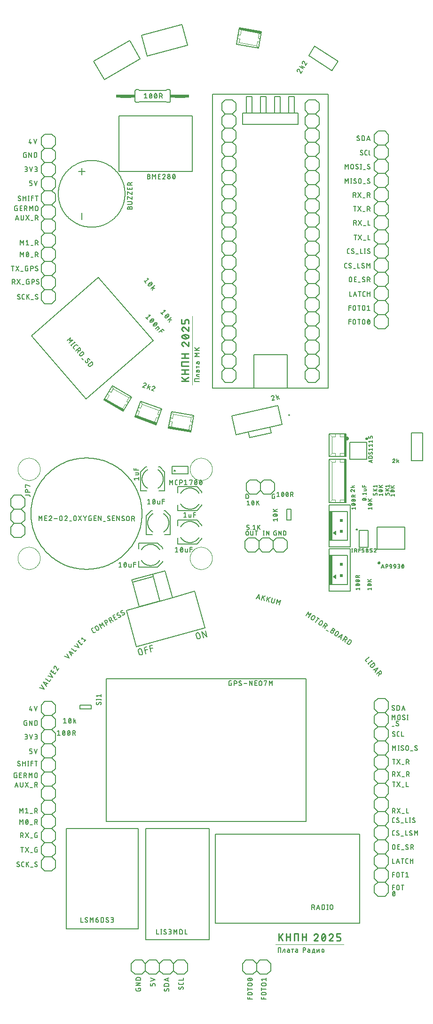
<source format=gbr>
G04 EAGLE Gerber RS-274X export*
G75*
%MOMM*%
%FSLAX34Y34*%
%LPD*%
%INSilkscreen Top*%
%IPPOS*%
%AMOC8*
5,1,8,0,0,1.08239X$1,22.5*%
G01*
%ADD10C,0.300000*%
%ADD11C,0.152400*%
%ADD12C,0.100000*%
%ADD13C,0.127000*%
%ADD14C,0.200000*%
%ADD15R,0.400000X7.800000*%
%ADD16R,0.400000X4.050000*%
%ADD17C,0.150000*%
%ADD18R,0.500000X0.500000*%
%ADD19R,0.600000X5.350000*%
%ADD20C,0.203200*%
%ADD21R,0.250000X0.250000*%
%ADD22C,0.228600*%
%ADD23C,0.050800*%
%ADD24R,4.000000X0.375000*%
%ADD25C,0.609600*%
%ADD26R,0.863600X0.609600*%

G36*
X598037Y851757D02*
X598037Y851757D01*
X598055Y851756D01*
X598155Y851784D01*
X598256Y851808D01*
X598272Y851817D01*
X598290Y851822D01*
X598375Y851882D01*
X598464Y851936D01*
X598475Y851951D01*
X598491Y851961D01*
X598553Y852045D01*
X598619Y852125D01*
X598625Y852142D01*
X598636Y852157D01*
X598668Y852256D01*
X598705Y852353D01*
X598707Y852377D01*
X598711Y852389D01*
X598711Y852413D01*
X598719Y852500D01*
X598719Y858500D01*
X598716Y858522D01*
X598718Y858543D01*
X598701Y858615D01*
X598690Y858706D01*
X598683Y858722D01*
X598680Y858741D01*
X598666Y858767D01*
X598662Y858780D01*
X598634Y858826D01*
X598631Y858832D01*
X598586Y858926D01*
X598573Y858940D01*
X598565Y858956D01*
X598538Y858981D01*
X598534Y858988D01*
X598510Y859007D01*
X598489Y859027D01*
X598417Y859102D01*
X598400Y859110D01*
X598387Y859123D01*
X598348Y859140D01*
X598345Y859143D01*
X598332Y859147D01*
X598292Y859166D01*
X598199Y859213D01*
X598181Y859216D01*
X598164Y859224D01*
X598118Y859228D01*
X598117Y859229D01*
X598053Y859235D01*
X597958Y859249D01*
X597940Y859246D01*
X597921Y859248D01*
X597820Y859224D01*
X597718Y859206D01*
X597696Y859195D01*
X597684Y859192D01*
X597663Y859180D01*
X597585Y859142D01*
X592585Y856142D01*
X592534Y856099D01*
X592519Y856092D01*
X592507Y856079D01*
X592449Y856039D01*
X592427Y856009D01*
X592399Y855985D01*
X592363Y855925D01*
X592352Y855914D01*
X592346Y855899D01*
X592304Y855843D01*
X592292Y855807D01*
X592273Y855775D01*
X592258Y855707D01*
X592251Y855691D01*
X592250Y855675D01*
X592229Y855611D01*
X592230Y855573D01*
X592222Y855537D01*
X592229Y855469D01*
X592227Y855448D01*
X592232Y855429D01*
X592233Y855367D01*
X592245Y855332D01*
X592250Y855294D01*
X592276Y855238D01*
X592283Y855211D01*
X592296Y855189D01*
X592315Y855137D01*
X592338Y855108D01*
X592354Y855074D01*
X592392Y855034D01*
X592411Y855003D01*
X592437Y854982D01*
X592466Y854946D01*
X592508Y854915D01*
X592524Y854898D01*
X592543Y854888D01*
X592585Y854858D01*
X597585Y851858D01*
X597681Y851819D01*
X597776Y851776D01*
X597794Y851775D01*
X597811Y851768D01*
X597915Y851763D01*
X598019Y851752D01*
X598037Y851757D01*
G37*
G36*
X598037Y772757D02*
X598037Y772757D01*
X598055Y772756D01*
X598155Y772784D01*
X598256Y772808D01*
X598272Y772817D01*
X598290Y772822D01*
X598375Y772882D01*
X598464Y772936D01*
X598475Y772951D01*
X598491Y772961D01*
X598553Y773045D01*
X598619Y773125D01*
X598625Y773142D01*
X598636Y773157D01*
X598668Y773256D01*
X598705Y773353D01*
X598707Y773377D01*
X598711Y773389D01*
X598711Y773413D01*
X598719Y773500D01*
X598719Y779500D01*
X598716Y779522D01*
X598718Y779543D01*
X598701Y779615D01*
X598690Y779706D01*
X598683Y779722D01*
X598680Y779741D01*
X598666Y779767D01*
X598662Y779780D01*
X598634Y779826D01*
X598631Y779832D01*
X598586Y779926D01*
X598573Y779940D01*
X598565Y779956D01*
X598538Y779981D01*
X598534Y779988D01*
X598510Y780007D01*
X598489Y780027D01*
X598417Y780102D01*
X598400Y780110D01*
X598387Y780123D01*
X598348Y780140D01*
X598345Y780143D01*
X598332Y780147D01*
X598292Y780166D01*
X598199Y780213D01*
X598181Y780216D01*
X598164Y780224D01*
X598118Y780228D01*
X598117Y780229D01*
X598053Y780235D01*
X597958Y780249D01*
X597940Y780246D01*
X597921Y780248D01*
X597820Y780224D01*
X597718Y780206D01*
X597696Y780195D01*
X597684Y780192D01*
X597663Y780180D01*
X597585Y780142D01*
X592585Y777142D01*
X592534Y777099D01*
X592519Y777092D01*
X592507Y777079D01*
X592449Y777039D01*
X592427Y777009D01*
X592399Y776985D01*
X592363Y776925D01*
X592352Y776914D01*
X592346Y776899D01*
X592304Y776843D01*
X592292Y776807D01*
X592273Y776775D01*
X592258Y776707D01*
X592251Y776691D01*
X592250Y776675D01*
X592229Y776611D01*
X592230Y776573D01*
X592222Y776537D01*
X592229Y776469D01*
X592227Y776448D01*
X592232Y776429D01*
X592233Y776367D01*
X592245Y776332D01*
X592250Y776294D01*
X592276Y776238D01*
X592283Y776211D01*
X592296Y776189D01*
X592315Y776137D01*
X592338Y776108D01*
X592354Y776074D01*
X592392Y776034D01*
X592411Y776003D01*
X592437Y775982D01*
X592466Y775946D01*
X592508Y775915D01*
X592524Y775898D01*
X592543Y775888D01*
X592585Y775858D01*
X597585Y772858D01*
X597681Y772819D01*
X597776Y772776D01*
X597794Y772775D01*
X597811Y772768D01*
X597915Y772763D01*
X598019Y772752D01*
X598037Y772757D01*
G37*
D10*
X616500Y1025000D02*
X616502Y1025077D01*
X616508Y1025154D01*
X616518Y1025231D01*
X616532Y1025307D01*
X616549Y1025382D01*
X616571Y1025456D01*
X616596Y1025529D01*
X616626Y1025601D01*
X616658Y1025671D01*
X616695Y1025739D01*
X616734Y1025805D01*
X616777Y1025869D01*
X616824Y1025931D01*
X616873Y1025990D01*
X616926Y1026047D01*
X616981Y1026101D01*
X617039Y1026152D01*
X617100Y1026200D01*
X617163Y1026245D01*
X617228Y1026286D01*
X617295Y1026324D01*
X617364Y1026359D01*
X617435Y1026389D01*
X617507Y1026417D01*
X617581Y1026440D01*
X617655Y1026460D01*
X617731Y1026476D01*
X617807Y1026488D01*
X617884Y1026496D01*
X617961Y1026500D01*
X618039Y1026500D01*
X618116Y1026496D01*
X618193Y1026488D01*
X618269Y1026476D01*
X618345Y1026460D01*
X618419Y1026440D01*
X618493Y1026417D01*
X618565Y1026389D01*
X618636Y1026359D01*
X618705Y1026324D01*
X618772Y1026286D01*
X618837Y1026245D01*
X618900Y1026200D01*
X618961Y1026152D01*
X619019Y1026101D01*
X619074Y1026047D01*
X619127Y1025990D01*
X619176Y1025931D01*
X619223Y1025869D01*
X619266Y1025805D01*
X619305Y1025739D01*
X619342Y1025671D01*
X619374Y1025601D01*
X619404Y1025529D01*
X619429Y1025456D01*
X619451Y1025382D01*
X619468Y1025307D01*
X619482Y1025231D01*
X619492Y1025154D01*
X619498Y1025077D01*
X619500Y1025000D01*
X619498Y1024923D01*
X619492Y1024846D01*
X619482Y1024769D01*
X619468Y1024693D01*
X619451Y1024618D01*
X619429Y1024544D01*
X619404Y1024471D01*
X619374Y1024399D01*
X619342Y1024329D01*
X619305Y1024261D01*
X619266Y1024195D01*
X619223Y1024131D01*
X619176Y1024069D01*
X619127Y1024010D01*
X619074Y1023953D01*
X619019Y1023899D01*
X618961Y1023848D01*
X618900Y1023800D01*
X618837Y1023755D01*
X618772Y1023714D01*
X618705Y1023676D01*
X618636Y1023641D01*
X618565Y1023611D01*
X618493Y1023583D01*
X618419Y1023560D01*
X618345Y1023540D01*
X618269Y1023524D01*
X618193Y1023512D01*
X618116Y1023504D01*
X618039Y1023500D01*
X617961Y1023500D01*
X617884Y1023504D01*
X617807Y1023512D01*
X617731Y1023524D01*
X617655Y1023540D01*
X617581Y1023560D01*
X617507Y1023583D01*
X617435Y1023611D01*
X617364Y1023641D01*
X617295Y1023676D01*
X617228Y1023714D01*
X617163Y1023755D01*
X617100Y1023800D01*
X617039Y1023848D01*
X616981Y1023899D01*
X616926Y1023953D01*
X616873Y1024010D01*
X616824Y1024069D01*
X616777Y1024131D01*
X616734Y1024195D01*
X616695Y1024261D01*
X616658Y1024329D01*
X616626Y1024399D01*
X616596Y1024471D01*
X616571Y1024544D01*
X616549Y1024618D01*
X616532Y1024693D01*
X616518Y1024769D01*
X616508Y1024846D01*
X616502Y1024923D01*
X616500Y1025000D01*
X652793Y1024500D02*
X652795Y1024553D01*
X652801Y1024605D01*
X652811Y1024657D01*
X652824Y1024708D01*
X652842Y1024758D01*
X652863Y1024807D01*
X652888Y1024854D01*
X652916Y1024898D01*
X652947Y1024941D01*
X652982Y1024981D01*
X653019Y1025018D01*
X653059Y1025053D01*
X653102Y1025084D01*
X653147Y1025112D01*
X653193Y1025137D01*
X653242Y1025158D01*
X653292Y1025176D01*
X653343Y1025189D01*
X653395Y1025199D01*
X653447Y1025205D01*
X653500Y1025207D01*
X653553Y1025205D01*
X653605Y1025199D01*
X653657Y1025189D01*
X653708Y1025176D01*
X653758Y1025158D01*
X653807Y1025137D01*
X653854Y1025112D01*
X653898Y1025084D01*
X653941Y1025053D01*
X653981Y1025018D01*
X654018Y1024981D01*
X654053Y1024941D01*
X654084Y1024898D01*
X654112Y1024853D01*
X654137Y1024807D01*
X654158Y1024758D01*
X654176Y1024708D01*
X654189Y1024657D01*
X654199Y1024605D01*
X654205Y1024553D01*
X654207Y1024500D01*
X654205Y1024447D01*
X654199Y1024395D01*
X654189Y1024343D01*
X654176Y1024292D01*
X654158Y1024242D01*
X654137Y1024193D01*
X654112Y1024146D01*
X654084Y1024102D01*
X654053Y1024059D01*
X654018Y1024019D01*
X653981Y1023982D01*
X653941Y1023947D01*
X653898Y1023916D01*
X653853Y1023888D01*
X653807Y1023863D01*
X653758Y1023842D01*
X653708Y1023824D01*
X653657Y1023811D01*
X653605Y1023801D01*
X653553Y1023795D01*
X653500Y1023793D01*
X653447Y1023795D01*
X653395Y1023801D01*
X653343Y1023811D01*
X653292Y1023824D01*
X653242Y1023842D01*
X653193Y1023863D01*
X653146Y1023888D01*
X653102Y1023916D01*
X653059Y1023947D01*
X653019Y1023982D01*
X652982Y1024019D01*
X652947Y1024059D01*
X652916Y1024102D01*
X652888Y1024147D01*
X652863Y1024193D01*
X652842Y1024242D01*
X652824Y1024292D01*
X652811Y1024343D01*
X652801Y1024395D01*
X652795Y1024447D01*
X652793Y1024500D01*
X674793Y801500D02*
X674795Y801553D01*
X674801Y801605D01*
X674811Y801657D01*
X674824Y801708D01*
X674842Y801758D01*
X674863Y801807D01*
X674888Y801854D01*
X674916Y801898D01*
X674947Y801941D01*
X674982Y801981D01*
X675019Y802018D01*
X675059Y802053D01*
X675102Y802084D01*
X675147Y802112D01*
X675193Y802137D01*
X675242Y802158D01*
X675292Y802176D01*
X675343Y802189D01*
X675395Y802199D01*
X675447Y802205D01*
X675500Y802207D01*
X675553Y802205D01*
X675605Y802199D01*
X675657Y802189D01*
X675708Y802176D01*
X675758Y802158D01*
X675807Y802137D01*
X675854Y802112D01*
X675898Y802084D01*
X675941Y802053D01*
X675981Y802018D01*
X676018Y801981D01*
X676053Y801941D01*
X676084Y801898D01*
X676112Y801853D01*
X676137Y801807D01*
X676158Y801758D01*
X676176Y801708D01*
X676189Y801657D01*
X676199Y801605D01*
X676205Y801553D01*
X676207Y801500D01*
X676205Y801447D01*
X676199Y801395D01*
X676189Y801343D01*
X676176Y801292D01*
X676158Y801242D01*
X676137Y801193D01*
X676112Y801146D01*
X676084Y801102D01*
X676053Y801059D01*
X676018Y801019D01*
X675981Y800982D01*
X675941Y800947D01*
X675898Y800916D01*
X675853Y800888D01*
X675807Y800863D01*
X675758Y800842D01*
X675708Y800824D01*
X675657Y800811D01*
X675605Y800801D01*
X675553Y800795D01*
X675500Y800793D01*
X675447Y800795D01*
X675395Y800801D01*
X675343Y800811D01*
X675292Y800824D01*
X675242Y800842D01*
X675193Y800863D01*
X675146Y800888D01*
X675102Y800916D01*
X675059Y800947D01*
X675019Y800982D01*
X674982Y801019D01*
X674947Y801059D01*
X674916Y801102D01*
X674888Y801147D01*
X674863Y801193D01*
X674842Y801242D01*
X674824Y801292D01*
X674811Y801343D01*
X674801Y801395D01*
X674795Y801447D01*
X674793Y801500D01*
D11*
X39884Y1504762D02*
X37529Y1504762D01*
X39884Y1504762D02*
X39980Y1504764D01*
X40076Y1504770D01*
X40171Y1504780D01*
X40266Y1504793D01*
X40361Y1504811D01*
X40455Y1504832D01*
X40547Y1504857D01*
X40639Y1504886D01*
X40729Y1504919D01*
X40818Y1504955D01*
X40905Y1504995D01*
X40991Y1505039D01*
X41075Y1505085D01*
X41157Y1505136D01*
X41236Y1505189D01*
X41314Y1505246D01*
X41389Y1505306D01*
X41462Y1505369D01*
X41531Y1505435D01*
X41599Y1505503D01*
X41663Y1505574D01*
X41724Y1505648D01*
X41783Y1505725D01*
X41838Y1505803D01*
X41890Y1505884D01*
X41938Y1505967D01*
X41984Y1506052D01*
X42025Y1506138D01*
X42063Y1506226D01*
X42098Y1506316D01*
X42129Y1506407D01*
X42156Y1506499D01*
X42179Y1506592D01*
X42198Y1506686D01*
X42214Y1506781D01*
X42226Y1506876D01*
X42234Y1506972D01*
X42238Y1507068D01*
X42238Y1507164D01*
X42234Y1507260D01*
X42226Y1507356D01*
X42214Y1507451D01*
X42198Y1507546D01*
X42179Y1507640D01*
X42156Y1507733D01*
X42129Y1507825D01*
X42098Y1507916D01*
X42063Y1508006D01*
X42025Y1508094D01*
X41984Y1508180D01*
X41938Y1508265D01*
X41890Y1508348D01*
X41838Y1508429D01*
X41783Y1508507D01*
X41724Y1508584D01*
X41663Y1508658D01*
X41599Y1508729D01*
X41531Y1508797D01*
X41462Y1508863D01*
X41389Y1508926D01*
X41314Y1508986D01*
X41236Y1509043D01*
X41157Y1509096D01*
X41075Y1509147D01*
X40991Y1509193D01*
X40905Y1509237D01*
X40818Y1509277D01*
X40729Y1509313D01*
X40639Y1509346D01*
X40547Y1509375D01*
X40455Y1509400D01*
X40361Y1509421D01*
X40266Y1509439D01*
X40171Y1509452D01*
X40076Y1509462D01*
X39980Y1509468D01*
X39884Y1509470D01*
X40354Y1513238D02*
X37529Y1513238D01*
X40354Y1513238D02*
X40440Y1513236D01*
X40525Y1513230D01*
X40611Y1513220D01*
X40695Y1513207D01*
X40779Y1513189D01*
X40862Y1513168D01*
X40944Y1513143D01*
X41025Y1513114D01*
X41105Y1513082D01*
X41182Y1513046D01*
X41259Y1513007D01*
X41333Y1512964D01*
X41405Y1512918D01*
X41475Y1512868D01*
X41543Y1512815D01*
X41608Y1512760D01*
X41671Y1512701D01*
X41731Y1512640D01*
X41788Y1512576D01*
X41842Y1512509D01*
X41893Y1512440D01*
X41941Y1512369D01*
X41986Y1512296D01*
X42027Y1512221D01*
X42064Y1512144D01*
X42099Y1512065D01*
X42129Y1511985D01*
X42156Y1511903D01*
X42179Y1511821D01*
X42199Y1511737D01*
X42214Y1511653D01*
X42226Y1511568D01*
X42234Y1511483D01*
X42238Y1511397D01*
X42238Y1511311D01*
X42234Y1511225D01*
X42226Y1511140D01*
X42214Y1511055D01*
X42199Y1510971D01*
X42179Y1510887D01*
X42156Y1510805D01*
X42129Y1510723D01*
X42099Y1510643D01*
X42064Y1510564D01*
X42027Y1510487D01*
X41986Y1510412D01*
X41941Y1510339D01*
X41893Y1510268D01*
X41842Y1510199D01*
X41788Y1510132D01*
X41731Y1510068D01*
X41671Y1510007D01*
X41608Y1509948D01*
X41543Y1509893D01*
X41475Y1509840D01*
X41405Y1509790D01*
X41333Y1509744D01*
X41259Y1509701D01*
X41182Y1509662D01*
X41105Y1509626D01*
X41025Y1509594D01*
X40944Y1509565D01*
X40862Y1509540D01*
X40779Y1509519D01*
X40695Y1509501D01*
X40611Y1509488D01*
X40525Y1509478D01*
X40440Y1509472D01*
X40354Y1509470D01*
X40354Y1509471D02*
X38471Y1509471D01*
X46058Y1513238D02*
X48884Y1504762D01*
X51709Y1513238D01*
X55529Y1504762D02*
X57884Y1504762D01*
X57980Y1504764D01*
X58076Y1504770D01*
X58171Y1504780D01*
X58266Y1504793D01*
X58361Y1504811D01*
X58455Y1504832D01*
X58547Y1504857D01*
X58639Y1504886D01*
X58729Y1504919D01*
X58818Y1504955D01*
X58905Y1504995D01*
X58991Y1505039D01*
X59075Y1505085D01*
X59157Y1505136D01*
X59236Y1505189D01*
X59314Y1505246D01*
X59389Y1505306D01*
X59462Y1505369D01*
X59531Y1505435D01*
X59599Y1505503D01*
X59663Y1505574D01*
X59724Y1505648D01*
X59783Y1505725D01*
X59838Y1505803D01*
X59890Y1505884D01*
X59938Y1505967D01*
X59984Y1506052D01*
X60025Y1506138D01*
X60063Y1506226D01*
X60098Y1506316D01*
X60129Y1506407D01*
X60156Y1506499D01*
X60179Y1506592D01*
X60198Y1506686D01*
X60214Y1506781D01*
X60226Y1506876D01*
X60234Y1506972D01*
X60238Y1507068D01*
X60238Y1507164D01*
X60234Y1507260D01*
X60226Y1507356D01*
X60214Y1507451D01*
X60198Y1507546D01*
X60179Y1507640D01*
X60156Y1507733D01*
X60129Y1507825D01*
X60098Y1507916D01*
X60063Y1508006D01*
X60025Y1508094D01*
X59984Y1508180D01*
X59938Y1508265D01*
X59890Y1508348D01*
X59838Y1508429D01*
X59783Y1508507D01*
X59724Y1508584D01*
X59663Y1508658D01*
X59599Y1508729D01*
X59531Y1508797D01*
X59462Y1508863D01*
X59389Y1508926D01*
X59314Y1508986D01*
X59236Y1509043D01*
X59157Y1509096D01*
X59075Y1509147D01*
X58991Y1509193D01*
X58905Y1509237D01*
X58818Y1509277D01*
X58729Y1509313D01*
X58639Y1509346D01*
X58547Y1509375D01*
X58455Y1509400D01*
X58361Y1509421D01*
X58266Y1509439D01*
X58171Y1509452D01*
X58076Y1509462D01*
X57980Y1509468D01*
X57884Y1509470D01*
X58354Y1513238D02*
X55529Y1513238D01*
X58354Y1513238D02*
X58440Y1513236D01*
X58525Y1513230D01*
X58611Y1513220D01*
X58695Y1513207D01*
X58779Y1513189D01*
X58862Y1513168D01*
X58944Y1513143D01*
X59025Y1513114D01*
X59105Y1513082D01*
X59182Y1513046D01*
X59259Y1513007D01*
X59333Y1512964D01*
X59405Y1512918D01*
X59475Y1512868D01*
X59543Y1512815D01*
X59608Y1512760D01*
X59671Y1512701D01*
X59731Y1512640D01*
X59788Y1512576D01*
X59842Y1512509D01*
X59893Y1512440D01*
X59941Y1512369D01*
X59986Y1512296D01*
X60027Y1512221D01*
X60064Y1512144D01*
X60099Y1512065D01*
X60129Y1511985D01*
X60156Y1511903D01*
X60179Y1511821D01*
X60199Y1511737D01*
X60214Y1511653D01*
X60226Y1511568D01*
X60234Y1511483D01*
X60238Y1511397D01*
X60238Y1511311D01*
X60234Y1511225D01*
X60226Y1511140D01*
X60214Y1511055D01*
X60199Y1510971D01*
X60179Y1510887D01*
X60156Y1510805D01*
X60129Y1510723D01*
X60099Y1510643D01*
X60064Y1510564D01*
X60027Y1510487D01*
X59986Y1510412D01*
X59941Y1510339D01*
X59893Y1510268D01*
X59842Y1510199D01*
X59788Y1510132D01*
X59731Y1510068D01*
X59671Y1510007D01*
X59608Y1509948D01*
X59543Y1509893D01*
X59475Y1509840D01*
X59405Y1509790D01*
X59333Y1509744D01*
X59259Y1509701D01*
X59182Y1509662D01*
X59105Y1509626D01*
X59025Y1509594D01*
X58944Y1509565D01*
X58862Y1509540D01*
X58779Y1509519D01*
X58695Y1509501D01*
X58611Y1509488D01*
X58525Y1509478D01*
X58440Y1509472D01*
X58354Y1509470D01*
X58354Y1509471D02*
X56471Y1509471D01*
X40038Y1535471D02*
X38625Y1535471D01*
X40038Y1535471D02*
X40038Y1530762D01*
X37213Y1530762D01*
X37128Y1530764D01*
X37044Y1530770D01*
X36960Y1530779D01*
X36877Y1530792D01*
X36794Y1530809D01*
X36712Y1530830D01*
X36631Y1530854D01*
X36551Y1530882D01*
X36473Y1530914D01*
X36396Y1530949D01*
X36320Y1530987D01*
X36247Y1531029D01*
X36175Y1531074D01*
X36106Y1531122D01*
X36038Y1531173D01*
X35973Y1531227D01*
X35911Y1531284D01*
X35851Y1531344D01*
X35794Y1531406D01*
X35740Y1531471D01*
X35689Y1531539D01*
X35641Y1531608D01*
X35596Y1531680D01*
X35554Y1531753D01*
X35516Y1531829D01*
X35481Y1531906D01*
X35449Y1531984D01*
X35421Y1532064D01*
X35397Y1532145D01*
X35376Y1532227D01*
X35359Y1532310D01*
X35346Y1532393D01*
X35337Y1532477D01*
X35331Y1532561D01*
X35329Y1532646D01*
X35329Y1537354D01*
X35331Y1537439D01*
X35337Y1537523D01*
X35346Y1537607D01*
X35359Y1537690D01*
X35376Y1537773D01*
X35397Y1537855D01*
X35421Y1537936D01*
X35449Y1538016D01*
X35481Y1538094D01*
X35516Y1538171D01*
X35554Y1538247D01*
X35596Y1538320D01*
X35641Y1538392D01*
X35689Y1538461D01*
X35740Y1538529D01*
X35794Y1538594D01*
X35851Y1538656D01*
X35911Y1538716D01*
X35973Y1538773D01*
X36038Y1538827D01*
X36106Y1538878D01*
X36175Y1538926D01*
X36247Y1538971D01*
X36320Y1539013D01*
X36396Y1539051D01*
X36473Y1539086D01*
X36551Y1539118D01*
X36631Y1539146D01*
X36712Y1539170D01*
X36794Y1539191D01*
X36877Y1539208D01*
X36960Y1539221D01*
X37044Y1539230D01*
X37128Y1539236D01*
X37213Y1539238D01*
X40038Y1539238D01*
X44929Y1539238D02*
X44929Y1530762D01*
X49638Y1530762D02*
X44929Y1539238D01*
X49638Y1539238D02*
X49638Y1530762D01*
X54529Y1530762D02*
X54529Y1539238D01*
X56884Y1539238D01*
X56979Y1539236D01*
X57073Y1539230D01*
X57168Y1539221D01*
X57262Y1539208D01*
X57355Y1539190D01*
X57447Y1539170D01*
X57539Y1539145D01*
X57629Y1539117D01*
X57719Y1539085D01*
X57807Y1539050D01*
X57893Y1539011D01*
X57978Y1538968D01*
X58061Y1538923D01*
X58142Y1538874D01*
X58221Y1538821D01*
X58298Y1538766D01*
X58373Y1538707D01*
X58445Y1538646D01*
X58515Y1538582D01*
X58582Y1538515D01*
X58646Y1538445D01*
X58707Y1538373D01*
X58766Y1538298D01*
X58821Y1538221D01*
X58874Y1538142D01*
X58923Y1538061D01*
X58968Y1537978D01*
X59011Y1537893D01*
X59050Y1537807D01*
X59085Y1537719D01*
X59117Y1537629D01*
X59145Y1537539D01*
X59170Y1537447D01*
X59190Y1537355D01*
X59208Y1537262D01*
X59221Y1537168D01*
X59230Y1537073D01*
X59236Y1536979D01*
X59238Y1536884D01*
X59238Y1533116D01*
X59236Y1533021D01*
X59230Y1532927D01*
X59221Y1532832D01*
X59208Y1532738D01*
X59190Y1532645D01*
X59170Y1532553D01*
X59145Y1532461D01*
X59117Y1532371D01*
X59085Y1532281D01*
X59050Y1532193D01*
X59011Y1532107D01*
X58968Y1532022D01*
X58923Y1531939D01*
X58874Y1531858D01*
X58821Y1531779D01*
X58766Y1531702D01*
X58707Y1531627D01*
X58646Y1531555D01*
X58582Y1531485D01*
X58515Y1531418D01*
X58445Y1531354D01*
X58373Y1531293D01*
X58298Y1531234D01*
X58221Y1531179D01*
X58142Y1531126D01*
X58061Y1531077D01*
X57978Y1531032D01*
X57893Y1530989D01*
X57807Y1530950D01*
X57719Y1530915D01*
X57629Y1530883D01*
X57539Y1530855D01*
X57447Y1530830D01*
X57355Y1530810D01*
X57262Y1530792D01*
X57168Y1530779D01*
X57073Y1530770D01*
X56979Y1530764D01*
X56884Y1530762D01*
X54529Y1530762D01*
X48884Y1479762D02*
X46058Y1479762D01*
X48884Y1479762D02*
X48969Y1479764D01*
X49053Y1479770D01*
X49137Y1479779D01*
X49220Y1479792D01*
X49303Y1479809D01*
X49385Y1479830D01*
X49466Y1479854D01*
X49546Y1479882D01*
X49624Y1479914D01*
X49701Y1479949D01*
X49777Y1479987D01*
X49850Y1480029D01*
X49922Y1480074D01*
X49991Y1480122D01*
X50059Y1480173D01*
X50124Y1480227D01*
X50186Y1480284D01*
X50246Y1480344D01*
X50303Y1480406D01*
X50357Y1480471D01*
X50408Y1480539D01*
X50456Y1480608D01*
X50501Y1480680D01*
X50543Y1480753D01*
X50581Y1480829D01*
X50616Y1480906D01*
X50648Y1480984D01*
X50676Y1481064D01*
X50700Y1481145D01*
X50721Y1481227D01*
X50738Y1481310D01*
X50751Y1481393D01*
X50760Y1481477D01*
X50766Y1481561D01*
X50768Y1481646D01*
X50767Y1481646D02*
X50767Y1482587D01*
X50768Y1482587D02*
X50766Y1482672D01*
X50760Y1482756D01*
X50751Y1482840D01*
X50738Y1482923D01*
X50721Y1483006D01*
X50700Y1483088D01*
X50676Y1483169D01*
X50648Y1483249D01*
X50616Y1483327D01*
X50581Y1483404D01*
X50543Y1483480D01*
X50501Y1483553D01*
X50456Y1483625D01*
X50408Y1483694D01*
X50357Y1483762D01*
X50303Y1483827D01*
X50246Y1483889D01*
X50186Y1483949D01*
X50124Y1484006D01*
X50059Y1484060D01*
X49991Y1484111D01*
X49922Y1484159D01*
X49850Y1484204D01*
X49777Y1484246D01*
X49701Y1484284D01*
X49624Y1484319D01*
X49546Y1484351D01*
X49466Y1484379D01*
X49385Y1484403D01*
X49303Y1484424D01*
X49220Y1484441D01*
X49137Y1484454D01*
X49053Y1484463D01*
X48969Y1484469D01*
X48884Y1484471D01*
X46058Y1484471D01*
X46058Y1488238D01*
X50767Y1488238D01*
X54587Y1488238D02*
X57413Y1479762D01*
X60238Y1488238D01*
X622455Y1289238D02*
X622455Y1280762D01*
X626222Y1280762D01*
X629458Y1280762D02*
X632284Y1289238D01*
X635109Y1280762D01*
X634403Y1282881D02*
X630165Y1282881D01*
X640684Y1280762D02*
X640684Y1289238D01*
X643038Y1289238D02*
X638329Y1289238D01*
X648575Y1280762D02*
X650458Y1280762D01*
X648575Y1280762D02*
X648490Y1280764D01*
X648406Y1280770D01*
X648322Y1280779D01*
X648239Y1280792D01*
X648156Y1280809D01*
X648074Y1280830D01*
X647993Y1280854D01*
X647913Y1280882D01*
X647835Y1280914D01*
X647758Y1280949D01*
X647682Y1280987D01*
X647609Y1281029D01*
X647537Y1281074D01*
X647468Y1281122D01*
X647400Y1281173D01*
X647335Y1281227D01*
X647273Y1281284D01*
X647213Y1281344D01*
X647156Y1281406D01*
X647102Y1281471D01*
X647051Y1281539D01*
X647003Y1281608D01*
X646958Y1281680D01*
X646916Y1281753D01*
X646878Y1281829D01*
X646843Y1281906D01*
X646811Y1281984D01*
X646783Y1282064D01*
X646759Y1282145D01*
X646738Y1282227D01*
X646721Y1282310D01*
X646708Y1282393D01*
X646699Y1282477D01*
X646693Y1282561D01*
X646691Y1282646D01*
X646691Y1287354D01*
X646693Y1287439D01*
X646699Y1287523D01*
X646708Y1287607D01*
X646721Y1287690D01*
X646738Y1287773D01*
X646759Y1287855D01*
X646783Y1287936D01*
X646811Y1288016D01*
X646843Y1288094D01*
X646878Y1288171D01*
X646916Y1288247D01*
X646958Y1288320D01*
X647003Y1288392D01*
X647051Y1288461D01*
X647102Y1288529D01*
X647156Y1288594D01*
X647213Y1288656D01*
X647273Y1288716D01*
X647335Y1288773D01*
X647400Y1288827D01*
X647468Y1288878D01*
X647537Y1288926D01*
X647609Y1288971D01*
X647682Y1289013D01*
X647758Y1289051D01*
X647835Y1289086D01*
X647913Y1289118D01*
X647993Y1289146D01*
X648074Y1289170D01*
X648156Y1289191D01*
X648239Y1289208D01*
X648322Y1289221D01*
X648406Y1289230D01*
X648490Y1289236D01*
X648575Y1289238D01*
X650458Y1289238D01*
X654529Y1289238D02*
X654529Y1280762D01*
X654529Y1285471D02*
X659238Y1285471D01*
X659238Y1289238D02*
X659238Y1280762D01*
X30339Y1454646D02*
X30337Y1454561D01*
X30331Y1454477D01*
X30322Y1454393D01*
X30309Y1454310D01*
X30292Y1454227D01*
X30271Y1454145D01*
X30247Y1454064D01*
X30219Y1453984D01*
X30187Y1453906D01*
X30152Y1453829D01*
X30114Y1453753D01*
X30072Y1453680D01*
X30027Y1453608D01*
X29979Y1453539D01*
X29928Y1453471D01*
X29874Y1453406D01*
X29817Y1453344D01*
X29757Y1453284D01*
X29695Y1453227D01*
X29630Y1453173D01*
X29562Y1453122D01*
X29493Y1453074D01*
X29421Y1453029D01*
X29348Y1452987D01*
X29272Y1452949D01*
X29195Y1452914D01*
X29117Y1452882D01*
X29037Y1452854D01*
X28956Y1452830D01*
X28874Y1452809D01*
X28791Y1452792D01*
X28708Y1452779D01*
X28624Y1452770D01*
X28539Y1452764D01*
X28455Y1452762D01*
X28334Y1452764D01*
X28213Y1452769D01*
X28093Y1452779D01*
X27973Y1452791D01*
X27853Y1452808D01*
X27734Y1452828D01*
X27615Y1452852D01*
X27498Y1452879D01*
X27381Y1452910D01*
X27265Y1452944D01*
X27150Y1452982D01*
X27037Y1453023D01*
X26925Y1453068D01*
X26814Y1453116D01*
X26704Y1453168D01*
X26597Y1453223D01*
X26491Y1453281D01*
X26387Y1453342D01*
X26284Y1453406D01*
X26184Y1453474D01*
X26086Y1453544D01*
X25990Y1453617D01*
X25896Y1453694D01*
X25805Y1453773D01*
X25716Y1453855D01*
X25630Y1453939D01*
X25864Y1459354D02*
X25866Y1459439D01*
X25872Y1459523D01*
X25881Y1459607D01*
X25894Y1459690D01*
X25911Y1459773D01*
X25932Y1459855D01*
X25956Y1459936D01*
X25984Y1460016D01*
X26016Y1460094D01*
X26051Y1460171D01*
X26089Y1460247D01*
X26131Y1460320D01*
X26176Y1460392D01*
X26224Y1460461D01*
X26275Y1460529D01*
X26329Y1460594D01*
X26386Y1460656D01*
X26446Y1460716D01*
X26508Y1460773D01*
X26573Y1460827D01*
X26641Y1460878D01*
X26710Y1460926D01*
X26782Y1460971D01*
X26855Y1461013D01*
X26931Y1461051D01*
X27008Y1461086D01*
X27086Y1461118D01*
X27166Y1461146D01*
X27247Y1461170D01*
X27329Y1461191D01*
X27412Y1461208D01*
X27495Y1461221D01*
X27579Y1461230D01*
X27663Y1461236D01*
X27748Y1461238D01*
X27862Y1461236D01*
X27975Y1461231D01*
X28088Y1461222D01*
X28201Y1461209D01*
X28314Y1461192D01*
X28426Y1461172D01*
X28537Y1461149D01*
X28647Y1461122D01*
X28757Y1461091D01*
X28865Y1461057D01*
X28972Y1461019D01*
X29078Y1460978D01*
X29183Y1460934D01*
X29286Y1460886D01*
X29387Y1460835D01*
X29487Y1460780D01*
X29585Y1460723D01*
X29681Y1460662D01*
X29775Y1460598D01*
X29867Y1460532D01*
X26807Y1457706D02*
X26733Y1457751D01*
X26662Y1457800D01*
X26593Y1457852D01*
X26527Y1457907D01*
X26463Y1457965D01*
X26401Y1458026D01*
X26343Y1458089D01*
X26287Y1458155D01*
X26235Y1458224D01*
X26185Y1458295D01*
X26139Y1458368D01*
X26096Y1458443D01*
X26057Y1458519D01*
X26021Y1458598D01*
X25988Y1458678D01*
X25960Y1458759D01*
X25935Y1458842D01*
X25914Y1458926D01*
X25896Y1459010D01*
X25883Y1459096D01*
X25873Y1459182D01*
X25867Y1459268D01*
X25865Y1459354D01*
X29396Y1456294D02*
X29470Y1456249D01*
X29541Y1456200D01*
X29610Y1456148D01*
X29676Y1456093D01*
X29740Y1456035D01*
X29802Y1455974D01*
X29860Y1455911D01*
X29916Y1455845D01*
X29969Y1455776D01*
X30018Y1455705D01*
X30064Y1455632D01*
X30107Y1455557D01*
X30146Y1455481D01*
X30182Y1455402D01*
X30215Y1455322D01*
X30243Y1455240D01*
X30268Y1455158D01*
X30289Y1455074D01*
X30307Y1454990D01*
X30320Y1454904D01*
X30330Y1454818D01*
X30336Y1454732D01*
X30338Y1454646D01*
X29396Y1456294D02*
X26806Y1457706D01*
X34629Y1461238D02*
X34629Y1452762D01*
X34629Y1457471D02*
X39338Y1457471D01*
X39338Y1461238D02*
X39338Y1452762D01*
X44484Y1452762D02*
X44484Y1461238D01*
X43542Y1452762D02*
X45425Y1452762D01*
X45425Y1461238D02*
X43542Y1461238D01*
X49655Y1461238D02*
X49655Y1452762D01*
X49655Y1461238D02*
X53422Y1461238D01*
X53422Y1457471D02*
X49655Y1457471D01*
X58884Y1461238D02*
X58884Y1452762D01*
X61238Y1461238D02*
X56529Y1461238D01*
X24038Y1439471D02*
X22625Y1439471D01*
X24038Y1439471D02*
X24038Y1434762D01*
X21213Y1434762D01*
X21128Y1434764D01*
X21044Y1434770D01*
X20960Y1434779D01*
X20877Y1434792D01*
X20794Y1434809D01*
X20712Y1434830D01*
X20631Y1434854D01*
X20551Y1434882D01*
X20473Y1434914D01*
X20396Y1434949D01*
X20320Y1434987D01*
X20247Y1435029D01*
X20175Y1435074D01*
X20106Y1435122D01*
X20038Y1435173D01*
X19973Y1435227D01*
X19911Y1435284D01*
X19851Y1435344D01*
X19794Y1435406D01*
X19740Y1435471D01*
X19689Y1435539D01*
X19641Y1435608D01*
X19596Y1435680D01*
X19554Y1435753D01*
X19516Y1435829D01*
X19481Y1435906D01*
X19449Y1435984D01*
X19421Y1436064D01*
X19397Y1436145D01*
X19376Y1436227D01*
X19359Y1436310D01*
X19346Y1436393D01*
X19337Y1436477D01*
X19331Y1436561D01*
X19329Y1436646D01*
X19329Y1441354D01*
X19331Y1441439D01*
X19337Y1441523D01*
X19346Y1441607D01*
X19359Y1441690D01*
X19376Y1441773D01*
X19397Y1441855D01*
X19421Y1441936D01*
X19449Y1442016D01*
X19481Y1442094D01*
X19516Y1442171D01*
X19554Y1442247D01*
X19596Y1442320D01*
X19641Y1442392D01*
X19689Y1442461D01*
X19740Y1442529D01*
X19794Y1442594D01*
X19851Y1442656D01*
X19911Y1442716D01*
X19973Y1442773D01*
X20038Y1442827D01*
X20106Y1442878D01*
X20175Y1442926D01*
X20247Y1442971D01*
X20320Y1443013D01*
X20396Y1443051D01*
X20473Y1443086D01*
X20551Y1443118D01*
X20631Y1443146D01*
X20712Y1443170D01*
X20794Y1443191D01*
X20877Y1443208D01*
X20960Y1443221D01*
X21044Y1443230D01*
X21128Y1443236D01*
X21213Y1443238D01*
X24038Y1443238D01*
X28955Y1434762D02*
X32722Y1434762D01*
X28955Y1434762D02*
X28955Y1443238D01*
X32722Y1443238D01*
X31780Y1439471D02*
X28955Y1439471D01*
X36813Y1443238D02*
X36813Y1434762D01*
X36813Y1443238D02*
X39168Y1443238D01*
X39264Y1443236D01*
X39360Y1443230D01*
X39455Y1443220D01*
X39550Y1443207D01*
X39645Y1443189D01*
X39739Y1443168D01*
X39831Y1443143D01*
X39923Y1443114D01*
X40013Y1443081D01*
X40102Y1443045D01*
X40189Y1443005D01*
X40275Y1442961D01*
X40359Y1442915D01*
X40441Y1442864D01*
X40520Y1442811D01*
X40598Y1442754D01*
X40673Y1442694D01*
X40746Y1442631D01*
X40815Y1442565D01*
X40883Y1442497D01*
X40947Y1442426D01*
X41008Y1442352D01*
X41067Y1442275D01*
X41122Y1442197D01*
X41174Y1442116D01*
X41222Y1442033D01*
X41268Y1441948D01*
X41309Y1441862D01*
X41347Y1441774D01*
X41382Y1441684D01*
X41413Y1441593D01*
X41440Y1441501D01*
X41463Y1441408D01*
X41482Y1441314D01*
X41498Y1441219D01*
X41510Y1441124D01*
X41518Y1441028D01*
X41522Y1440932D01*
X41522Y1440836D01*
X41518Y1440740D01*
X41510Y1440644D01*
X41498Y1440549D01*
X41482Y1440454D01*
X41463Y1440360D01*
X41440Y1440267D01*
X41413Y1440175D01*
X41382Y1440084D01*
X41347Y1439994D01*
X41309Y1439906D01*
X41268Y1439820D01*
X41222Y1439735D01*
X41174Y1439652D01*
X41122Y1439571D01*
X41067Y1439493D01*
X41008Y1439416D01*
X40947Y1439342D01*
X40883Y1439271D01*
X40815Y1439203D01*
X40746Y1439137D01*
X40673Y1439074D01*
X40598Y1439014D01*
X40520Y1438957D01*
X40441Y1438904D01*
X40359Y1438853D01*
X40275Y1438807D01*
X40189Y1438763D01*
X40102Y1438723D01*
X40013Y1438687D01*
X39923Y1438654D01*
X39831Y1438625D01*
X39739Y1438600D01*
X39645Y1438579D01*
X39550Y1438561D01*
X39455Y1438548D01*
X39360Y1438538D01*
X39264Y1438532D01*
X39168Y1438530D01*
X39168Y1438529D02*
X36813Y1438529D01*
X39639Y1438529D02*
X41522Y1434762D01*
X46158Y1434762D02*
X46158Y1443238D01*
X48984Y1438529D01*
X51809Y1443238D01*
X51809Y1434762D01*
X56529Y1437116D02*
X56529Y1440884D01*
X56530Y1440884D02*
X56532Y1440980D01*
X56538Y1441076D01*
X56548Y1441171D01*
X56561Y1441266D01*
X56579Y1441361D01*
X56600Y1441455D01*
X56625Y1441547D01*
X56654Y1441639D01*
X56687Y1441729D01*
X56723Y1441818D01*
X56763Y1441905D01*
X56807Y1441991D01*
X56853Y1442075D01*
X56904Y1442157D01*
X56957Y1442236D01*
X57014Y1442314D01*
X57074Y1442389D01*
X57137Y1442462D01*
X57203Y1442531D01*
X57271Y1442599D01*
X57342Y1442663D01*
X57416Y1442724D01*
X57493Y1442783D01*
X57571Y1442838D01*
X57652Y1442890D01*
X57735Y1442938D01*
X57820Y1442984D01*
X57906Y1443025D01*
X57994Y1443063D01*
X58084Y1443098D01*
X58175Y1443129D01*
X58267Y1443156D01*
X58360Y1443179D01*
X58454Y1443198D01*
X58549Y1443214D01*
X58644Y1443226D01*
X58740Y1443234D01*
X58836Y1443238D01*
X58932Y1443238D01*
X59028Y1443234D01*
X59124Y1443226D01*
X59219Y1443214D01*
X59314Y1443198D01*
X59408Y1443179D01*
X59501Y1443156D01*
X59593Y1443129D01*
X59684Y1443098D01*
X59774Y1443063D01*
X59862Y1443025D01*
X59948Y1442984D01*
X60033Y1442938D01*
X60116Y1442890D01*
X60197Y1442838D01*
X60275Y1442783D01*
X60352Y1442724D01*
X60426Y1442663D01*
X60497Y1442599D01*
X60565Y1442531D01*
X60631Y1442462D01*
X60694Y1442389D01*
X60754Y1442314D01*
X60811Y1442236D01*
X60864Y1442157D01*
X60915Y1442075D01*
X60961Y1441991D01*
X61005Y1441905D01*
X61045Y1441818D01*
X61081Y1441729D01*
X61114Y1441639D01*
X61143Y1441547D01*
X61168Y1441455D01*
X61189Y1441361D01*
X61207Y1441266D01*
X61220Y1441171D01*
X61230Y1441076D01*
X61236Y1440980D01*
X61238Y1440884D01*
X61238Y1437116D01*
X61236Y1437020D01*
X61230Y1436924D01*
X61220Y1436829D01*
X61207Y1436734D01*
X61189Y1436639D01*
X61168Y1436545D01*
X61143Y1436453D01*
X61114Y1436361D01*
X61081Y1436271D01*
X61045Y1436182D01*
X61005Y1436095D01*
X60961Y1436009D01*
X60915Y1435925D01*
X60864Y1435843D01*
X60811Y1435764D01*
X60754Y1435686D01*
X60694Y1435611D01*
X60631Y1435538D01*
X60565Y1435469D01*
X60497Y1435401D01*
X60426Y1435337D01*
X60352Y1435276D01*
X60275Y1435217D01*
X60197Y1435162D01*
X60116Y1435110D01*
X60033Y1435062D01*
X59948Y1435016D01*
X59862Y1434975D01*
X59774Y1434937D01*
X59684Y1434902D01*
X59593Y1434871D01*
X59501Y1434844D01*
X59408Y1434821D01*
X59314Y1434802D01*
X59219Y1434786D01*
X59124Y1434774D01*
X59028Y1434766D01*
X58932Y1434762D01*
X58836Y1434762D01*
X58740Y1434766D01*
X58644Y1434774D01*
X58549Y1434786D01*
X58454Y1434802D01*
X58360Y1434821D01*
X58267Y1434844D01*
X58175Y1434871D01*
X58084Y1434902D01*
X57994Y1434937D01*
X57906Y1434975D01*
X57820Y1435016D01*
X57735Y1435062D01*
X57652Y1435110D01*
X57571Y1435162D01*
X57493Y1435217D01*
X57416Y1435276D01*
X57342Y1435337D01*
X57271Y1435401D01*
X57203Y1435469D01*
X57137Y1435538D01*
X57074Y1435611D01*
X57014Y1435686D01*
X56957Y1435764D01*
X56904Y1435843D01*
X56853Y1435925D01*
X56807Y1436009D01*
X56763Y1436095D01*
X56723Y1436182D01*
X56687Y1436271D01*
X56654Y1436361D01*
X56625Y1436453D01*
X56600Y1436545D01*
X56579Y1436639D01*
X56561Y1436734D01*
X56548Y1436829D01*
X56538Y1436924D01*
X56532Y1437020D01*
X56530Y1437116D01*
X23699Y1426238D02*
X20874Y1417762D01*
X26525Y1417762D02*
X23699Y1426238D01*
X25818Y1419881D02*
X21580Y1419881D01*
X30645Y1420116D02*
X30645Y1426238D01*
X30645Y1420116D02*
X30647Y1420020D01*
X30653Y1419924D01*
X30663Y1419829D01*
X30676Y1419734D01*
X30694Y1419639D01*
X30715Y1419545D01*
X30740Y1419453D01*
X30769Y1419361D01*
X30802Y1419271D01*
X30838Y1419182D01*
X30878Y1419095D01*
X30922Y1419009D01*
X30968Y1418925D01*
X31019Y1418843D01*
X31072Y1418764D01*
X31129Y1418686D01*
X31189Y1418611D01*
X31252Y1418538D01*
X31318Y1418469D01*
X31386Y1418401D01*
X31457Y1418337D01*
X31531Y1418276D01*
X31608Y1418217D01*
X31686Y1418162D01*
X31767Y1418110D01*
X31850Y1418062D01*
X31935Y1418016D01*
X32021Y1417975D01*
X32109Y1417937D01*
X32199Y1417902D01*
X32290Y1417871D01*
X32382Y1417844D01*
X32475Y1417821D01*
X32569Y1417802D01*
X32664Y1417786D01*
X32759Y1417774D01*
X32855Y1417766D01*
X32951Y1417762D01*
X33047Y1417762D01*
X33143Y1417766D01*
X33239Y1417774D01*
X33334Y1417786D01*
X33429Y1417802D01*
X33523Y1417821D01*
X33616Y1417844D01*
X33708Y1417871D01*
X33799Y1417902D01*
X33889Y1417937D01*
X33977Y1417975D01*
X34063Y1418016D01*
X34148Y1418062D01*
X34231Y1418110D01*
X34312Y1418162D01*
X34390Y1418217D01*
X34467Y1418276D01*
X34541Y1418337D01*
X34612Y1418401D01*
X34680Y1418469D01*
X34746Y1418538D01*
X34809Y1418611D01*
X34869Y1418686D01*
X34926Y1418764D01*
X34979Y1418843D01*
X35030Y1418925D01*
X35076Y1419009D01*
X35120Y1419095D01*
X35160Y1419182D01*
X35196Y1419271D01*
X35229Y1419361D01*
X35258Y1419453D01*
X35283Y1419545D01*
X35304Y1419639D01*
X35322Y1419734D01*
X35335Y1419829D01*
X35345Y1419924D01*
X35351Y1420020D01*
X35353Y1420116D01*
X35354Y1420116D02*
X35354Y1426238D01*
X39474Y1417762D02*
X45125Y1426238D01*
X39474Y1426238D02*
X45125Y1417762D01*
X48516Y1416820D02*
X52283Y1416820D01*
X56529Y1417762D02*
X56529Y1426238D01*
X58884Y1426238D01*
X58980Y1426236D01*
X59076Y1426230D01*
X59171Y1426220D01*
X59266Y1426207D01*
X59361Y1426189D01*
X59455Y1426168D01*
X59547Y1426143D01*
X59639Y1426114D01*
X59729Y1426081D01*
X59818Y1426045D01*
X59905Y1426005D01*
X59991Y1425961D01*
X60075Y1425915D01*
X60157Y1425864D01*
X60236Y1425811D01*
X60314Y1425754D01*
X60389Y1425694D01*
X60462Y1425631D01*
X60531Y1425565D01*
X60599Y1425497D01*
X60663Y1425426D01*
X60724Y1425352D01*
X60783Y1425275D01*
X60838Y1425197D01*
X60890Y1425116D01*
X60938Y1425033D01*
X60984Y1424948D01*
X61025Y1424862D01*
X61063Y1424774D01*
X61098Y1424684D01*
X61129Y1424593D01*
X61156Y1424501D01*
X61179Y1424408D01*
X61198Y1424314D01*
X61214Y1424219D01*
X61226Y1424124D01*
X61234Y1424028D01*
X61238Y1423932D01*
X61238Y1423836D01*
X61234Y1423740D01*
X61226Y1423644D01*
X61214Y1423549D01*
X61198Y1423454D01*
X61179Y1423360D01*
X61156Y1423267D01*
X61129Y1423175D01*
X61098Y1423084D01*
X61063Y1422994D01*
X61025Y1422906D01*
X60984Y1422820D01*
X60938Y1422735D01*
X60890Y1422652D01*
X60838Y1422571D01*
X60783Y1422493D01*
X60724Y1422416D01*
X60663Y1422342D01*
X60599Y1422271D01*
X60531Y1422203D01*
X60462Y1422137D01*
X60389Y1422074D01*
X60314Y1422014D01*
X60236Y1421957D01*
X60157Y1421904D01*
X60075Y1421853D01*
X59991Y1421807D01*
X59905Y1421763D01*
X59818Y1421723D01*
X59729Y1421687D01*
X59639Y1421654D01*
X59547Y1421625D01*
X59455Y1421600D01*
X59361Y1421579D01*
X59266Y1421561D01*
X59171Y1421548D01*
X59076Y1421538D01*
X58980Y1421532D01*
X58884Y1421530D01*
X58884Y1421529D02*
X56529Y1421529D01*
X59354Y1421529D02*
X61238Y1417762D01*
X29574Y1381238D02*
X29574Y1372762D01*
X32399Y1376529D02*
X29574Y1381238D01*
X32399Y1376529D02*
X35225Y1381238D01*
X35225Y1372762D01*
X39945Y1379354D02*
X42299Y1381238D01*
X42299Y1372762D01*
X39945Y1372762D02*
X44654Y1372762D01*
X48516Y1371820D02*
X52283Y1371820D01*
X56529Y1372762D02*
X56529Y1381238D01*
X58884Y1381238D01*
X58980Y1381236D01*
X59076Y1381230D01*
X59171Y1381220D01*
X59266Y1381207D01*
X59361Y1381189D01*
X59455Y1381168D01*
X59547Y1381143D01*
X59639Y1381114D01*
X59729Y1381081D01*
X59818Y1381045D01*
X59905Y1381005D01*
X59991Y1380961D01*
X60075Y1380915D01*
X60157Y1380864D01*
X60236Y1380811D01*
X60314Y1380754D01*
X60389Y1380694D01*
X60462Y1380631D01*
X60531Y1380565D01*
X60599Y1380497D01*
X60663Y1380426D01*
X60724Y1380352D01*
X60783Y1380275D01*
X60838Y1380197D01*
X60890Y1380116D01*
X60938Y1380033D01*
X60984Y1379948D01*
X61025Y1379862D01*
X61063Y1379774D01*
X61098Y1379684D01*
X61129Y1379593D01*
X61156Y1379501D01*
X61179Y1379408D01*
X61198Y1379314D01*
X61214Y1379219D01*
X61226Y1379124D01*
X61234Y1379028D01*
X61238Y1378932D01*
X61238Y1378836D01*
X61234Y1378740D01*
X61226Y1378644D01*
X61214Y1378549D01*
X61198Y1378454D01*
X61179Y1378360D01*
X61156Y1378267D01*
X61129Y1378175D01*
X61098Y1378084D01*
X61063Y1377994D01*
X61025Y1377906D01*
X60984Y1377820D01*
X60938Y1377735D01*
X60890Y1377652D01*
X60838Y1377571D01*
X60783Y1377493D01*
X60724Y1377416D01*
X60663Y1377342D01*
X60599Y1377271D01*
X60531Y1377203D01*
X60462Y1377137D01*
X60389Y1377074D01*
X60314Y1377014D01*
X60236Y1376957D01*
X60157Y1376904D01*
X60075Y1376853D01*
X59991Y1376807D01*
X59905Y1376763D01*
X59818Y1376723D01*
X59729Y1376687D01*
X59639Y1376654D01*
X59547Y1376625D01*
X59455Y1376600D01*
X59361Y1376579D01*
X59266Y1376561D01*
X59171Y1376548D01*
X59076Y1376538D01*
X58980Y1376532D01*
X58884Y1376530D01*
X58884Y1376529D02*
X56529Y1376529D01*
X59354Y1376529D02*
X61238Y1372762D01*
X29574Y1360238D02*
X29574Y1351762D01*
X32399Y1355529D02*
X29574Y1360238D01*
X32399Y1355529D02*
X35225Y1360238D01*
X35225Y1351762D01*
X39945Y1356000D02*
X39947Y1356167D01*
X39953Y1356333D01*
X39963Y1356500D01*
X39977Y1356666D01*
X39995Y1356832D01*
X40017Y1356997D01*
X40042Y1357162D01*
X40072Y1357326D01*
X40106Y1357489D01*
X40143Y1357652D01*
X40184Y1357813D01*
X40230Y1357974D01*
X40279Y1358133D01*
X40332Y1358291D01*
X40388Y1358448D01*
X40448Y1358604D01*
X40512Y1358758D01*
X40580Y1358910D01*
X40651Y1359061D01*
X40679Y1359136D01*
X40710Y1359210D01*
X40744Y1359282D01*
X40782Y1359353D01*
X40823Y1359421D01*
X40867Y1359488D01*
X40914Y1359553D01*
X40964Y1359615D01*
X41017Y1359675D01*
X41073Y1359733D01*
X41131Y1359788D01*
X41191Y1359840D01*
X41254Y1359890D01*
X41319Y1359936D01*
X41386Y1359980D01*
X41456Y1360020D01*
X41526Y1360057D01*
X41599Y1360091D01*
X41673Y1360122D01*
X41748Y1360149D01*
X41825Y1360172D01*
X41902Y1360192D01*
X41981Y1360209D01*
X42060Y1360221D01*
X42139Y1360231D01*
X42219Y1360236D01*
X42299Y1360238D01*
X42379Y1360236D01*
X42459Y1360231D01*
X42538Y1360221D01*
X42617Y1360209D01*
X42696Y1360192D01*
X42773Y1360172D01*
X42850Y1360149D01*
X42925Y1360122D01*
X42999Y1360091D01*
X43072Y1360057D01*
X43142Y1360020D01*
X43212Y1359980D01*
X43279Y1359936D01*
X43344Y1359890D01*
X43407Y1359840D01*
X43467Y1359788D01*
X43525Y1359733D01*
X43581Y1359675D01*
X43634Y1359615D01*
X43684Y1359553D01*
X43731Y1359488D01*
X43775Y1359421D01*
X43816Y1359353D01*
X43854Y1359282D01*
X43888Y1359210D01*
X43919Y1359136D01*
X43947Y1359061D01*
X43948Y1359061D02*
X44019Y1358910D01*
X44087Y1358758D01*
X44151Y1358604D01*
X44211Y1358448D01*
X44267Y1358291D01*
X44320Y1358133D01*
X44369Y1357974D01*
X44415Y1357813D01*
X44456Y1357652D01*
X44493Y1357489D01*
X44527Y1357326D01*
X44557Y1357162D01*
X44582Y1356997D01*
X44604Y1356832D01*
X44622Y1356666D01*
X44636Y1356500D01*
X44646Y1356333D01*
X44652Y1356167D01*
X44654Y1356000D01*
X39945Y1356000D02*
X39947Y1355833D01*
X39953Y1355667D01*
X39963Y1355500D01*
X39977Y1355334D01*
X39995Y1355168D01*
X40017Y1355003D01*
X40042Y1354838D01*
X40072Y1354674D01*
X40106Y1354511D01*
X40143Y1354348D01*
X40184Y1354187D01*
X40230Y1354026D01*
X40279Y1353867D01*
X40331Y1353709D01*
X40388Y1353552D01*
X40448Y1353396D01*
X40512Y1353242D01*
X40580Y1353090D01*
X40651Y1352939D01*
X40679Y1352864D01*
X40710Y1352790D01*
X40744Y1352718D01*
X40782Y1352647D01*
X40823Y1352579D01*
X40867Y1352512D01*
X40914Y1352447D01*
X40964Y1352385D01*
X41017Y1352325D01*
X41073Y1352267D01*
X41131Y1352212D01*
X41191Y1352160D01*
X41254Y1352110D01*
X41319Y1352064D01*
X41386Y1352020D01*
X41456Y1351980D01*
X41527Y1351943D01*
X41599Y1351909D01*
X41673Y1351878D01*
X41748Y1351851D01*
X41825Y1351828D01*
X41902Y1351808D01*
X41981Y1351791D01*
X42060Y1351779D01*
X42139Y1351769D01*
X42219Y1351764D01*
X42299Y1351762D01*
X43948Y1352939D02*
X44019Y1353090D01*
X44087Y1353242D01*
X44151Y1353396D01*
X44211Y1353552D01*
X44267Y1353709D01*
X44320Y1353867D01*
X44369Y1354026D01*
X44415Y1354187D01*
X44456Y1354348D01*
X44493Y1354511D01*
X44527Y1354674D01*
X44557Y1354838D01*
X44582Y1355003D01*
X44604Y1355168D01*
X44622Y1355334D01*
X44636Y1355500D01*
X44646Y1355667D01*
X44652Y1355833D01*
X44654Y1356000D01*
X43947Y1352939D02*
X43919Y1352864D01*
X43888Y1352790D01*
X43854Y1352718D01*
X43816Y1352647D01*
X43775Y1352579D01*
X43731Y1352512D01*
X43684Y1352447D01*
X43634Y1352385D01*
X43581Y1352325D01*
X43525Y1352267D01*
X43467Y1352212D01*
X43407Y1352160D01*
X43344Y1352110D01*
X43279Y1352064D01*
X43212Y1352020D01*
X43142Y1351980D01*
X43072Y1351943D01*
X42999Y1351909D01*
X42925Y1351878D01*
X42850Y1351851D01*
X42773Y1351828D01*
X42696Y1351808D01*
X42617Y1351791D01*
X42538Y1351779D01*
X42459Y1351769D01*
X42379Y1351764D01*
X42299Y1351762D01*
X40416Y1353646D02*
X44183Y1358354D01*
X48516Y1350820D02*
X52283Y1350820D01*
X56529Y1351762D02*
X56529Y1360238D01*
X58884Y1360238D01*
X58980Y1360236D01*
X59076Y1360230D01*
X59171Y1360220D01*
X59266Y1360207D01*
X59361Y1360189D01*
X59455Y1360168D01*
X59547Y1360143D01*
X59639Y1360114D01*
X59729Y1360081D01*
X59818Y1360045D01*
X59905Y1360005D01*
X59991Y1359961D01*
X60075Y1359915D01*
X60157Y1359864D01*
X60236Y1359811D01*
X60314Y1359754D01*
X60389Y1359694D01*
X60462Y1359631D01*
X60531Y1359565D01*
X60599Y1359497D01*
X60663Y1359426D01*
X60724Y1359352D01*
X60783Y1359275D01*
X60838Y1359197D01*
X60890Y1359116D01*
X60938Y1359033D01*
X60984Y1358948D01*
X61025Y1358862D01*
X61063Y1358774D01*
X61098Y1358684D01*
X61129Y1358593D01*
X61156Y1358501D01*
X61179Y1358408D01*
X61198Y1358314D01*
X61214Y1358219D01*
X61226Y1358124D01*
X61234Y1358028D01*
X61238Y1357932D01*
X61238Y1357836D01*
X61234Y1357740D01*
X61226Y1357644D01*
X61214Y1357549D01*
X61198Y1357454D01*
X61179Y1357360D01*
X61156Y1357267D01*
X61129Y1357175D01*
X61098Y1357084D01*
X61063Y1356994D01*
X61025Y1356906D01*
X60984Y1356820D01*
X60938Y1356735D01*
X60890Y1356652D01*
X60838Y1356571D01*
X60783Y1356493D01*
X60724Y1356416D01*
X60663Y1356342D01*
X60599Y1356271D01*
X60531Y1356203D01*
X60462Y1356137D01*
X60389Y1356074D01*
X60314Y1356014D01*
X60236Y1355957D01*
X60157Y1355904D01*
X60075Y1355853D01*
X59991Y1355807D01*
X59905Y1355763D01*
X59818Y1355723D01*
X59729Y1355687D01*
X59639Y1355654D01*
X59547Y1355625D01*
X59455Y1355600D01*
X59361Y1355579D01*
X59266Y1355561D01*
X59171Y1355548D01*
X59076Y1355538D01*
X58980Y1355532D01*
X58884Y1355530D01*
X58884Y1355529D02*
X56529Y1355529D01*
X59354Y1355529D02*
X61238Y1351762D01*
X15984Y1335238D02*
X15984Y1326762D01*
X18338Y1335238D02*
X13629Y1335238D01*
X21558Y1326762D02*
X27209Y1335238D01*
X21558Y1335238D02*
X27209Y1326762D01*
X30600Y1325820D02*
X34367Y1325820D01*
X41825Y1331471D02*
X43238Y1331471D01*
X43238Y1326762D01*
X40413Y1326762D01*
X40328Y1326764D01*
X40244Y1326770D01*
X40160Y1326779D01*
X40077Y1326792D01*
X39994Y1326809D01*
X39912Y1326830D01*
X39831Y1326854D01*
X39751Y1326882D01*
X39673Y1326914D01*
X39596Y1326949D01*
X39520Y1326987D01*
X39447Y1327029D01*
X39375Y1327074D01*
X39306Y1327122D01*
X39238Y1327173D01*
X39173Y1327227D01*
X39111Y1327284D01*
X39051Y1327344D01*
X38994Y1327406D01*
X38940Y1327471D01*
X38889Y1327539D01*
X38841Y1327608D01*
X38796Y1327680D01*
X38754Y1327753D01*
X38716Y1327829D01*
X38681Y1327906D01*
X38649Y1327984D01*
X38621Y1328064D01*
X38597Y1328145D01*
X38576Y1328227D01*
X38559Y1328310D01*
X38546Y1328393D01*
X38537Y1328477D01*
X38531Y1328561D01*
X38529Y1328646D01*
X38529Y1333354D01*
X38531Y1333439D01*
X38537Y1333523D01*
X38546Y1333607D01*
X38559Y1333690D01*
X38576Y1333773D01*
X38597Y1333855D01*
X38621Y1333936D01*
X38649Y1334016D01*
X38681Y1334094D01*
X38716Y1334171D01*
X38754Y1334247D01*
X38796Y1334320D01*
X38841Y1334392D01*
X38889Y1334461D01*
X38940Y1334529D01*
X38994Y1334594D01*
X39051Y1334656D01*
X39111Y1334716D01*
X39173Y1334773D01*
X39238Y1334827D01*
X39306Y1334878D01*
X39375Y1334926D01*
X39447Y1334971D01*
X39520Y1335013D01*
X39596Y1335051D01*
X39673Y1335086D01*
X39751Y1335118D01*
X39831Y1335146D01*
X39912Y1335170D01*
X39994Y1335191D01*
X40077Y1335208D01*
X40160Y1335221D01*
X40244Y1335230D01*
X40328Y1335236D01*
X40413Y1335238D01*
X43238Y1335238D01*
X48323Y1335238D02*
X48323Y1326762D01*
X48323Y1335238D02*
X50677Y1335238D01*
X50773Y1335236D01*
X50869Y1335230D01*
X50964Y1335220D01*
X51059Y1335207D01*
X51154Y1335189D01*
X51248Y1335168D01*
X51340Y1335143D01*
X51432Y1335114D01*
X51522Y1335081D01*
X51611Y1335045D01*
X51698Y1335005D01*
X51784Y1334961D01*
X51868Y1334915D01*
X51950Y1334864D01*
X52029Y1334811D01*
X52107Y1334754D01*
X52182Y1334694D01*
X52255Y1334631D01*
X52324Y1334565D01*
X52392Y1334497D01*
X52456Y1334426D01*
X52517Y1334352D01*
X52576Y1334275D01*
X52631Y1334197D01*
X52683Y1334116D01*
X52731Y1334033D01*
X52777Y1333948D01*
X52818Y1333862D01*
X52856Y1333774D01*
X52891Y1333684D01*
X52922Y1333593D01*
X52949Y1333501D01*
X52972Y1333408D01*
X52991Y1333314D01*
X53007Y1333219D01*
X53019Y1333124D01*
X53027Y1333028D01*
X53031Y1332932D01*
X53031Y1332836D01*
X53027Y1332740D01*
X53019Y1332644D01*
X53007Y1332549D01*
X52991Y1332454D01*
X52972Y1332360D01*
X52949Y1332267D01*
X52922Y1332175D01*
X52891Y1332084D01*
X52856Y1331994D01*
X52818Y1331906D01*
X52777Y1331820D01*
X52731Y1331735D01*
X52683Y1331652D01*
X52631Y1331571D01*
X52576Y1331493D01*
X52517Y1331416D01*
X52456Y1331342D01*
X52392Y1331271D01*
X52324Y1331203D01*
X52255Y1331137D01*
X52182Y1331074D01*
X52107Y1331014D01*
X52029Y1330957D01*
X51950Y1330904D01*
X51868Y1330853D01*
X51784Y1330807D01*
X51698Y1330763D01*
X51611Y1330723D01*
X51522Y1330687D01*
X51432Y1330654D01*
X51340Y1330625D01*
X51248Y1330600D01*
X51154Y1330579D01*
X51059Y1330561D01*
X50964Y1330548D01*
X50869Y1330538D01*
X50773Y1330532D01*
X50677Y1330530D01*
X50677Y1330529D02*
X48323Y1330529D01*
X59354Y1326762D02*
X59438Y1326764D01*
X59523Y1326770D01*
X59607Y1326779D01*
X59690Y1326792D01*
X59773Y1326809D01*
X59855Y1326830D01*
X59936Y1326854D01*
X60016Y1326882D01*
X60094Y1326914D01*
X60171Y1326949D01*
X60247Y1326987D01*
X60320Y1327029D01*
X60392Y1327074D01*
X60461Y1327122D01*
X60529Y1327173D01*
X60594Y1327227D01*
X60656Y1327284D01*
X60716Y1327344D01*
X60773Y1327406D01*
X60827Y1327471D01*
X60878Y1327539D01*
X60926Y1327608D01*
X60971Y1327680D01*
X61013Y1327753D01*
X61051Y1327829D01*
X61086Y1327906D01*
X61118Y1327984D01*
X61146Y1328064D01*
X61170Y1328145D01*
X61191Y1328227D01*
X61208Y1328310D01*
X61221Y1328393D01*
X61230Y1328477D01*
X61236Y1328561D01*
X61238Y1328646D01*
X59355Y1326762D02*
X59234Y1326764D01*
X59113Y1326769D01*
X58993Y1326779D01*
X58873Y1326791D01*
X58753Y1326808D01*
X58634Y1326828D01*
X58515Y1326852D01*
X58398Y1326879D01*
X58281Y1326910D01*
X58165Y1326944D01*
X58050Y1326982D01*
X57937Y1327023D01*
X57825Y1327068D01*
X57714Y1327116D01*
X57604Y1327168D01*
X57497Y1327223D01*
X57391Y1327281D01*
X57287Y1327342D01*
X57184Y1327406D01*
X57084Y1327474D01*
X56986Y1327544D01*
X56890Y1327617D01*
X56796Y1327694D01*
X56705Y1327773D01*
X56616Y1327855D01*
X56530Y1327939D01*
X56764Y1333354D02*
X56766Y1333439D01*
X56772Y1333523D01*
X56781Y1333607D01*
X56794Y1333690D01*
X56811Y1333773D01*
X56832Y1333855D01*
X56856Y1333936D01*
X56884Y1334016D01*
X56916Y1334094D01*
X56951Y1334171D01*
X56989Y1334247D01*
X57031Y1334320D01*
X57076Y1334392D01*
X57124Y1334461D01*
X57175Y1334529D01*
X57229Y1334594D01*
X57286Y1334656D01*
X57346Y1334716D01*
X57408Y1334773D01*
X57473Y1334827D01*
X57541Y1334878D01*
X57610Y1334926D01*
X57682Y1334971D01*
X57755Y1335013D01*
X57831Y1335051D01*
X57908Y1335086D01*
X57986Y1335118D01*
X58066Y1335146D01*
X58147Y1335170D01*
X58229Y1335191D01*
X58312Y1335208D01*
X58395Y1335221D01*
X58479Y1335230D01*
X58563Y1335236D01*
X58648Y1335238D01*
X58762Y1335236D01*
X58875Y1335231D01*
X58988Y1335222D01*
X59101Y1335209D01*
X59214Y1335192D01*
X59326Y1335172D01*
X59437Y1335149D01*
X59547Y1335122D01*
X59657Y1335091D01*
X59765Y1335057D01*
X59872Y1335019D01*
X59978Y1334978D01*
X60083Y1334934D01*
X60186Y1334886D01*
X60287Y1334835D01*
X60387Y1334780D01*
X60485Y1334723D01*
X60581Y1334662D01*
X60675Y1334598D01*
X60767Y1334532D01*
X57707Y1331706D02*
X57633Y1331751D01*
X57562Y1331800D01*
X57493Y1331852D01*
X57427Y1331907D01*
X57363Y1331965D01*
X57301Y1332026D01*
X57243Y1332089D01*
X57187Y1332155D01*
X57135Y1332224D01*
X57085Y1332295D01*
X57039Y1332368D01*
X56996Y1332443D01*
X56957Y1332519D01*
X56921Y1332598D01*
X56888Y1332678D01*
X56860Y1332759D01*
X56835Y1332842D01*
X56814Y1332926D01*
X56796Y1333010D01*
X56783Y1333096D01*
X56773Y1333182D01*
X56767Y1333268D01*
X56765Y1333354D01*
X60296Y1330294D02*
X60370Y1330249D01*
X60441Y1330200D01*
X60510Y1330148D01*
X60576Y1330093D01*
X60640Y1330035D01*
X60702Y1329974D01*
X60760Y1329911D01*
X60816Y1329845D01*
X60869Y1329776D01*
X60918Y1329705D01*
X60964Y1329632D01*
X61007Y1329557D01*
X61046Y1329481D01*
X61082Y1329402D01*
X61115Y1329322D01*
X61143Y1329240D01*
X61168Y1329158D01*
X61189Y1329074D01*
X61207Y1328990D01*
X61220Y1328904D01*
X61230Y1328818D01*
X61236Y1328732D01*
X61238Y1328646D01*
X60296Y1330294D02*
X57706Y1331706D01*
X15113Y1311238D02*
X15113Y1302762D01*
X15113Y1311238D02*
X17468Y1311238D01*
X17564Y1311236D01*
X17660Y1311230D01*
X17755Y1311220D01*
X17850Y1311207D01*
X17945Y1311189D01*
X18039Y1311168D01*
X18131Y1311143D01*
X18223Y1311114D01*
X18313Y1311081D01*
X18402Y1311045D01*
X18489Y1311005D01*
X18575Y1310961D01*
X18659Y1310915D01*
X18741Y1310864D01*
X18820Y1310811D01*
X18898Y1310754D01*
X18973Y1310694D01*
X19046Y1310631D01*
X19115Y1310565D01*
X19183Y1310497D01*
X19247Y1310426D01*
X19308Y1310352D01*
X19367Y1310275D01*
X19422Y1310197D01*
X19474Y1310116D01*
X19522Y1310033D01*
X19568Y1309948D01*
X19609Y1309862D01*
X19647Y1309774D01*
X19682Y1309684D01*
X19713Y1309593D01*
X19740Y1309501D01*
X19763Y1309408D01*
X19782Y1309314D01*
X19798Y1309219D01*
X19810Y1309124D01*
X19818Y1309028D01*
X19822Y1308932D01*
X19822Y1308836D01*
X19818Y1308740D01*
X19810Y1308644D01*
X19798Y1308549D01*
X19782Y1308454D01*
X19763Y1308360D01*
X19740Y1308267D01*
X19713Y1308175D01*
X19682Y1308084D01*
X19647Y1307994D01*
X19609Y1307906D01*
X19568Y1307820D01*
X19522Y1307735D01*
X19474Y1307652D01*
X19422Y1307571D01*
X19367Y1307493D01*
X19308Y1307416D01*
X19247Y1307342D01*
X19183Y1307271D01*
X19115Y1307203D01*
X19046Y1307137D01*
X18973Y1307074D01*
X18898Y1307014D01*
X18820Y1306957D01*
X18741Y1306904D01*
X18659Y1306853D01*
X18575Y1306807D01*
X18489Y1306763D01*
X18402Y1306723D01*
X18313Y1306687D01*
X18223Y1306654D01*
X18131Y1306625D01*
X18039Y1306600D01*
X17945Y1306579D01*
X17850Y1306561D01*
X17755Y1306548D01*
X17660Y1306538D01*
X17564Y1306532D01*
X17468Y1306530D01*
X17468Y1306529D02*
X15113Y1306529D01*
X17939Y1306529D02*
X19822Y1302762D01*
X23558Y1302762D02*
X29209Y1311238D01*
X23558Y1311238D02*
X29209Y1302762D01*
X32600Y1301820D02*
X36367Y1301820D01*
X43825Y1307471D02*
X45238Y1307471D01*
X45238Y1302762D01*
X42413Y1302762D01*
X42328Y1302764D01*
X42244Y1302770D01*
X42160Y1302779D01*
X42077Y1302792D01*
X41994Y1302809D01*
X41912Y1302830D01*
X41831Y1302854D01*
X41751Y1302882D01*
X41673Y1302914D01*
X41596Y1302949D01*
X41520Y1302987D01*
X41447Y1303029D01*
X41375Y1303074D01*
X41306Y1303122D01*
X41238Y1303173D01*
X41173Y1303227D01*
X41111Y1303284D01*
X41051Y1303344D01*
X40994Y1303406D01*
X40940Y1303471D01*
X40889Y1303539D01*
X40841Y1303608D01*
X40796Y1303680D01*
X40754Y1303753D01*
X40716Y1303829D01*
X40681Y1303906D01*
X40649Y1303984D01*
X40621Y1304064D01*
X40597Y1304145D01*
X40576Y1304227D01*
X40559Y1304310D01*
X40546Y1304393D01*
X40537Y1304477D01*
X40531Y1304561D01*
X40529Y1304646D01*
X40529Y1309354D01*
X40531Y1309439D01*
X40537Y1309523D01*
X40546Y1309607D01*
X40559Y1309690D01*
X40576Y1309773D01*
X40597Y1309855D01*
X40621Y1309936D01*
X40649Y1310016D01*
X40681Y1310094D01*
X40716Y1310171D01*
X40754Y1310247D01*
X40796Y1310320D01*
X40841Y1310392D01*
X40889Y1310461D01*
X40940Y1310529D01*
X40994Y1310594D01*
X41051Y1310656D01*
X41111Y1310716D01*
X41173Y1310773D01*
X41238Y1310827D01*
X41306Y1310878D01*
X41375Y1310926D01*
X41447Y1310971D01*
X41520Y1311013D01*
X41596Y1311051D01*
X41673Y1311086D01*
X41751Y1311118D01*
X41831Y1311146D01*
X41912Y1311170D01*
X41994Y1311191D01*
X42077Y1311208D01*
X42160Y1311221D01*
X42244Y1311230D01*
X42328Y1311236D01*
X42413Y1311238D01*
X45238Y1311238D01*
X50323Y1311238D02*
X50323Y1302762D01*
X50323Y1311238D02*
X52677Y1311238D01*
X52773Y1311236D01*
X52869Y1311230D01*
X52964Y1311220D01*
X53059Y1311207D01*
X53154Y1311189D01*
X53248Y1311168D01*
X53340Y1311143D01*
X53432Y1311114D01*
X53522Y1311081D01*
X53611Y1311045D01*
X53698Y1311005D01*
X53784Y1310961D01*
X53868Y1310915D01*
X53950Y1310864D01*
X54029Y1310811D01*
X54107Y1310754D01*
X54182Y1310694D01*
X54255Y1310631D01*
X54324Y1310565D01*
X54392Y1310497D01*
X54456Y1310426D01*
X54517Y1310352D01*
X54576Y1310275D01*
X54631Y1310197D01*
X54683Y1310116D01*
X54731Y1310033D01*
X54777Y1309948D01*
X54818Y1309862D01*
X54856Y1309774D01*
X54891Y1309684D01*
X54922Y1309593D01*
X54949Y1309501D01*
X54972Y1309408D01*
X54991Y1309314D01*
X55007Y1309219D01*
X55019Y1309124D01*
X55027Y1309028D01*
X55031Y1308932D01*
X55031Y1308836D01*
X55027Y1308740D01*
X55019Y1308644D01*
X55007Y1308549D01*
X54991Y1308454D01*
X54972Y1308360D01*
X54949Y1308267D01*
X54922Y1308175D01*
X54891Y1308084D01*
X54856Y1307994D01*
X54818Y1307906D01*
X54777Y1307820D01*
X54731Y1307735D01*
X54683Y1307652D01*
X54631Y1307571D01*
X54576Y1307493D01*
X54517Y1307416D01*
X54456Y1307342D01*
X54392Y1307271D01*
X54324Y1307203D01*
X54255Y1307137D01*
X54182Y1307074D01*
X54107Y1307014D01*
X54029Y1306957D01*
X53950Y1306904D01*
X53868Y1306853D01*
X53784Y1306807D01*
X53698Y1306763D01*
X53611Y1306723D01*
X53522Y1306687D01*
X53432Y1306654D01*
X53340Y1306625D01*
X53248Y1306600D01*
X53154Y1306579D01*
X53059Y1306561D01*
X52964Y1306548D01*
X52869Y1306538D01*
X52773Y1306532D01*
X52677Y1306530D01*
X52677Y1306529D02*
X50323Y1306529D01*
X61354Y1302762D02*
X61438Y1302764D01*
X61523Y1302770D01*
X61607Y1302779D01*
X61690Y1302792D01*
X61773Y1302809D01*
X61855Y1302830D01*
X61936Y1302854D01*
X62016Y1302882D01*
X62094Y1302914D01*
X62171Y1302949D01*
X62247Y1302987D01*
X62320Y1303029D01*
X62392Y1303074D01*
X62461Y1303122D01*
X62529Y1303173D01*
X62594Y1303227D01*
X62656Y1303284D01*
X62716Y1303344D01*
X62773Y1303406D01*
X62827Y1303471D01*
X62878Y1303539D01*
X62926Y1303608D01*
X62971Y1303680D01*
X63013Y1303753D01*
X63051Y1303829D01*
X63086Y1303906D01*
X63118Y1303984D01*
X63146Y1304064D01*
X63170Y1304145D01*
X63191Y1304227D01*
X63208Y1304310D01*
X63221Y1304393D01*
X63230Y1304477D01*
X63236Y1304561D01*
X63238Y1304646D01*
X61355Y1302762D02*
X61234Y1302764D01*
X61113Y1302769D01*
X60993Y1302779D01*
X60873Y1302791D01*
X60753Y1302808D01*
X60634Y1302828D01*
X60515Y1302852D01*
X60398Y1302879D01*
X60281Y1302910D01*
X60165Y1302944D01*
X60050Y1302982D01*
X59937Y1303023D01*
X59825Y1303068D01*
X59714Y1303116D01*
X59604Y1303168D01*
X59497Y1303223D01*
X59391Y1303281D01*
X59287Y1303342D01*
X59184Y1303406D01*
X59084Y1303474D01*
X58986Y1303544D01*
X58890Y1303617D01*
X58796Y1303694D01*
X58705Y1303773D01*
X58616Y1303855D01*
X58530Y1303939D01*
X58764Y1309354D02*
X58766Y1309439D01*
X58772Y1309523D01*
X58781Y1309607D01*
X58794Y1309690D01*
X58811Y1309773D01*
X58832Y1309855D01*
X58856Y1309936D01*
X58884Y1310016D01*
X58916Y1310094D01*
X58951Y1310171D01*
X58989Y1310247D01*
X59031Y1310320D01*
X59076Y1310392D01*
X59124Y1310461D01*
X59175Y1310529D01*
X59229Y1310594D01*
X59286Y1310656D01*
X59346Y1310716D01*
X59408Y1310773D01*
X59473Y1310827D01*
X59541Y1310878D01*
X59610Y1310926D01*
X59682Y1310971D01*
X59755Y1311013D01*
X59831Y1311051D01*
X59908Y1311086D01*
X59986Y1311118D01*
X60066Y1311146D01*
X60147Y1311170D01*
X60229Y1311191D01*
X60312Y1311208D01*
X60395Y1311221D01*
X60479Y1311230D01*
X60563Y1311236D01*
X60648Y1311238D01*
X60762Y1311236D01*
X60875Y1311231D01*
X60988Y1311222D01*
X61101Y1311209D01*
X61214Y1311192D01*
X61326Y1311172D01*
X61437Y1311149D01*
X61547Y1311122D01*
X61657Y1311091D01*
X61765Y1311057D01*
X61872Y1311019D01*
X61978Y1310978D01*
X62083Y1310934D01*
X62186Y1310886D01*
X62287Y1310835D01*
X62387Y1310780D01*
X62485Y1310723D01*
X62581Y1310662D01*
X62675Y1310598D01*
X62767Y1310532D01*
X59707Y1307706D02*
X59633Y1307751D01*
X59562Y1307800D01*
X59493Y1307852D01*
X59427Y1307907D01*
X59363Y1307965D01*
X59301Y1308026D01*
X59243Y1308089D01*
X59187Y1308155D01*
X59135Y1308224D01*
X59085Y1308295D01*
X59039Y1308368D01*
X58996Y1308443D01*
X58957Y1308519D01*
X58921Y1308598D01*
X58888Y1308678D01*
X58860Y1308759D01*
X58835Y1308842D01*
X58814Y1308926D01*
X58796Y1309010D01*
X58783Y1309096D01*
X58773Y1309182D01*
X58767Y1309268D01*
X58765Y1309354D01*
X62296Y1306294D02*
X62370Y1306249D01*
X62441Y1306200D01*
X62510Y1306148D01*
X62576Y1306093D01*
X62640Y1306035D01*
X62702Y1305974D01*
X62760Y1305911D01*
X62816Y1305845D01*
X62869Y1305776D01*
X62918Y1305705D01*
X62964Y1305632D01*
X63007Y1305557D01*
X63046Y1305481D01*
X63082Y1305402D01*
X63115Y1305322D01*
X63143Y1305240D01*
X63168Y1305158D01*
X63189Y1305074D01*
X63207Y1304990D01*
X63220Y1304904D01*
X63230Y1304818D01*
X63236Y1304732D01*
X63238Y1304646D01*
X62296Y1306294D02*
X59706Y1307706D01*
X29139Y1277646D02*
X29137Y1277561D01*
X29131Y1277477D01*
X29122Y1277393D01*
X29109Y1277310D01*
X29092Y1277227D01*
X29071Y1277145D01*
X29047Y1277064D01*
X29019Y1276984D01*
X28987Y1276906D01*
X28952Y1276829D01*
X28914Y1276753D01*
X28872Y1276680D01*
X28827Y1276608D01*
X28779Y1276539D01*
X28728Y1276471D01*
X28674Y1276406D01*
X28617Y1276344D01*
X28557Y1276284D01*
X28495Y1276227D01*
X28430Y1276173D01*
X28362Y1276122D01*
X28293Y1276074D01*
X28221Y1276029D01*
X28148Y1275987D01*
X28072Y1275949D01*
X27995Y1275914D01*
X27917Y1275882D01*
X27837Y1275854D01*
X27756Y1275830D01*
X27674Y1275809D01*
X27591Y1275792D01*
X27508Y1275779D01*
X27424Y1275770D01*
X27339Y1275764D01*
X27255Y1275762D01*
X27134Y1275764D01*
X27013Y1275769D01*
X26893Y1275779D01*
X26773Y1275791D01*
X26653Y1275808D01*
X26534Y1275828D01*
X26415Y1275852D01*
X26298Y1275879D01*
X26181Y1275910D01*
X26065Y1275944D01*
X25950Y1275982D01*
X25837Y1276023D01*
X25725Y1276068D01*
X25614Y1276116D01*
X25504Y1276168D01*
X25397Y1276223D01*
X25291Y1276281D01*
X25187Y1276342D01*
X25084Y1276406D01*
X24984Y1276474D01*
X24886Y1276544D01*
X24790Y1276617D01*
X24696Y1276694D01*
X24605Y1276773D01*
X24516Y1276855D01*
X24430Y1276939D01*
X24664Y1282354D02*
X24666Y1282439D01*
X24672Y1282523D01*
X24681Y1282607D01*
X24694Y1282690D01*
X24711Y1282773D01*
X24732Y1282855D01*
X24756Y1282936D01*
X24784Y1283016D01*
X24816Y1283094D01*
X24851Y1283171D01*
X24889Y1283247D01*
X24931Y1283320D01*
X24976Y1283392D01*
X25024Y1283461D01*
X25075Y1283529D01*
X25129Y1283594D01*
X25186Y1283656D01*
X25246Y1283716D01*
X25308Y1283773D01*
X25373Y1283827D01*
X25441Y1283878D01*
X25510Y1283926D01*
X25582Y1283971D01*
X25655Y1284013D01*
X25731Y1284051D01*
X25808Y1284086D01*
X25886Y1284118D01*
X25966Y1284146D01*
X26047Y1284170D01*
X26129Y1284191D01*
X26212Y1284208D01*
X26295Y1284221D01*
X26379Y1284230D01*
X26463Y1284236D01*
X26548Y1284238D01*
X26662Y1284236D01*
X26775Y1284231D01*
X26888Y1284222D01*
X27001Y1284209D01*
X27114Y1284192D01*
X27226Y1284172D01*
X27337Y1284149D01*
X27447Y1284122D01*
X27557Y1284091D01*
X27665Y1284057D01*
X27772Y1284019D01*
X27878Y1283978D01*
X27983Y1283934D01*
X28086Y1283886D01*
X28187Y1283835D01*
X28287Y1283780D01*
X28385Y1283723D01*
X28481Y1283662D01*
X28575Y1283598D01*
X28667Y1283532D01*
X25607Y1280706D02*
X25533Y1280751D01*
X25462Y1280800D01*
X25393Y1280852D01*
X25327Y1280907D01*
X25263Y1280965D01*
X25201Y1281026D01*
X25143Y1281089D01*
X25087Y1281155D01*
X25035Y1281224D01*
X24985Y1281295D01*
X24939Y1281368D01*
X24896Y1281443D01*
X24857Y1281519D01*
X24821Y1281598D01*
X24788Y1281678D01*
X24760Y1281759D01*
X24735Y1281842D01*
X24714Y1281926D01*
X24696Y1282010D01*
X24683Y1282096D01*
X24673Y1282182D01*
X24667Y1282268D01*
X24665Y1282354D01*
X28196Y1279294D02*
X28270Y1279249D01*
X28341Y1279200D01*
X28410Y1279148D01*
X28476Y1279093D01*
X28540Y1279035D01*
X28602Y1278974D01*
X28660Y1278911D01*
X28716Y1278845D01*
X28769Y1278776D01*
X28818Y1278705D01*
X28864Y1278632D01*
X28907Y1278557D01*
X28946Y1278481D01*
X28982Y1278402D01*
X29015Y1278322D01*
X29043Y1278240D01*
X29068Y1278158D01*
X29089Y1278074D01*
X29107Y1277990D01*
X29120Y1277904D01*
X29130Y1277818D01*
X29136Y1277732D01*
X29138Y1277646D01*
X28196Y1279294D02*
X25606Y1280706D01*
X34975Y1275762D02*
X36858Y1275762D01*
X34975Y1275762D02*
X34890Y1275764D01*
X34806Y1275770D01*
X34722Y1275779D01*
X34639Y1275792D01*
X34556Y1275809D01*
X34474Y1275830D01*
X34393Y1275854D01*
X34313Y1275882D01*
X34235Y1275914D01*
X34158Y1275949D01*
X34082Y1275987D01*
X34009Y1276029D01*
X33937Y1276074D01*
X33868Y1276122D01*
X33800Y1276173D01*
X33735Y1276227D01*
X33673Y1276284D01*
X33613Y1276344D01*
X33556Y1276406D01*
X33502Y1276471D01*
X33451Y1276539D01*
X33403Y1276608D01*
X33358Y1276680D01*
X33316Y1276753D01*
X33278Y1276829D01*
X33243Y1276906D01*
X33211Y1276984D01*
X33183Y1277064D01*
X33159Y1277145D01*
X33138Y1277227D01*
X33121Y1277310D01*
X33108Y1277393D01*
X33099Y1277477D01*
X33093Y1277561D01*
X33091Y1277646D01*
X33091Y1282354D01*
X33093Y1282439D01*
X33099Y1282523D01*
X33108Y1282607D01*
X33121Y1282690D01*
X33138Y1282773D01*
X33159Y1282855D01*
X33183Y1282936D01*
X33211Y1283016D01*
X33243Y1283094D01*
X33278Y1283171D01*
X33316Y1283247D01*
X33358Y1283320D01*
X33403Y1283392D01*
X33451Y1283461D01*
X33502Y1283529D01*
X33556Y1283594D01*
X33613Y1283656D01*
X33673Y1283716D01*
X33735Y1283773D01*
X33800Y1283827D01*
X33868Y1283878D01*
X33937Y1283926D01*
X34009Y1283971D01*
X34082Y1284013D01*
X34158Y1284051D01*
X34235Y1284086D01*
X34313Y1284118D01*
X34393Y1284146D01*
X34474Y1284170D01*
X34556Y1284191D01*
X34639Y1284208D01*
X34722Y1284221D01*
X34806Y1284230D01*
X34890Y1284236D01*
X34975Y1284238D01*
X36858Y1284238D01*
X41123Y1284238D02*
X41123Y1275762D01*
X41123Y1279058D02*
X45832Y1284238D01*
X43006Y1280942D02*
X45832Y1275762D01*
X49200Y1274820D02*
X52967Y1274820D01*
X59354Y1275762D02*
X59438Y1275764D01*
X59523Y1275770D01*
X59607Y1275779D01*
X59690Y1275792D01*
X59773Y1275809D01*
X59855Y1275830D01*
X59936Y1275854D01*
X60016Y1275882D01*
X60094Y1275914D01*
X60171Y1275949D01*
X60247Y1275987D01*
X60320Y1276029D01*
X60392Y1276074D01*
X60461Y1276122D01*
X60529Y1276173D01*
X60594Y1276227D01*
X60656Y1276284D01*
X60716Y1276344D01*
X60773Y1276406D01*
X60827Y1276471D01*
X60878Y1276539D01*
X60926Y1276608D01*
X60971Y1276680D01*
X61013Y1276753D01*
X61051Y1276829D01*
X61086Y1276906D01*
X61118Y1276984D01*
X61146Y1277064D01*
X61170Y1277145D01*
X61191Y1277227D01*
X61208Y1277310D01*
X61221Y1277393D01*
X61230Y1277477D01*
X61236Y1277561D01*
X61238Y1277646D01*
X59355Y1275762D02*
X59234Y1275764D01*
X59113Y1275769D01*
X58993Y1275779D01*
X58873Y1275791D01*
X58753Y1275808D01*
X58634Y1275828D01*
X58515Y1275852D01*
X58398Y1275879D01*
X58281Y1275910D01*
X58165Y1275944D01*
X58050Y1275982D01*
X57937Y1276023D01*
X57825Y1276068D01*
X57714Y1276116D01*
X57604Y1276168D01*
X57497Y1276223D01*
X57391Y1276281D01*
X57287Y1276342D01*
X57184Y1276406D01*
X57084Y1276474D01*
X56986Y1276544D01*
X56890Y1276617D01*
X56796Y1276694D01*
X56705Y1276773D01*
X56616Y1276855D01*
X56530Y1276939D01*
X56764Y1282354D02*
X56766Y1282439D01*
X56772Y1282523D01*
X56781Y1282607D01*
X56794Y1282690D01*
X56811Y1282773D01*
X56832Y1282855D01*
X56856Y1282936D01*
X56884Y1283016D01*
X56916Y1283094D01*
X56951Y1283171D01*
X56989Y1283247D01*
X57031Y1283320D01*
X57076Y1283392D01*
X57124Y1283461D01*
X57175Y1283529D01*
X57229Y1283594D01*
X57286Y1283656D01*
X57346Y1283716D01*
X57408Y1283773D01*
X57473Y1283827D01*
X57541Y1283878D01*
X57610Y1283926D01*
X57682Y1283971D01*
X57755Y1284013D01*
X57831Y1284051D01*
X57908Y1284086D01*
X57986Y1284118D01*
X58066Y1284146D01*
X58147Y1284170D01*
X58229Y1284191D01*
X58312Y1284208D01*
X58395Y1284221D01*
X58479Y1284230D01*
X58563Y1284236D01*
X58648Y1284238D01*
X58762Y1284236D01*
X58875Y1284231D01*
X58988Y1284222D01*
X59101Y1284209D01*
X59214Y1284192D01*
X59326Y1284172D01*
X59437Y1284149D01*
X59547Y1284122D01*
X59657Y1284091D01*
X59765Y1284057D01*
X59872Y1284019D01*
X59978Y1283978D01*
X60083Y1283934D01*
X60186Y1283886D01*
X60287Y1283835D01*
X60387Y1283780D01*
X60485Y1283723D01*
X60581Y1283662D01*
X60675Y1283598D01*
X60767Y1283532D01*
X57707Y1280706D02*
X57633Y1280751D01*
X57562Y1280800D01*
X57493Y1280852D01*
X57427Y1280907D01*
X57363Y1280965D01*
X57301Y1281026D01*
X57243Y1281089D01*
X57187Y1281155D01*
X57135Y1281224D01*
X57085Y1281295D01*
X57039Y1281368D01*
X56996Y1281443D01*
X56957Y1281519D01*
X56921Y1281598D01*
X56888Y1281678D01*
X56860Y1281759D01*
X56835Y1281842D01*
X56814Y1281926D01*
X56796Y1282010D01*
X56783Y1282096D01*
X56773Y1282182D01*
X56767Y1282268D01*
X56765Y1282354D01*
X60296Y1279294D02*
X60370Y1279249D01*
X60441Y1279200D01*
X60510Y1279148D01*
X60576Y1279093D01*
X60640Y1279035D01*
X60702Y1278974D01*
X60760Y1278911D01*
X60816Y1278845D01*
X60869Y1278776D01*
X60918Y1278705D01*
X60964Y1278632D01*
X61007Y1278557D01*
X61046Y1278481D01*
X61082Y1278402D01*
X61115Y1278322D01*
X61143Y1278240D01*
X61168Y1278158D01*
X61189Y1278074D01*
X61207Y1277990D01*
X61220Y1277904D01*
X61230Y1277818D01*
X61236Y1277732D01*
X61238Y1277646D01*
X60296Y1279294D02*
X57706Y1280706D01*
X45058Y1556646D02*
X46942Y1563238D01*
X45058Y1556646D02*
X49767Y1556646D01*
X48354Y1558529D02*
X48354Y1554762D01*
X56413Y1554762D02*
X53587Y1563238D01*
X59238Y1563238D02*
X56413Y1554762D01*
X638584Y1560762D02*
X638668Y1560764D01*
X638753Y1560770D01*
X638837Y1560779D01*
X638920Y1560792D01*
X639003Y1560809D01*
X639085Y1560830D01*
X639166Y1560854D01*
X639246Y1560882D01*
X639324Y1560914D01*
X639401Y1560949D01*
X639477Y1560987D01*
X639550Y1561029D01*
X639622Y1561074D01*
X639691Y1561122D01*
X639759Y1561173D01*
X639824Y1561227D01*
X639886Y1561284D01*
X639946Y1561344D01*
X640003Y1561406D01*
X640057Y1561471D01*
X640108Y1561539D01*
X640156Y1561608D01*
X640201Y1561680D01*
X640243Y1561753D01*
X640281Y1561829D01*
X640316Y1561906D01*
X640348Y1561984D01*
X640376Y1562064D01*
X640400Y1562145D01*
X640421Y1562227D01*
X640438Y1562310D01*
X640451Y1562393D01*
X640460Y1562477D01*
X640466Y1562561D01*
X640468Y1562646D01*
X638584Y1560762D02*
X638463Y1560764D01*
X638342Y1560769D01*
X638222Y1560779D01*
X638102Y1560791D01*
X637982Y1560808D01*
X637863Y1560828D01*
X637744Y1560852D01*
X637627Y1560879D01*
X637510Y1560910D01*
X637394Y1560944D01*
X637279Y1560982D01*
X637166Y1561023D01*
X637054Y1561068D01*
X636943Y1561116D01*
X636833Y1561168D01*
X636726Y1561223D01*
X636620Y1561281D01*
X636516Y1561342D01*
X636413Y1561406D01*
X636313Y1561474D01*
X636215Y1561544D01*
X636119Y1561617D01*
X636025Y1561694D01*
X635934Y1561773D01*
X635845Y1561855D01*
X635759Y1561939D01*
X635993Y1567354D02*
X635995Y1567439D01*
X636001Y1567523D01*
X636010Y1567607D01*
X636023Y1567690D01*
X636040Y1567773D01*
X636061Y1567855D01*
X636085Y1567936D01*
X636113Y1568016D01*
X636145Y1568094D01*
X636180Y1568171D01*
X636218Y1568247D01*
X636260Y1568320D01*
X636305Y1568392D01*
X636353Y1568461D01*
X636404Y1568529D01*
X636458Y1568594D01*
X636515Y1568656D01*
X636575Y1568716D01*
X636637Y1568773D01*
X636702Y1568827D01*
X636770Y1568878D01*
X636839Y1568926D01*
X636911Y1568971D01*
X636984Y1569013D01*
X637060Y1569051D01*
X637137Y1569086D01*
X637215Y1569118D01*
X637295Y1569146D01*
X637376Y1569170D01*
X637458Y1569191D01*
X637541Y1569208D01*
X637624Y1569221D01*
X637708Y1569230D01*
X637792Y1569236D01*
X637877Y1569238D01*
X637991Y1569236D01*
X638104Y1569231D01*
X638217Y1569222D01*
X638330Y1569209D01*
X638443Y1569192D01*
X638555Y1569172D01*
X638666Y1569149D01*
X638776Y1569122D01*
X638886Y1569091D01*
X638994Y1569057D01*
X639101Y1569019D01*
X639207Y1568978D01*
X639312Y1568934D01*
X639415Y1568886D01*
X639516Y1568835D01*
X639616Y1568780D01*
X639714Y1568723D01*
X639810Y1568662D01*
X639904Y1568598D01*
X639996Y1568532D01*
X636936Y1565706D02*
X636862Y1565751D01*
X636791Y1565800D01*
X636722Y1565852D01*
X636656Y1565907D01*
X636592Y1565965D01*
X636530Y1566026D01*
X636472Y1566089D01*
X636416Y1566155D01*
X636364Y1566224D01*
X636314Y1566295D01*
X636268Y1566368D01*
X636225Y1566443D01*
X636186Y1566519D01*
X636150Y1566598D01*
X636117Y1566678D01*
X636089Y1566759D01*
X636064Y1566842D01*
X636043Y1566926D01*
X636025Y1567010D01*
X636012Y1567096D01*
X636002Y1567182D01*
X635996Y1567268D01*
X635994Y1567354D01*
X639525Y1564294D02*
X639599Y1564249D01*
X639670Y1564200D01*
X639739Y1564148D01*
X639805Y1564093D01*
X639869Y1564035D01*
X639931Y1563974D01*
X639989Y1563911D01*
X640045Y1563845D01*
X640098Y1563776D01*
X640147Y1563705D01*
X640193Y1563632D01*
X640236Y1563557D01*
X640275Y1563481D01*
X640311Y1563402D01*
X640344Y1563322D01*
X640372Y1563240D01*
X640397Y1563158D01*
X640418Y1563074D01*
X640436Y1562990D01*
X640449Y1562904D01*
X640459Y1562818D01*
X640465Y1562732D01*
X640467Y1562646D01*
X639525Y1564294D02*
X636935Y1565706D01*
X644758Y1569238D02*
X644758Y1560762D01*
X644758Y1569238D02*
X647113Y1569238D01*
X647208Y1569236D01*
X647302Y1569230D01*
X647397Y1569221D01*
X647491Y1569208D01*
X647584Y1569190D01*
X647676Y1569170D01*
X647768Y1569145D01*
X647858Y1569117D01*
X647948Y1569085D01*
X648036Y1569050D01*
X648122Y1569011D01*
X648207Y1568968D01*
X648290Y1568923D01*
X648371Y1568874D01*
X648450Y1568821D01*
X648527Y1568766D01*
X648602Y1568707D01*
X648674Y1568646D01*
X648744Y1568582D01*
X648811Y1568515D01*
X648875Y1568445D01*
X648936Y1568373D01*
X648995Y1568298D01*
X649050Y1568221D01*
X649103Y1568142D01*
X649152Y1568061D01*
X649197Y1567978D01*
X649240Y1567893D01*
X649279Y1567807D01*
X649314Y1567719D01*
X649346Y1567629D01*
X649374Y1567539D01*
X649399Y1567447D01*
X649419Y1567355D01*
X649437Y1567262D01*
X649450Y1567168D01*
X649459Y1567073D01*
X649465Y1566979D01*
X649467Y1566884D01*
X649467Y1563116D01*
X649465Y1563021D01*
X649459Y1562927D01*
X649450Y1562832D01*
X649437Y1562738D01*
X649419Y1562645D01*
X649399Y1562553D01*
X649374Y1562461D01*
X649346Y1562371D01*
X649314Y1562281D01*
X649279Y1562193D01*
X649240Y1562107D01*
X649197Y1562022D01*
X649152Y1561939D01*
X649103Y1561858D01*
X649050Y1561779D01*
X648995Y1561702D01*
X648936Y1561627D01*
X648875Y1561555D01*
X648811Y1561485D01*
X648744Y1561418D01*
X648674Y1561354D01*
X648602Y1561293D01*
X648527Y1561234D01*
X648450Y1561179D01*
X648371Y1561126D01*
X648290Y1561077D01*
X648207Y1561032D01*
X648122Y1560989D01*
X648036Y1560950D01*
X647948Y1560915D01*
X647858Y1560883D01*
X647768Y1560855D01*
X647676Y1560830D01*
X647584Y1560810D01*
X647491Y1560792D01*
X647397Y1560779D01*
X647302Y1560770D01*
X647208Y1560764D01*
X647113Y1560762D01*
X644758Y1560762D01*
X653587Y1560762D02*
X656413Y1569238D01*
X659238Y1560762D01*
X658532Y1562881D02*
X654294Y1562881D01*
X646429Y1536646D02*
X646427Y1536561D01*
X646421Y1536477D01*
X646412Y1536393D01*
X646399Y1536310D01*
X646382Y1536227D01*
X646361Y1536145D01*
X646337Y1536064D01*
X646309Y1535984D01*
X646277Y1535906D01*
X646242Y1535829D01*
X646204Y1535753D01*
X646162Y1535680D01*
X646117Y1535608D01*
X646069Y1535539D01*
X646018Y1535471D01*
X645964Y1535406D01*
X645907Y1535344D01*
X645847Y1535284D01*
X645785Y1535227D01*
X645720Y1535173D01*
X645652Y1535122D01*
X645583Y1535074D01*
X645511Y1535029D01*
X645438Y1534987D01*
X645362Y1534949D01*
X645285Y1534914D01*
X645207Y1534882D01*
X645127Y1534854D01*
X645046Y1534830D01*
X644964Y1534809D01*
X644881Y1534792D01*
X644798Y1534779D01*
X644714Y1534770D01*
X644629Y1534764D01*
X644545Y1534762D01*
X644424Y1534764D01*
X644303Y1534769D01*
X644183Y1534779D01*
X644063Y1534791D01*
X643943Y1534808D01*
X643824Y1534828D01*
X643705Y1534852D01*
X643588Y1534879D01*
X643471Y1534910D01*
X643355Y1534944D01*
X643240Y1534982D01*
X643127Y1535023D01*
X643015Y1535068D01*
X642904Y1535116D01*
X642794Y1535168D01*
X642687Y1535223D01*
X642581Y1535281D01*
X642477Y1535342D01*
X642374Y1535406D01*
X642274Y1535474D01*
X642176Y1535544D01*
X642080Y1535617D01*
X641986Y1535694D01*
X641895Y1535773D01*
X641806Y1535855D01*
X641720Y1535939D01*
X641954Y1541354D02*
X641956Y1541439D01*
X641962Y1541523D01*
X641971Y1541607D01*
X641984Y1541690D01*
X642001Y1541773D01*
X642022Y1541855D01*
X642046Y1541936D01*
X642074Y1542016D01*
X642106Y1542094D01*
X642141Y1542171D01*
X642179Y1542247D01*
X642221Y1542320D01*
X642266Y1542392D01*
X642314Y1542461D01*
X642365Y1542529D01*
X642419Y1542594D01*
X642476Y1542656D01*
X642536Y1542716D01*
X642598Y1542773D01*
X642663Y1542827D01*
X642731Y1542878D01*
X642800Y1542926D01*
X642872Y1542971D01*
X642945Y1543013D01*
X643021Y1543051D01*
X643098Y1543086D01*
X643176Y1543118D01*
X643256Y1543146D01*
X643337Y1543170D01*
X643419Y1543191D01*
X643502Y1543208D01*
X643585Y1543221D01*
X643669Y1543230D01*
X643753Y1543236D01*
X643838Y1543238D01*
X643952Y1543236D01*
X644065Y1543231D01*
X644178Y1543222D01*
X644291Y1543209D01*
X644404Y1543192D01*
X644516Y1543172D01*
X644627Y1543149D01*
X644737Y1543122D01*
X644847Y1543091D01*
X644955Y1543057D01*
X645062Y1543019D01*
X645168Y1542978D01*
X645273Y1542934D01*
X645376Y1542886D01*
X645477Y1542835D01*
X645577Y1542780D01*
X645675Y1542723D01*
X645771Y1542662D01*
X645865Y1542598D01*
X645957Y1542532D01*
X642897Y1539706D02*
X642823Y1539751D01*
X642752Y1539800D01*
X642683Y1539852D01*
X642617Y1539907D01*
X642553Y1539965D01*
X642491Y1540026D01*
X642433Y1540089D01*
X642377Y1540155D01*
X642325Y1540224D01*
X642275Y1540295D01*
X642229Y1540368D01*
X642186Y1540443D01*
X642147Y1540519D01*
X642111Y1540598D01*
X642078Y1540678D01*
X642050Y1540759D01*
X642025Y1540842D01*
X642004Y1540926D01*
X641986Y1541010D01*
X641973Y1541096D01*
X641963Y1541182D01*
X641957Y1541268D01*
X641955Y1541354D01*
X645486Y1538294D02*
X645560Y1538249D01*
X645631Y1538200D01*
X645700Y1538148D01*
X645766Y1538093D01*
X645830Y1538035D01*
X645892Y1537974D01*
X645950Y1537911D01*
X646006Y1537845D01*
X646059Y1537776D01*
X646108Y1537705D01*
X646154Y1537632D01*
X646197Y1537557D01*
X646236Y1537481D01*
X646272Y1537402D01*
X646305Y1537322D01*
X646333Y1537240D01*
X646358Y1537158D01*
X646379Y1537074D01*
X646397Y1536990D01*
X646410Y1536904D01*
X646420Y1536818D01*
X646426Y1536732D01*
X646428Y1536646D01*
X645486Y1538294D02*
X642896Y1539706D01*
X652265Y1534762D02*
X654148Y1534762D01*
X652265Y1534762D02*
X652180Y1534764D01*
X652096Y1534770D01*
X652012Y1534779D01*
X651929Y1534792D01*
X651846Y1534809D01*
X651764Y1534830D01*
X651683Y1534854D01*
X651603Y1534882D01*
X651525Y1534914D01*
X651448Y1534949D01*
X651372Y1534987D01*
X651299Y1535029D01*
X651227Y1535074D01*
X651158Y1535122D01*
X651090Y1535173D01*
X651025Y1535227D01*
X650963Y1535284D01*
X650903Y1535344D01*
X650846Y1535406D01*
X650792Y1535471D01*
X650741Y1535539D01*
X650693Y1535608D01*
X650648Y1535680D01*
X650606Y1535753D01*
X650568Y1535829D01*
X650533Y1535906D01*
X650501Y1535984D01*
X650473Y1536064D01*
X650449Y1536145D01*
X650428Y1536227D01*
X650411Y1536310D01*
X650398Y1536393D01*
X650389Y1536477D01*
X650383Y1536561D01*
X650381Y1536646D01*
X650381Y1541354D01*
X650383Y1541439D01*
X650389Y1541523D01*
X650398Y1541607D01*
X650411Y1541690D01*
X650428Y1541773D01*
X650449Y1541855D01*
X650473Y1541936D01*
X650501Y1542016D01*
X650533Y1542094D01*
X650568Y1542171D01*
X650606Y1542247D01*
X650648Y1542320D01*
X650693Y1542392D01*
X650741Y1542461D01*
X650792Y1542529D01*
X650846Y1542594D01*
X650903Y1542656D01*
X650963Y1542716D01*
X651025Y1542773D01*
X651090Y1542827D01*
X651158Y1542878D01*
X651227Y1542926D01*
X651299Y1542971D01*
X651372Y1543013D01*
X651448Y1543051D01*
X651525Y1543086D01*
X651603Y1543118D01*
X651683Y1543146D01*
X651764Y1543170D01*
X651846Y1543191D01*
X651929Y1543208D01*
X652012Y1543221D01*
X652096Y1543230D01*
X652180Y1543236D01*
X652265Y1543238D01*
X654148Y1543238D01*
X657825Y1543238D02*
X657825Y1536175D01*
X657827Y1536101D01*
X657833Y1536027D01*
X657842Y1535954D01*
X657856Y1535881D01*
X657873Y1535809D01*
X657894Y1535738D01*
X657919Y1535669D01*
X657947Y1535600D01*
X657979Y1535534D01*
X658014Y1535469D01*
X658053Y1535405D01*
X658095Y1535344D01*
X658140Y1535286D01*
X658188Y1535230D01*
X658239Y1535176D01*
X658293Y1535125D01*
X658349Y1535077D01*
X658407Y1535032D01*
X658468Y1534990D01*
X658532Y1534951D01*
X658597Y1534916D01*
X658663Y1534884D01*
X658732Y1534856D01*
X658801Y1534831D01*
X658872Y1534810D01*
X658944Y1534793D01*
X659017Y1534779D01*
X659090Y1534770D01*
X659164Y1534764D01*
X659238Y1534762D01*
X614458Y1518238D02*
X614458Y1509762D01*
X617284Y1513529D02*
X614458Y1518238D01*
X617284Y1513529D02*
X620109Y1518238D01*
X620109Y1509762D01*
X624829Y1512116D02*
X624829Y1515884D01*
X624830Y1515884D02*
X624832Y1515980D01*
X624838Y1516076D01*
X624848Y1516171D01*
X624861Y1516266D01*
X624879Y1516361D01*
X624900Y1516455D01*
X624925Y1516547D01*
X624954Y1516639D01*
X624987Y1516729D01*
X625023Y1516818D01*
X625063Y1516905D01*
X625107Y1516991D01*
X625153Y1517075D01*
X625204Y1517157D01*
X625257Y1517236D01*
X625314Y1517314D01*
X625374Y1517389D01*
X625437Y1517462D01*
X625503Y1517531D01*
X625571Y1517599D01*
X625642Y1517663D01*
X625716Y1517724D01*
X625793Y1517783D01*
X625871Y1517838D01*
X625952Y1517890D01*
X626035Y1517938D01*
X626120Y1517984D01*
X626206Y1518025D01*
X626294Y1518063D01*
X626384Y1518098D01*
X626475Y1518129D01*
X626567Y1518156D01*
X626660Y1518179D01*
X626754Y1518198D01*
X626849Y1518214D01*
X626944Y1518226D01*
X627040Y1518234D01*
X627136Y1518238D01*
X627232Y1518238D01*
X627328Y1518234D01*
X627424Y1518226D01*
X627519Y1518214D01*
X627614Y1518198D01*
X627708Y1518179D01*
X627801Y1518156D01*
X627893Y1518129D01*
X627984Y1518098D01*
X628074Y1518063D01*
X628162Y1518025D01*
X628248Y1517984D01*
X628333Y1517938D01*
X628416Y1517890D01*
X628497Y1517838D01*
X628575Y1517783D01*
X628652Y1517724D01*
X628726Y1517663D01*
X628797Y1517599D01*
X628865Y1517531D01*
X628931Y1517462D01*
X628994Y1517389D01*
X629054Y1517314D01*
X629111Y1517236D01*
X629164Y1517157D01*
X629215Y1517075D01*
X629261Y1516991D01*
X629305Y1516905D01*
X629345Y1516818D01*
X629381Y1516729D01*
X629414Y1516639D01*
X629443Y1516547D01*
X629468Y1516455D01*
X629489Y1516361D01*
X629507Y1516266D01*
X629520Y1516171D01*
X629530Y1516076D01*
X629536Y1515980D01*
X629538Y1515884D01*
X629538Y1512116D01*
X629536Y1512020D01*
X629530Y1511924D01*
X629520Y1511829D01*
X629507Y1511734D01*
X629489Y1511639D01*
X629468Y1511545D01*
X629443Y1511453D01*
X629414Y1511361D01*
X629381Y1511271D01*
X629345Y1511182D01*
X629305Y1511095D01*
X629261Y1511009D01*
X629215Y1510925D01*
X629164Y1510843D01*
X629111Y1510764D01*
X629054Y1510686D01*
X628994Y1510611D01*
X628931Y1510538D01*
X628865Y1510469D01*
X628797Y1510401D01*
X628726Y1510337D01*
X628652Y1510276D01*
X628575Y1510217D01*
X628497Y1510162D01*
X628416Y1510110D01*
X628333Y1510062D01*
X628248Y1510016D01*
X628162Y1509975D01*
X628074Y1509937D01*
X627984Y1509902D01*
X627893Y1509871D01*
X627801Y1509844D01*
X627708Y1509821D01*
X627614Y1509802D01*
X627519Y1509786D01*
X627424Y1509774D01*
X627328Y1509766D01*
X627232Y1509762D01*
X627136Y1509762D01*
X627040Y1509766D01*
X626944Y1509774D01*
X626849Y1509786D01*
X626754Y1509802D01*
X626660Y1509821D01*
X626567Y1509844D01*
X626475Y1509871D01*
X626384Y1509902D01*
X626294Y1509937D01*
X626206Y1509975D01*
X626120Y1510016D01*
X626035Y1510062D01*
X625952Y1510110D01*
X625871Y1510162D01*
X625793Y1510217D01*
X625716Y1510276D01*
X625642Y1510337D01*
X625571Y1510401D01*
X625503Y1510469D01*
X625437Y1510538D01*
X625374Y1510611D01*
X625314Y1510686D01*
X625257Y1510764D01*
X625204Y1510843D01*
X625153Y1510925D01*
X625107Y1511009D01*
X625063Y1511095D01*
X625023Y1511182D01*
X624987Y1511271D01*
X624954Y1511361D01*
X624925Y1511453D01*
X624900Y1511545D01*
X624879Y1511639D01*
X624861Y1511734D01*
X624848Y1511829D01*
X624838Y1511924D01*
X624832Y1512020D01*
X624830Y1512116D01*
X636355Y1509762D02*
X636439Y1509764D01*
X636524Y1509770D01*
X636608Y1509779D01*
X636691Y1509792D01*
X636774Y1509809D01*
X636856Y1509830D01*
X636937Y1509854D01*
X637017Y1509882D01*
X637095Y1509914D01*
X637172Y1509949D01*
X637248Y1509987D01*
X637321Y1510029D01*
X637393Y1510074D01*
X637462Y1510122D01*
X637530Y1510173D01*
X637595Y1510227D01*
X637657Y1510284D01*
X637717Y1510344D01*
X637774Y1510406D01*
X637828Y1510471D01*
X637879Y1510539D01*
X637927Y1510608D01*
X637972Y1510680D01*
X638014Y1510753D01*
X638052Y1510829D01*
X638087Y1510906D01*
X638119Y1510984D01*
X638147Y1511064D01*
X638171Y1511145D01*
X638192Y1511227D01*
X638209Y1511310D01*
X638222Y1511393D01*
X638231Y1511477D01*
X638237Y1511561D01*
X638239Y1511646D01*
X636355Y1509762D02*
X636234Y1509764D01*
X636113Y1509769D01*
X635993Y1509779D01*
X635873Y1509791D01*
X635753Y1509808D01*
X635634Y1509828D01*
X635515Y1509852D01*
X635398Y1509879D01*
X635281Y1509910D01*
X635165Y1509944D01*
X635050Y1509982D01*
X634937Y1510023D01*
X634825Y1510068D01*
X634714Y1510116D01*
X634604Y1510168D01*
X634497Y1510223D01*
X634391Y1510281D01*
X634287Y1510342D01*
X634184Y1510406D01*
X634084Y1510474D01*
X633986Y1510544D01*
X633890Y1510617D01*
X633796Y1510694D01*
X633705Y1510773D01*
X633616Y1510855D01*
X633530Y1510939D01*
X633764Y1516354D02*
X633766Y1516439D01*
X633772Y1516523D01*
X633781Y1516607D01*
X633794Y1516690D01*
X633811Y1516773D01*
X633832Y1516855D01*
X633856Y1516936D01*
X633884Y1517016D01*
X633916Y1517094D01*
X633951Y1517171D01*
X633989Y1517247D01*
X634031Y1517320D01*
X634076Y1517392D01*
X634124Y1517461D01*
X634175Y1517529D01*
X634229Y1517594D01*
X634286Y1517656D01*
X634346Y1517716D01*
X634408Y1517773D01*
X634473Y1517827D01*
X634541Y1517878D01*
X634610Y1517926D01*
X634682Y1517971D01*
X634755Y1518013D01*
X634831Y1518051D01*
X634908Y1518086D01*
X634986Y1518118D01*
X635066Y1518146D01*
X635147Y1518170D01*
X635229Y1518191D01*
X635312Y1518208D01*
X635395Y1518221D01*
X635479Y1518230D01*
X635563Y1518236D01*
X635648Y1518238D01*
X635762Y1518236D01*
X635875Y1518231D01*
X635988Y1518222D01*
X636101Y1518209D01*
X636214Y1518192D01*
X636326Y1518172D01*
X636437Y1518149D01*
X636547Y1518122D01*
X636657Y1518091D01*
X636765Y1518057D01*
X636872Y1518019D01*
X636978Y1517978D01*
X637083Y1517934D01*
X637186Y1517886D01*
X637287Y1517835D01*
X637387Y1517780D01*
X637485Y1517723D01*
X637581Y1517662D01*
X637675Y1517598D01*
X637767Y1517532D01*
X634707Y1514706D02*
X634633Y1514751D01*
X634562Y1514800D01*
X634493Y1514852D01*
X634427Y1514907D01*
X634363Y1514965D01*
X634301Y1515026D01*
X634243Y1515089D01*
X634187Y1515155D01*
X634135Y1515224D01*
X634085Y1515295D01*
X634039Y1515368D01*
X633996Y1515443D01*
X633957Y1515519D01*
X633921Y1515598D01*
X633888Y1515678D01*
X633860Y1515759D01*
X633835Y1515842D01*
X633814Y1515926D01*
X633796Y1516010D01*
X633783Y1516096D01*
X633773Y1516182D01*
X633767Y1516268D01*
X633765Y1516354D01*
X637296Y1513294D02*
X637370Y1513249D01*
X637441Y1513200D01*
X637510Y1513148D01*
X637576Y1513093D01*
X637640Y1513035D01*
X637702Y1512974D01*
X637760Y1512911D01*
X637816Y1512845D01*
X637869Y1512776D01*
X637918Y1512705D01*
X637964Y1512632D01*
X638007Y1512557D01*
X638046Y1512481D01*
X638082Y1512402D01*
X638115Y1512322D01*
X638143Y1512240D01*
X638168Y1512158D01*
X638189Y1512074D01*
X638207Y1511990D01*
X638220Y1511904D01*
X638230Y1511818D01*
X638236Y1511732D01*
X638238Y1511646D01*
X637296Y1513294D02*
X634706Y1514706D01*
X642784Y1518238D02*
X642784Y1509762D01*
X643725Y1509762D02*
X641842Y1509762D01*
X641842Y1518238D02*
X643725Y1518238D01*
X647200Y1508820D02*
X650967Y1508820D01*
X657354Y1509762D02*
X657438Y1509764D01*
X657523Y1509770D01*
X657607Y1509779D01*
X657690Y1509792D01*
X657773Y1509809D01*
X657855Y1509830D01*
X657936Y1509854D01*
X658016Y1509882D01*
X658094Y1509914D01*
X658171Y1509949D01*
X658247Y1509987D01*
X658320Y1510029D01*
X658392Y1510074D01*
X658461Y1510122D01*
X658529Y1510173D01*
X658594Y1510227D01*
X658656Y1510284D01*
X658716Y1510344D01*
X658773Y1510406D01*
X658827Y1510471D01*
X658878Y1510539D01*
X658926Y1510608D01*
X658971Y1510680D01*
X659013Y1510753D01*
X659051Y1510829D01*
X659086Y1510906D01*
X659118Y1510984D01*
X659146Y1511064D01*
X659170Y1511145D01*
X659191Y1511227D01*
X659208Y1511310D01*
X659221Y1511393D01*
X659230Y1511477D01*
X659236Y1511561D01*
X659238Y1511646D01*
X657355Y1509762D02*
X657234Y1509764D01*
X657113Y1509769D01*
X656993Y1509779D01*
X656873Y1509791D01*
X656753Y1509808D01*
X656634Y1509828D01*
X656515Y1509852D01*
X656398Y1509879D01*
X656281Y1509910D01*
X656165Y1509944D01*
X656050Y1509982D01*
X655937Y1510023D01*
X655825Y1510068D01*
X655714Y1510116D01*
X655604Y1510168D01*
X655497Y1510223D01*
X655391Y1510281D01*
X655287Y1510342D01*
X655184Y1510406D01*
X655084Y1510474D01*
X654986Y1510544D01*
X654890Y1510617D01*
X654796Y1510694D01*
X654705Y1510773D01*
X654616Y1510855D01*
X654530Y1510939D01*
X654764Y1516354D02*
X654766Y1516439D01*
X654772Y1516523D01*
X654781Y1516607D01*
X654794Y1516690D01*
X654811Y1516773D01*
X654832Y1516855D01*
X654856Y1516936D01*
X654884Y1517016D01*
X654916Y1517094D01*
X654951Y1517171D01*
X654989Y1517247D01*
X655031Y1517320D01*
X655076Y1517392D01*
X655124Y1517461D01*
X655175Y1517529D01*
X655229Y1517594D01*
X655286Y1517656D01*
X655346Y1517716D01*
X655408Y1517773D01*
X655473Y1517827D01*
X655541Y1517878D01*
X655610Y1517926D01*
X655682Y1517971D01*
X655755Y1518013D01*
X655831Y1518051D01*
X655908Y1518086D01*
X655986Y1518118D01*
X656066Y1518146D01*
X656147Y1518170D01*
X656229Y1518191D01*
X656312Y1518208D01*
X656395Y1518221D01*
X656479Y1518230D01*
X656563Y1518236D01*
X656648Y1518238D01*
X656762Y1518236D01*
X656875Y1518231D01*
X656988Y1518222D01*
X657101Y1518209D01*
X657214Y1518192D01*
X657326Y1518172D01*
X657437Y1518149D01*
X657547Y1518122D01*
X657657Y1518091D01*
X657765Y1518057D01*
X657872Y1518019D01*
X657978Y1517978D01*
X658083Y1517934D01*
X658186Y1517886D01*
X658287Y1517835D01*
X658387Y1517780D01*
X658485Y1517723D01*
X658581Y1517662D01*
X658675Y1517598D01*
X658767Y1517532D01*
X655707Y1514706D02*
X655633Y1514751D01*
X655562Y1514800D01*
X655493Y1514852D01*
X655427Y1514907D01*
X655363Y1514965D01*
X655301Y1515026D01*
X655243Y1515089D01*
X655187Y1515155D01*
X655135Y1515224D01*
X655085Y1515295D01*
X655039Y1515368D01*
X654996Y1515443D01*
X654957Y1515519D01*
X654921Y1515598D01*
X654888Y1515678D01*
X654860Y1515759D01*
X654835Y1515842D01*
X654814Y1515926D01*
X654796Y1516010D01*
X654783Y1516096D01*
X654773Y1516182D01*
X654767Y1516268D01*
X654765Y1516354D01*
X658296Y1513294D02*
X658370Y1513249D01*
X658441Y1513200D01*
X658510Y1513148D01*
X658576Y1513093D01*
X658640Y1513035D01*
X658702Y1512974D01*
X658760Y1512911D01*
X658816Y1512845D01*
X658869Y1512776D01*
X658918Y1512705D01*
X658964Y1512632D01*
X659007Y1512557D01*
X659046Y1512481D01*
X659082Y1512402D01*
X659115Y1512322D01*
X659143Y1512240D01*
X659168Y1512158D01*
X659189Y1512074D01*
X659207Y1511990D01*
X659220Y1511904D01*
X659230Y1511818D01*
X659236Y1511732D01*
X659238Y1511646D01*
X658296Y1513294D02*
X655706Y1514706D01*
X614458Y1492238D02*
X614458Y1483762D01*
X617284Y1487529D02*
X614458Y1492238D01*
X617284Y1487529D02*
X620109Y1492238D01*
X620109Y1483762D01*
X625384Y1483762D02*
X625384Y1492238D01*
X624442Y1483762D02*
X626325Y1483762D01*
X626325Y1492238D02*
X624442Y1492238D01*
X632755Y1483762D02*
X632839Y1483764D01*
X632924Y1483770D01*
X633008Y1483779D01*
X633091Y1483792D01*
X633174Y1483809D01*
X633256Y1483830D01*
X633337Y1483854D01*
X633417Y1483882D01*
X633495Y1483914D01*
X633572Y1483949D01*
X633648Y1483987D01*
X633721Y1484029D01*
X633793Y1484074D01*
X633862Y1484122D01*
X633930Y1484173D01*
X633995Y1484227D01*
X634057Y1484284D01*
X634117Y1484344D01*
X634174Y1484406D01*
X634228Y1484471D01*
X634279Y1484539D01*
X634327Y1484608D01*
X634372Y1484680D01*
X634414Y1484753D01*
X634452Y1484829D01*
X634487Y1484906D01*
X634519Y1484984D01*
X634547Y1485064D01*
X634571Y1485145D01*
X634592Y1485227D01*
X634609Y1485310D01*
X634622Y1485393D01*
X634631Y1485477D01*
X634637Y1485561D01*
X634639Y1485646D01*
X632755Y1483762D02*
X632634Y1483764D01*
X632513Y1483769D01*
X632393Y1483779D01*
X632273Y1483791D01*
X632153Y1483808D01*
X632034Y1483828D01*
X631915Y1483852D01*
X631798Y1483879D01*
X631681Y1483910D01*
X631565Y1483944D01*
X631450Y1483982D01*
X631337Y1484023D01*
X631225Y1484068D01*
X631114Y1484116D01*
X631004Y1484168D01*
X630897Y1484223D01*
X630791Y1484281D01*
X630687Y1484342D01*
X630584Y1484406D01*
X630484Y1484474D01*
X630386Y1484544D01*
X630290Y1484617D01*
X630196Y1484694D01*
X630105Y1484773D01*
X630016Y1484855D01*
X629930Y1484939D01*
X630164Y1490354D02*
X630166Y1490439D01*
X630172Y1490523D01*
X630181Y1490607D01*
X630194Y1490690D01*
X630211Y1490773D01*
X630232Y1490855D01*
X630256Y1490936D01*
X630284Y1491016D01*
X630316Y1491094D01*
X630351Y1491171D01*
X630389Y1491247D01*
X630431Y1491320D01*
X630476Y1491392D01*
X630524Y1491461D01*
X630575Y1491529D01*
X630629Y1491594D01*
X630686Y1491656D01*
X630746Y1491716D01*
X630808Y1491773D01*
X630873Y1491827D01*
X630941Y1491878D01*
X631010Y1491926D01*
X631082Y1491971D01*
X631155Y1492013D01*
X631231Y1492051D01*
X631308Y1492086D01*
X631386Y1492118D01*
X631466Y1492146D01*
X631547Y1492170D01*
X631629Y1492191D01*
X631712Y1492208D01*
X631795Y1492221D01*
X631879Y1492230D01*
X631963Y1492236D01*
X632048Y1492238D01*
X632162Y1492236D01*
X632275Y1492231D01*
X632388Y1492222D01*
X632501Y1492209D01*
X632614Y1492192D01*
X632726Y1492172D01*
X632837Y1492149D01*
X632947Y1492122D01*
X633057Y1492091D01*
X633165Y1492057D01*
X633272Y1492019D01*
X633378Y1491978D01*
X633483Y1491934D01*
X633586Y1491886D01*
X633687Y1491835D01*
X633787Y1491780D01*
X633885Y1491723D01*
X633981Y1491662D01*
X634075Y1491598D01*
X634167Y1491532D01*
X631107Y1488706D02*
X631033Y1488751D01*
X630962Y1488800D01*
X630893Y1488852D01*
X630827Y1488907D01*
X630763Y1488965D01*
X630701Y1489026D01*
X630643Y1489089D01*
X630587Y1489155D01*
X630535Y1489224D01*
X630485Y1489295D01*
X630439Y1489368D01*
X630396Y1489443D01*
X630357Y1489519D01*
X630321Y1489598D01*
X630288Y1489678D01*
X630260Y1489759D01*
X630235Y1489842D01*
X630214Y1489926D01*
X630196Y1490010D01*
X630183Y1490096D01*
X630173Y1490182D01*
X630167Y1490268D01*
X630165Y1490354D01*
X633696Y1487294D02*
X633770Y1487249D01*
X633841Y1487200D01*
X633910Y1487148D01*
X633976Y1487093D01*
X634040Y1487035D01*
X634102Y1486974D01*
X634160Y1486911D01*
X634216Y1486845D01*
X634269Y1486776D01*
X634318Y1486705D01*
X634364Y1486632D01*
X634407Y1486557D01*
X634446Y1486481D01*
X634482Y1486402D01*
X634515Y1486322D01*
X634543Y1486240D01*
X634568Y1486158D01*
X634589Y1486074D01*
X634607Y1485990D01*
X634620Y1485904D01*
X634630Y1485818D01*
X634636Y1485732D01*
X634638Y1485646D01*
X633696Y1487294D02*
X631106Y1488706D01*
X638629Y1489884D02*
X638629Y1486116D01*
X638630Y1489884D02*
X638632Y1489980D01*
X638638Y1490076D01*
X638648Y1490171D01*
X638661Y1490266D01*
X638679Y1490361D01*
X638700Y1490455D01*
X638725Y1490547D01*
X638754Y1490639D01*
X638787Y1490729D01*
X638823Y1490818D01*
X638863Y1490905D01*
X638907Y1490991D01*
X638953Y1491075D01*
X639004Y1491157D01*
X639057Y1491236D01*
X639114Y1491314D01*
X639174Y1491389D01*
X639237Y1491462D01*
X639303Y1491531D01*
X639371Y1491599D01*
X639442Y1491663D01*
X639516Y1491724D01*
X639593Y1491783D01*
X639671Y1491838D01*
X639752Y1491890D01*
X639835Y1491938D01*
X639920Y1491984D01*
X640006Y1492025D01*
X640094Y1492063D01*
X640184Y1492098D01*
X640275Y1492129D01*
X640367Y1492156D01*
X640460Y1492179D01*
X640554Y1492198D01*
X640649Y1492214D01*
X640744Y1492226D01*
X640840Y1492234D01*
X640936Y1492238D01*
X641032Y1492238D01*
X641128Y1492234D01*
X641224Y1492226D01*
X641319Y1492214D01*
X641414Y1492198D01*
X641508Y1492179D01*
X641601Y1492156D01*
X641693Y1492129D01*
X641784Y1492098D01*
X641874Y1492063D01*
X641962Y1492025D01*
X642048Y1491984D01*
X642133Y1491938D01*
X642216Y1491890D01*
X642297Y1491838D01*
X642375Y1491783D01*
X642452Y1491724D01*
X642526Y1491663D01*
X642597Y1491599D01*
X642665Y1491531D01*
X642731Y1491462D01*
X642794Y1491389D01*
X642854Y1491314D01*
X642911Y1491236D01*
X642964Y1491157D01*
X643015Y1491075D01*
X643061Y1490991D01*
X643105Y1490905D01*
X643145Y1490818D01*
X643181Y1490729D01*
X643214Y1490639D01*
X643243Y1490547D01*
X643268Y1490455D01*
X643289Y1490361D01*
X643307Y1490266D01*
X643320Y1490171D01*
X643330Y1490076D01*
X643336Y1489980D01*
X643338Y1489884D01*
X643338Y1486116D01*
X643336Y1486020D01*
X643330Y1485924D01*
X643320Y1485829D01*
X643307Y1485734D01*
X643289Y1485639D01*
X643268Y1485545D01*
X643243Y1485453D01*
X643214Y1485361D01*
X643181Y1485271D01*
X643145Y1485182D01*
X643105Y1485095D01*
X643061Y1485009D01*
X643015Y1484925D01*
X642964Y1484843D01*
X642911Y1484764D01*
X642854Y1484686D01*
X642794Y1484611D01*
X642731Y1484538D01*
X642665Y1484469D01*
X642597Y1484401D01*
X642526Y1484337D01*
X642452Y1484276D01*
X642375Y1484217D01*
X642297Y1484162D01*
X642216Y1484110D01*
X642133Y1484062D01*
X642048Y1484016D01*
X641962Y1483975D01*
X641874Y1483937D01*
X641784Y1483902D01*
X641693Y1483871D01*
X641601Y1483844D01*
X641508Y1483821D01*
X641414Y1483802D01*
X641319Y1483786D01*
X641224Y1483774D01*
X641128Y1483766D01*
X641032Y1483762D01*
X640936Y1483762D01*
X640840Y1483766D01*
X640744Y1483774D01*
X640649Y1483786D01*
X640554Y1483802D01*
X640460Y1483821D01*
X640367Y1483844D01*
X640275Y1483871D01*
X640184Y1483902D01*
X640094Y1483937D01*
X640006Y1483975D01*
X639920Y1484016D01*
X639835Y1484062D01*
X639752Y1484110D01*
X639671Y1484162D01*
X639593Y1484217D01*
X639516Y1484276D01*
X639442Y1484337D01*
X639371Y1484401D01*
X639303Y1484469D01*
X639237Y1484538D01*
X639174Y1484611D01*
X639114Y1484686D01*
X639057Y1484764D01*
X639004Y1484843D01*
X638953Y1484925D01*
X638907Y1485009D01*
X638863Y1485095D01*
X638823Y1485182D01*
X638787Y1485271D01*
X638754Y1485361D01*
X638725Y1485453D01*
X638700Y1485545D01*
X638679Y1485639D01*
X638661Y1485734D01*
X638648Y1485829D01*
X638638Y1485924D01*
X638632Y1486020D01*
X638630Y1486116D01*
X647200Y1482820D02*
X650967Y1482820D01*
X657354Y1483762D02*
X657438Y1483764D01*
X657523Y1483770D01*
X657607Y1483779D01*
X657690Y1483792D01*
X657773Y1483809D01*
X657855Y1483830D01*
X657936Y1483854D01*
X658016Y1483882D01*
X658094Y1483914D01*
X658171Y1483949D01*
X658247Y1483987D01*
X658320Y1484029D01*
X658392Y1484074D01*
X658461Y1484122D01*
X658529Y1484173D01*
X658594Y1484227D01*
X658656Y1484284D01*
X658716Y1484344D01*
X658773Y1484406D01*
X658827Y1484471D01*
X658878Y1484539D01*
X658926Y1484608D01*
X658971Y1484680D01*
X659013Y1484753D01*
X659051Y1484829D01*
X659086Y1484906D01*
X659118Y1484984D01*
X659146Y1485064D01*
X659170Y1485145D01*
X659191Y1485227D01*
X659208Y1485310D01*
X659221Y1485393D01*
X659230Y1485477D01*
X659236Y1485561D01*
X659238Y1485646D01*
X657355Y1483762D02*
X657234Y1483764D01*
X657113Y1483769D01*
X656993Y1483779D01*
X656873Y1483791D01*
X656753Y1483808D01*
X656634Y1483828D01*
X656515Y1483852D01*
X656398Y1483879D01*
X656281Y1483910D01*
X656165Y1483944D01*
X656050Y1483982D01*
X655937Y1484023D01*
X655825Y1484068D01*
X655714Y1484116D01*
X655604Y1484168D01*
X655497Y1484223D01*
X655391Y1484281D01*
X655287Y1484342D01*
X655184Y1484406D01*
X655084Y1484474D01*
X654986Y1484544D01*
X654890Y1484617D01*
X654796Y1484694D01*
X654705Y1484773D01*
X654616Y1484855D01*
X654530Y1484939D01*
X654764Y1490354D02*
X654766Y1490439D01*
X654772Y1490523D01*
X654781Y1490607D01*
X654794Y1490690D01*
X654811Y1490773D01*
X654832Y1490855D01*
X654856Y1490936D01*
X654884Y1491016D01*
X654916Y1491094D01*
X654951Y1491171D01*
X654989Y1491247D01*
X655031Y1491320D01*
X655076Y1491392D01*
X655124Y1491461D01*
X655175Y1491529D01*
X655229Y1491594D01*
X655286Y1491656D01*
X655346Y1491716D01*
X655408Y1491773D01*
X655473Y1491827D01*
X655541Y1491878D01*
X655610Y1491926D01*
X655682Y1491971D01*
X655755Y1492013D01*
X655831Y1492051D01*
X655908Y1492086D01*
X655986Y1492118D01*
X656066Y1492146D01*
X656147Y1492170D01*
X656229Y1492191D01*
X656312Y1492208D01*
X656395Y1492221D01*
X656479Y1492230D01*
X656563Y1492236D01*
X656648Y1492238D01*
X656762Y1492236D01*
X656875Y1492231D01*
X656988Y1492222D01*
X657101Y1492209D01*
X657214Y1492192D01*
X657326Y1492172D01*
X657437Y1492149D01*
X657547Y1492122D01*
X657657Y1492091D01*
X657765Y1492057D01*
X657872Y1492019D01*
X657978Y1491978D01*
X658083Y1491934D01*
X658186Y1491886D01*
X658287Y1491835D01*
X658387Y1491780D01*
X658485Y1491723D01*
X658581Y1491662D01*
X658675Y1491598D01*
X658767Y1491532D01*
X655707Y1488706D02*
X655633Y1488751D01*
X655562Y1488800D01*
X655493Y1488852D01*
X655427Y1488907D01*
X655363Y1488965D01*
X655301Y1489026D01*
X655243Y1489089D01*
X655187Y1489155D01*
X655135Y1489224D01*
X655085Y1489295D01*
X655039Y1489368D01*
X654996Y1489443D01*
X654957Y1489519D01*
X654921Y1489598D01*
X654888Y1489678D01*
X654860Y1489759D01*
X654835Y1489842D01*
X654814Y1489926D01*
X654796Y1490010D01*
X654783Y1490096D01*
X654773Y1490182D01*
X654767Y1490268D01*
X654765Y1490354D01*
X658296Y1487294D02*
X658370Y1487249D01*
X658441Y1487200D01*
X658510Y1487148D01*
X658576Y1487093D01*
X658640Y1487035D01*
X658702Y1486974D01*
X658760Y1486911D01*
X658816Y1486845D01*
X658869Y1486776D01*
X658918Y1486705D01*
X658964Y1486632D01*
X659007Y1486557D01*
X659046Y1486481D01*
X659082Y1486402D01*
X659115Y1486322D01*
X659143Y1486240D01*
X659168Y1486158D01*
X659189Y1486074D01*
X659207Y1485990D01*
X659220Y1485904D01*
X659230Y1485818D01*
X659236Y1485732D01*
X659238Y1485646D01*
X658296Y1487294D02*
X655706Y1488706D01*
X629029Y1467238D02*
X629029Y1458762D01*
X629029Y1467238D02*
X631384Y1467238D01*
X631480Y1467236D01*
X631576Y1467230D01*
X631671Y1467220D01*
X631766Y1467207D01*
X631861Y1467189D01*
X631955Y1467168D01*
X632047Y1467143D01*
X632139Y1467114D01*
X632229Y1467081D01*
X632318Y1467045D01*
X632405Y1467005D01*
X632491Y1466961D01*
X632575Y1466915D01*
X632657Y1466864D01*
X632736Y1466811D01*
X632814Y1466754D01*
X632889Y1466694D01*
X632962Y1466631D01*
X633031Y1466565D01*
X633099Y1466497D01*
X633163Y1466426D01*
X633224Y1466352D01*
X633283Y1466275D01*
X633338Y1466197D01*
X633390Y1466116D01*
X633438Y1466033D01*
X633484Y1465948D01*
X633525Y1465862D01*
X633563Y1465774D01*
X633598Y1465684D01*
X633629Y1465593D01*
X633656Y1465501D01*
X633679Y1465408D01*
X633698Y1465314D01*
X633714Y1465219D01*
X633726Y1465124D01*
X633734Y1465028D01*
X633738Y1464932D01*
X633738Y1464836D01*
X633734Y1464740D01*
X633726Y1464644D01*
X633714Y1464549D01*
X633698Y1464454D01*
X633679Y1464360D01*
X633656Y1464267D01*
X633629Y1464175D01*
X633598Y1464084D01*
X633563Y1463994D01*
X633525Y1463906D01*
X633484Y1463820D01*
X633438Y1463735D01*
X633390Y1463652D01*
X633338Y1463571D01*
X633283Y1463493D01*
X633224Y1463416D01*
X633163Y1463342D01*
X633099Y1463271D01*
X633031Y1463203D01*
X632962Y1463137D01*
X632889Y1463074D01*
X632814Y1463014D01*
X632736Y1462957D01*
X632657Y1462904D01*
X632575Y1462853D01*
X632491Y1462807D01*
X632405Y1462763D01*
X632318Y1462723D01*
X632229Y1462687D01*
X632139Y1462654D01*
X632047Y1462625D01*
X631955Y1462600D01*
X631861Y1462579D01*
X631766Y1462561D01*
X631671Y1462548D01*
X631576Y1462538D01*
X631480Y1462532D01*
X631384Y1462530D01*
X631384Y1462529D02*
X629029Y1462529D01*
X631855Y1462529D02*
X633738Y1458762D01*
X637474Y1458762D02*
X643125Y1467238D01*
X637474Y1467238D02*
X643125Y1458762D01*
X646516Y1457820D02*
X650283Y1457820D01*
X654529Y1458762D02*
X654529Y1467238D01*
X656884Y1467238D01*
X656980Y1467236D01*
X657076Y1467230D01*
X657171Y1467220D01*
X657266Y1467207D01*
X657361Y1467189D01*
X657455Y1467168D01*
X657547Y1467143D01*
X657639Y1467114D01*
X657729Y1467081D01*
X657818Y1467045D01*
X657905Y1467005D01*
X657991Y1466961D01*
X658075Y1466915D01*
X658157Y1466864D01*
X658236Y1466811D01*
X658314Y1466754D01*
X658389Y1466694D01*
X658462Y1466631D01*
X658531Y1466565D01*
X658599Y1466497D01*
X658663Y1466426D01*
X658724Y1466352D01*
X658783Y1466275D01*
X658838Y1466197D01*
X658890Y1466116D01*
X658938Y1466033D01*
X658984Y1465948D01*
X659025Y1465862D01*
X659063Y1465774D01*
X659098Y1465684D01*
X659129Y1465593D01*
X659156Y1465501D01*
X659179Y1465408D01*
X659198Y1465314D01*
X659214Y1465219D01*
X659226Y1465124D01*
X659234Y1465028D01*
X659238Y1464932D01*
X659238Y1464836D01*
X659234Y1464740D01*
X659226Y1464644D01*
X659214Y1464549D01*
X659198Y1464454D01*
X659179Y1464360D01*
X659156Y1464267D01*
X659129Y1464175D01*
X659098Y1464084D01*
X659063Y1463994D01*
X659025Y1463906D01*
X658984Y1463820D01*
X658938Y1463735D01*
X658890Y1463652D01*
X658838Y1463571D01*
X658783Y1463493D01*
X658724Y1463416D01*
X658663Y1463342D01*
X658599Y1463271D01*
X658531Y1463203D01*
X658462Y1463137D01*
X658389Y1463074D01*
X658314Y1463014D01*
X658236Y1462957D01*
X658157Y1462904D01*
X658075Y1462853D01*
X657991Y1462807D01*
X657905Y1462763D01*
X657818Y1462723D01*
X657729Y1462687D01*
X657639Y1462654D01*
X657547Y1462625D01*
X657455Y1462600D01*
X657361Y1462579D01*
X657266Y1462561D01*
X657171Y1462548D01*
X657076Y1462538D01*
X656980Y1462532D01*
X656884Y1462530D01*
X656884Y1462529D02*
X654529Y1462529D01*
X657354Y1462529D02*
X659238Y1458762D01*
X631899Y1442238D02*
X631899Y1433762D01*
X629545Y1442238D02*
X634254Y1442238D01*
X643125Y1442238D02*
X637474Y1433762D01*
X643125Y1433762D02*
X637474Y1442238D01*
X646516Y1432820D02*
X650283Y1432820D01*
X654529Y1433762D02*
X654529Y1442238D01*
X656884Y1442238D01*
X656980Y1442236D01*
X657076Y1442230D01*
X657171Y1442220D01*
X657266Y1442207D01*
X657361Y1442189D01*
X657455Y1442168D01*
X657547Y1442143D01*
X657639Y1442114D01*
X657729Y1442081D01*
X657818Y1442045D01*
X657905Y1442005D01*
X657991Y1441961D01*
X658075Y1441915D01*
X658157Y1441864D01*
X658236Y1441811D01*
X658314Y1441754D01*
X658389Y1441694D01*
X658462Y1441631D01*
X658531Y1441565D01*
X658599Y1441497D01*
X658663Y1441426D01*
X658724Y1441352D01*
X658783Y1441275D01*
X658838Y1441197D01*
X658890Y1441116D01*
X658938Y1441033D01*
X658984Y1440948D01*
X659025Y1440862D01*
X659063Y1440774D01*
X659098Y1440684D01*
X659129Y1440593D01*
X659156Y1440501D01*
X659179Y1440408D01*
X659198Y1440314D01*
X659214Y1440219D01*
X659226Y1440124D01*
X659234Y1440028D01*
X659238Y1439932D01*
X659238Y1439836D01*
X659234Y1439740D01*
X659226Y1439644D01*
X659214Y1439549D01*
X659198Y1439454D01*
X659179Y1439360D01*
X659156Y1439267D01*
X659129Y1439175D01*
X659098Y1439084D01*
X659063Y1438994D01*
X659025Y1438906D01*
X658984Y1438820D01*
X658938Y1438735D01*
X658890Y1438652D01*
X658838Y1438571D01*
X658783Y1438493D01*
X658724Y1438416D01*
X658663Y1438342D01*
X658599Y1438271D01*
X658531Y1438203D01*
X658462Y1438137D01*
X658389Y1438074D01*
X658314Y1438014D01*
X658236Y1437957D01*
X658157Y1437904D01*
X658075Y1437853D01*
X657991Y1437807D01*
X657905Y1437763D01*
X657818Y1437723D01*
X657729Y1437687D01*
X657639Y1437654D01*
X657547Y1437625D01*
X657455Y1437600D01*
X657361Y1437579D01*
X657266Y1437561D01*
X657171Y1437548D01*
X657076Y1437538D01*
X656980Y1437532D01*
X656884Y1437530D01*
X656884Y1437529D02*
X654529Y1437529D01*
X657354Y1437529D02*
X659238Y1433762D01*
X630029Y1417238D02*
X630029Y1408762D01*
X630029Y1417238D02*
X632384Y1417238D01*
X632480Y1417236D01*
X632576Y1417230D01*
X632671Y1417220D01*
X632766Y1417207D01*
X632861Y1417189D01*
X632955Y1417168D01*
X633047Y1417143D01*
X633139Y1417114D01*
X633229Y1417081D01*
X633318Y1417045D01*
X633405Y1417005D01*
X633491Y1416961D01*
X633575Y1416915D01*
X633657Y1416864D01*
X633736Y1416811D01*
X633814Y1416754D01*
X633889Y1416694D01*
X633962Y1416631D01*
X634031Y1416565D01*
X634099Y1416497D01*
X634163Y1416426D01*
X634224Y1416352D01*
X634283Y1416275D01*
X634338Y1416197D01*
X634390Y1416116D01*
X634438Y1416033D01*
X634484Y1415948D01*
X634525Y1415862D01*
X634563Y1415774D01*
X634598Y1415684D01*
X634629Y1415593D01*
X634656Y1415501D01*
X634679Y1415408D01*
X634698Y1415314D01*
X634714Y1415219D01*
X634726Y1415124D01*
X634734Y1415028D01*
X634738Y1414932D01*
X634738Y1414836D01*
X634734Y1414740D01*
X634726Y1414644D01*
X634714Y1414549D01*
X634698Y1414454D01*
X634679Y1414360D01*
X634656Y1414267D01*
X634629Y1414175D01*
X634598Y1414084D01*
X634563Y1413994D01*
X634525Y1413906D01*
X634484Y1413820D01*
X634438Y1413735D01*
X634390Y1413652D01*
X634338Y1413571D01*
X634283Y1413493D01*
X634224Y1413416D01*
X634163Y1413342D01*
X634099Y1413271D01*
X634031Y1413203D01*
X633962Y1413137D01*
X633889Y1413074D01*
X633814Y1413014D01*
X633736Y1412957D01*
X633657Y1412904D01*
X633575Y1412853D01*
X633491Y1412807D01*
X633405Y1412763D01*
X633318Y1412723D01*
X633229Y1412687D01*
X633139Y1412654D01*
X633047Y1412625D01*
X632955Y1412600D01*
X632861Y1412579D01*
X632766Y1412561D01*
X632671Y1412548D01*
X632576Y1412538D01*
X632480Y1412532D01*
X632384Y1412530D01*
X632384Y1412529D02*
X630029Y1412529D01*
X632855Y1412529D02*
X634738Y1408762D01*
X638474Y1408762D02*
X644125Y1417238D01*
X638474Y1417238D02*
X644125Y1408762D01*
X647516Y1407820D02*
X651283Y1407820D01*
X655471Y1408762D02*
X655471Y1417238D01*
X655471Y1408762D02*
X659238Y1408762D01*
X632900Y1391238D02*
X632900Y1382762D01*
X635254Y1391238D02*
X630545Y1391238D01*
X638474Y1382762D02*
X644125Y1391238D01*
X638474Y1391238D02*
X644125Y1382762D01*
X647516Y1381820D02*
X651283Y1381820D01*
X655471Y1382762D02*
X655471Y1391238D01*
X655471Y1382762D02*
X659238Y1382762D01*
X622258Y1357762D02*
X620375Y1357762D01*
X620290Y1357764D01*
X620206Y1357770D01*
X620122Y1357779D01*
X620039Y1357792D01*
X619956Y1357809D01*
X619874Y1357830D01*
X619793Y1357854D01*
X619713Y1357882D01*
X619635Y1357914D01*
X619558Y1357949D01*
X619482Y1357987D01*
X619409Y1358029D01*
X619337Y1358074D01*
X619268Y1358122D01*
X619200Y1358173D01*
X619135Y1358227D01*
X619073Y1358284D01*
X619013Y1358344D01*
X618956Y1358406D01*
X618902Y1358471D01*
X618851Y1358539D01*
X618803Y1358608D01*
X618758Y1358680D01*
X618716Y1358753D01*
X618678Y1358829D01*
X618643Y1358906D01*
X618611Y1358984D01*
X618583Y1359064D01*
X618559Y1359145D01*
X618538Y1359227D01*
X618521Y1359310D01*
X618508Y1359393D01*
X618499Y1359477D01*
X618493Y1359561D01*
X618491Y1359646D01*
X618491Y1364354D01*
X618493Y1364439D01*
X618499Y1364523D01*
X618508Y1364607D01*
X618521Y1364690D01*
X618538Y1364773D01*
X618559Y1364855D01*
X618583Y1364936D01*
X618611Y1365016D01*
X618643Y1365094D01*
X618678Y1365171D01*
X618716Y1365247D01*
X618758Y1365320D01*
X618803Y1365392D01*
X618851Y1365461D01*
X618902Y1365529D01*
X618956Y1365594D01*
X619013Y1365656D01*
X619073Y1365716D01*
X619135Y1365773D01*
X619200Y1365827D01*
X619268Y1365878D01*
X619337Y1365926D01*
X619409Y1365971D01*
X619482Y1366013D01*
X619558Y1366051D01*
X619635Y1366086D01*
X619713Y1366118D01*
X619793Y1366146D01*
X619874Y1366170D01*
X619956Y1366191D01*
X620039Y1366208D01*
X620122Y1366221D01*
X620206Y1366230D01*
X620290Y1366236D01*
X620375Y1366238D01*
X622258Y1366238D01*
X630439Y1359646D02*
X630437Y1359561D01*
X630431Y1359477D01*
X630422Y1359393D01*
X630409Y1359310D01*
X630392Y1359227D01*
X630371Y1359145D01*
X630347Y1359064D01*
X630319Y1358984D01*
X630287Y1358906D01*
X630252Y1358829D01*
X630214Y1358753D01*
X630172Y1358680D01*
X630127Y1358608D01*
X630079Y1358539D01*
X630028Y1358471D01*
X629974Y1358406D01*
X629917Y1358344D01*
X629857Y1358284D01*
X629795Y1358227D01*
X629730Y1358173D01*
X629662Y1358122D01*
X629593Y1358074D01*
X629521Y1358029D01*
X629448Y1357987D01*
X629372Y1357949D01*
X629295Y1357914D01*
X629217Y1357882D01*
X629137Y1357854D01*
X629056Y1357830D01*
X628974Y1357809D01*
X628891Y1357792D01*
X628808Y1357779D01*
X628724Y1357770D01*
X628639Y1357764D01*
X628555Y1357762D01*
X628434Y1357764D01*
X628313Y1357769D01*
X628193Y1357779D01*
X628073Y1357791D01*
X627953Y1357808D01*
X627834Y1357828D01*
X627715Y1357852D01*
X627598Y1357879D01*
X627481Y1357910D01*
X627365Y1357944D01*
X627250Y1357982D01*
X627137Y1358023D01*
X627025Y1358068D01*
X626914Y1358116D01*
X626804Y1358168D01*
X626697Y1358223D01*
X626591Y1358281D01*
X626487Y1358342D01*
X626384Y1358406D01*
X626284Y1358474D01*
X626186Y1358544D01*
X626090Y1358617D01*
X625996Y1358694D01*
X625905Y1358773D01*
X625816Y1358855D01*
X625730Y1358939D01*
X625964Y1364354D02*
X625966Y1364439D01*
X625972Y1364523D01*
X625981Y1364607D01*
X625994Y1364690D01*
X626011Y1364773D01*
X626032Y1364855D01*
X626056Y1364936D01*
X626084Y1365016D01*
X626116Y1365094D01*
X626151Y1365171D01*
X626189Y1365247D01*
X626231Y1365320D01*
X626276Y1365392D01*
X626324Y1365461D01*
X626375Y1365529D01*
X626429Y1365594D01*
X626486Y1365656D01*
X626546Y1365716D01*
X626608Y1365773D01*
X626673Y1365827D01*
X626741Y1365878D01*
X626810Y1365926D01*
X626882Y1365971D01*
X626955Y1366013D01*
X627031Y1366051D01*
X627108Y1366086D01*
X627186Y1366118D01*
X627266Y1366146D01*
X627347Y1366170D01*
X627429Y1366191D01*
X627512Y1366208D01*
X627595Y1366221D01*
X627679Y1366230D01*
X627763Y1366236D01*
X627848Y1366238D01*
X627962Y1366236D01*
X628075Y1366231D01*
X628188Y1366222D01*
X628301Y1366209D01*
X628414Y1366192D01*
X628526Y1366172D01*
X628637Y1366149D01*
X628747Y1366122D01*
X628857Y1366091D01*
X628965Y1366057D01*
X629072Y1366019D01*
X629178Y1365978D01*
X629283Y1365934D01*
X629386Y1365886D01*
X629487Y1365835D01*
X629587Y1365780D01*
X629685Y1365723D01*
X629781Y1365662D01*
X629875Y1365598D01*
X629967Y1365532D01*
X626907Y1362706D02*
X626833Y1362751D01*
X626762Y1362800D01*
X626693Y1362852D01*
X626627Y1362907D01*
X626563Y1362965D01*
X626501Y1363026D01*
X626443Y1363089D01*
X626387Y1363155D01*
X626335Y1363224D01*
X626285Y1363295D01*
X626239Y1363368D01*
X626196Y1363443D01*
X626157Y1363519D01*
X626121Y1363598D01*
X626088Y1363678D01*
X626060Y1363759D01*
X626035Y1363842D01*
X626014Y1363926D01*
X625996Y1364010D01*
X625983Y1364096D01*
X625973Y1364182D01*
X625967Y1364268D01*
X625965Y1364354D01*
X629496Y1361294D02*
X629570Y1361249D01*
X629641Y1361200D01*
X629710Y1361148D01*
X629776Y1361093D01*
X629840Y1361035D01*
X629902Y1360974D01*
X629960Y1360911D01*
X630016Y1360845D01*
X630069Y1360776D01*
X630118Y1360705D01*
X630164Y1360632D01*
X630207Y1360557D01*
X630246Y1360481D01*
X630282Y1360402D01*
X630315Y1360322D01*
X630343Y1360240D01*
X630368Y1360158D01*
X630389Y1360074D01*
X630407Y1359990D01*
X630420Y1359904D01*
X630430Y1359818D01*
X630436Y1359732D01*
X630438Y1359646D01*
X629496Y1361294D02*
X626906Y1362706D01*
X634000Y1356820D02*
X637767Y1356820D01*
X641955Y1357762D02*
X641955Y1366238D01*
X641955Y1357762D02*
X645722Y1357762D01*
X649984Y1357762D02*
X649984Y1366238D01*
X649042Y1357762D02*
X650925Y1357762D01*
X650925Y1366238D02*
X649042Y1366238D01*
X657354Y1357762D02*
X657438Y1357764D01*
X657523Y1357770D01*
X657607Y1357779D01*
X657690Y1357792D01*
X657773Y1357809D01*
X657855Y1357830D01*
X657936Y1357854D01*
X658016Y1357882D01*
X658094Y1357914D01*
X658171Y1357949D01*
X658247Y1357987D01*
X658320Y1358029D01*
X658392Y1358074D01*
X658461Y1358122D01*
X658529Y1358173D01*
X658594Y1358227D01*
X658656Y1358284D01*
X658716Y1358344D01*
X658773Y1358406D01*
X658827Y1358471D01*
X658878Y1358539D01*
X658926Y1358608D01*
X658971Y1358680D01*
X659013Y1358753D01*
X659051Y1358829D01*
X659086Y1358906D01*
X659118Y1358984D01*
X659146Y1359064D01*
X659170Y1359145D01*
X659191Y1359227D01*
X659208Y1359310D01*
X659221Y1359393D01*
X659230Y1359477D01*
X659236Y1359561D01*
X659238Y1359646D01*
X657355Y1357762D02*
X657234Y1357764D01*
X657113Y1357769D01*
X656993Y1357779D01*
X656873Y1357791D01*
X656753Y1357808D01*
X656634Y1357828D01*
X656515Y1357852D01*
X656398Y1357879D01*
X656281Y1357910D01*
X656165Y1357944D01*
X656050Y1357982D01*
X655937Y1358023D01*
X655825Y1358068D01*
X655714Y1358116D01*
X655604Y1358168D01*
X655497Y1358223D01*
X655391Y1358281D01*
X655287Y1358342D01*
X655184Y1358406D01*
X655084Y1358474D01*
X654986Y1358544D01*
X654890Y1358617D01*
X654796Y1358694D01*
X654705Y1358773D01*
X654616Y1358855D01*
X654530Y1358939D01*
X654764Y1364354D02*
X654766Y1364439D01*
X654772Y1364523D01*
X654781Y1364607D01*
X654794Y1364690D01*
X654811Y1364773D01*
X654832Y1364855D01*
X654856Y1364936D01*
X654884Y1365016D01*
X654916Y1365094D01*
X654951Y1365171D01*
X654989Y1365247D01*
X655031Y1365320D01*
X655076Y1365392D01*
X655124Y1365461D01*
X655175Y1365529D01*
X655229Y1365594D01*
X655286Y1365656D01*
X655346Y1365716D01*
X655408Y1365773D01*
X655473Y1365827D01*
X655541Y1365878D01*
X655610Y1365926D01*
X655682Y1365971D01*
X655755Y1366013D01*
X655831Y1366051D01*
X655908Y1366086D01*
X655986Y1366118D01*
X656066Y1366146D01*
X656147Y1366170D01*
X656229Y1366191D01*
X656312Y1366208D01*
X656395Y1366221D01*
X656479Y1366230D01*
X656563Y1366236D01*
X656648Y1366238D01*
X656762Y1366236D01*
X656875Y1366231D01*
X656988Y1366222D01*
X657101Y1366209D01*
X657214Y1366192D01*
X657326Y1366172D01*
X657437Y1366149D01*
X657547Y1366122D01*
X657657Y1366091D01*
X657765Y1366057D01*
X657872Y1366019D01*
X657978Y1365978D01*
X658083Y1365934D01*
X658186Y1365886D01*
X658287Y1365835D01*
X658387Y1365780D01*
X658485Y1365723D01*
X658581Y1365662D01*
X658675Y1365598D01*
X658767Y1365532D01*
X655707Y1362706D02*
X655633Y1362751D01*
X655562Y1362800D01*
X655493Y1362852D01*
X655427Y1362907D01*
X655363Y1362965D01*
X655301Y1363026D01*
X655243Y1363089D01*
X655187Y1363155D01*
X655135Y1363224D01*
X655085Y1363295D01*
X655039Y1363368D01*
X654996Y1363443D01*
X654957Y1363519D01*
X654921Y1363598D01*
X654888Y1363678D01*
X654860Y1363759D01*
X654835Y1363842D01*
X654814Y1363926D01*
X654796Y1364010D01*
X654783Y1364096D01*
X654773Y1364182D01*
X654767Y1364268D01*
X654765Y1364354D01*
X658296Y1361294D02*
X658370Y1361249D01*
X658441Y1361200D01*
X658510Y1361148D01*
X658576Y1361093D01*
X658640Y1361035D01*
X658702Y1360974D01*
X658760Y1360911D01*
X658816Y1360845D01*
X658869Y1360776D01*
X658918Y1360705D01*
X658964Y1360632D01*
X659007Y1360557D01*
X659046Y1360481D01*
X659082Y1360402D01*
X659115Y1360322D01*
X659143Y1360240D01*
X659168Y1360158D01*
X659189Y1360074D01*
X659207Y1359990D01*
X659220Y1359904D01*
X659230Y1359818D01*
X659236Y1359732D01*
X659238Y1359646D01*
X658296Y1361294D02*
X655706Y1362706D01*
X617587Y1331762D02*
X615704Y1331762D01*
X615619Y1331764D01*
X615535Y1331770D01*
X615451Y1331779D01*
X615368Y1331792D01*
X615285Y1331809D01*
X615203Y1331830D01*
X615122Y1331854D01*
X615042Y1331882D01*
X614964Y1331914D01*
X614887Y1331949D01*
X614811Y1331987D01*
X614738Y1332029D01*
X614666Y1332074D01*
X614597Y1332122D01*
X614529Y1332173D01*
X614464Y1332227D01*
X614402Y1332284D01*
X614342Y1332344D01*
X614285Y1332406D01*
X614231Y1332471D01*
X614180Y1332539D01*
X614132Y1332608D01*
X614087Y1332680D01*
X614045Y1332753D01*
X614007Y1332829D01*
X613972Y1332906D01*
X613940Y1332984D01*
X613912Y1333064D01*
X613888Y1333145D01*
X613867Y1333227D01*
X613850Y1333310D01*
X613837Y1333393D01*
X613828Y1333477D01*
X613822Y1333561D01*
X613820Y1333646D01*
X613820Y1338354D01*
X613822Y1338439D01*
X613828Y1338523D01*
X613837Y1338607D01*
X613850Y1338690D01*
X613867Y1338773D01*
X613888Y1338855D01*
X613912Y1338936D01*
X613940Y1339016D01*
X613972Y1339094D01*
X614007Y1339171D01*
X614045Y1339247D01*
X614087Y1339320D01*
X614132Y1339392D01*
X614180Y1339461D01*
X614231Y1339529D01*
X614285Y1339594D01*
X614342Y1339656D01*
X614402Y1339716D01*
X614464Y1339773D01*
X614529Y1339827D01*
X614597Y1339878D01*
X614666Y1339926D01*
X614738Y1339971D01*
X614811Y1340013D01*
X614887Y1340051D01*
X614964Y1340086D01*
X615042Y1340118D01*
X615122Y1340146D01*
X615203Y1340170D01*
X615285Y1340191D01*
X615368Y1340208D01*
X615451Y1340221D01*
X615535Y1340230D01*
X615619Y1340236D01*
X615704Y1340238D01*
X617587Y1340238D01*
X625768Y1333646D02*
X625766Y1333561D01*
X625760Y1333477D01*
X625751Y1333393D01*
X625738Y1333310D01*
X625721Y1333227D01*
X625700Y1333145D01*
X625676Y1333064D01*
X625648Y1332984D01*
X625616Y1332906D01*
X625581Y1332829D01*
X625543Y1332753D01*
X625501Y1332680D01*
X625456Y1332608D01*
X625408Y1332539D01*
X625357Y1332471D01*
X625303Y1332406D01*
X625246Y1332344D01*
X625186Y1332284D01*
X625124Y1332227D01*
X625059Y1332173D01*
X624991Y1332122D01*
X624922Y1332074D01*
X624850Y1332029D01*
X624777Y1331987D01*
X624701Y1331949D01*
X624624Y1331914D01*
X624546Y1331882D01*
X624466Y1331854D01*
X624385Y1331830D01*
X624303Y1331809D01*
X624220Y1331792D01*
X624137Y1331779D01*
X624053Y1331770D01*
X623968Y1331764D01*
X623884Y1331762D01*
X623763Y1331764D01*
X623642Y1331769D01*
X623522Y1331779D01*
X623402Y1331791D01*
X623282Y1331808D01*
X623163Y1331828D01*
X623044Y1331852D01*
X622927Y1331879D01*
X622810Y1331910D01*
X622694Y1331944D01*
X622579Y1331982D01*
X622466Y1332023D01*
X622354Y1332068D01*
X622243Y1332116D01*
X622133Y1332168D01*
X622026Y1332223D01*
X621920Y1332281D01*
X621816Y1332342D01*
X621713Y1332406D01*
X621613Y1332474D01*
X621515Y1332544D01*
X621419Y1332617D01*
X621325Y1332694D01*
X621234Y1332773D01*
X621145Y1332855D01*
X621059Y1332939D01*
X621293Y1338354D02*
X621295Y1338439D01*
X621301Y1338523D01*
X621310Y1338607D01*
X621323Y1338690D01*
X621340Y1338773D01*
X621361Y1338855D01*
X621385Y1338936D01*
X621413Y1339016D01*
X621445Y1339094D01*
X621480Y1339171D01*
X621518Y1339247D01*
X621560Y1339320D01*
X621605Y1339392D01*
X621653Y1339461D01*
X621704Y1339529D01*
X621758Y1339594D01*
X621815Y1339656D01*
X621875Y1339716D01*
X621937Y1339773D01*
X622002Y1339827D01*
X622070Y1339878D01*
X622139Y1339926D01*
X622211Y1339971D01*
X622284Y1340013D01*
X622360Y1340051D01*
X622437Y1340086D01*
X622515Y1340118D01*
X622595Y1340146D01*
X622676Y1340170D01*
X622758Y1340191D01*
X622841Y1340208D01*
X622924Y1340221D01*
X623008Y1340230D01*
X623092Y1340236D01*
X623177Y1340238D01*
X623291Y1340236D01*
X623404Y1340231D01*
X623517Y1340222D01*
X623630Y1340209D01*
X623743Y1340192D01*
X623855Y1340172D01*
X623966Y1340149D01*
X624076Y1340122D01*
X624186Y1340091D01*
X624294Y1340057D01*
X624401Y1340019D01*
X624507Y1339978D01*
X624612Y1339934D01*
X624715Y1339886D01*
X624816Y1339835D01*
X624916Y1339780D01*
X625014Y1339723D01*
X625110Y1339662D01*
X625204Y1339598D01*
X625296Y1339532D01*
X622236Y1336706D02*
X622162Y1336751D01*
X622091Y1336800D01*
X622022Y1336852D01*
X621956Y1336907D01*
X621892Y1336965D01*
X621830Y1337026D01*
X621772Y1337089D01*
X621716Y1337155D01*
X621664Y1337224D01*
X621614Y1337295D01*
X621568Y1337368D01*
X621525Y1337443D01*
X621486Y1337519D01*
X621450Y1337598D01*
X621417Y1337678D01*
X621389Y1337759D01*
X621364Y1337842D01*
X621343Y1337926D01*
X621325Y1338010D01*
X621312Y1338096D01*
X621302Y1338182D01*
X621296Y1338268D01*
X621294Y1338354D01*
X624825Y1335294D02*
X624899Y1335249D01*
X624970Y1335200D01*
X625039Y1335148D01*
X625105Y1335093D01*
X625169Y1335035D01*
X625231Y1334974D01*
X625289Y1334911D01*
X625345Y1334845D01*
X625398Y1334776D01*
X625447Y1334705D01*
X625493Y1334632D01*
X625536Y1334557D01*
X625575Y1334481D01*
X625611Y1334402D01*
X625644Y1334322D01*
X625672Y1334240D01*
X625697Y1334158D01*
X625718Y1334074D01*
X625736Y1333990D01*
X625749Y1333904D01*
X625759Y1333818D01*
X625765Y1333732D01*
X625767Y1333646D01*
X624825Y1335294D02*
X622236Y1336706D01*
X629329Y1330820D02*
X633096Y1330820D01*
X637284Y1331762D02*
X637284Y1340238D01*
X637284Y1331762D02*
X641051Y1331762D01*
X647284Y1331762D02*
X647368Y1331764D01*
X647453Y1331770D01*
X647537Y1331779D01*
X647620Y1331792D01*
X647703Y1331809D01*
X647785Y1331830D01*
X647866Y1331854D01*
X647946Y1331882D01*
X648024Y1331914D01*
X648101Y1331949D01*
X648177Y1331987D01*
X648250Y1332029D01*
X648322Y1332074D01*
X648391Y1332122D01*
X648459Y1332173D01*
X648524Y1332227D01*
X648586Y1332284D01*
X648646Y1332344D01*
X648703Y1332406D01*
X648757Y1332471D01*
X648808Y1332539D01*
X648856Y1332608D01*
X648901Y1332680D01*
X648943Y1332753D01*
X648981Y1332829D01*
X649016Y1332906D01*
X649048Y1332984D01*
X649076Y1333064D01*
X649100Y1333145D01*
X649121Y1333227D01*
X649138Y1333310D01*
X649151Y1333393D01*
X649160Y1333477D01*
X649166Y1333561D01*
X649168Y1333646D01*
X647284Y1331762D02*
X647163Y1331764D01*
X647042Y1331769D01*
X646922Y1331779D01*
X646802Y1331791D01*
X646682Y1331808D01*
X646563Y1331828D01*
X646444Y1331852D01*
X646327Y1331879D01*
X646210Y1331910D01*
X646094Y1331944D01*
X645979Y1331982D01*
X645866Y1332023D01*
X645754Y1332068D01*
X645643Y1332116D01*
X645533Y1332168D01*
X645426Y1332223D01*
X645320Y1332281D01*
X645216Y1332342D01*
X645113Y1332406D01*
X645013Y1332474D01*
X644915Y1332544D01*
X644819Y1332617D01*
X644725Y1332694D01*
X644634Y1332773D01*
X644545Y1332855D01*
X644459Y1332939D01*
X644693Y1338354D02*
X644695Y1338439D01*
X644701Y1338523D01*
X644710Y1338607D01*
X644723Y1338690D01*
X644740Y1338773D01*
X644761Y1338855D01*
X644785Y1338936D01*
X644813Y1339016D01*
X644845Y1339094D01*
X644880Y1339171D01*
X644918Y1339247D01*
X644960Y1339320D01*
X645005Y1339392D01*
X645053Y1339461D01*
X645104Y1339529D01*
X645158Y1339594D01*
X645215Y1339656D01*
X645275Y1339716D01*
X645337Y1339773D01*
X645402Y1339827D01*
X645470Y1339878D01*
X645539Y1339926D01*
X645611Y1339971D01*
X645684Y1340013D01*
X645760Y1340051D01*
X645837Y1340086D01*
X645915Y1340118D01*
X645995Y1340146D01*
X646076Y1340170D01*
X646158Y1340191D01*
X646241Y1340208D01*
X646324Y1340221D01*
X646408Y1340230D01*
X646492Y1340236D01*
X646577Y1340238D01*
X646691Y1340236D01*
X646804Y1340231D01*
X646917Y1340222D01*
X647030Y1340209D01*
X647143Y1340192D01*
X647255Y1340172D01*
X647366Y1340149D01*
X647476Y1340122D01*
X647586Y1340091D01*
X647694Y1340057D01*
X647801Y1340019D01*
X647907Y1339978D01*
X648012Y1339934D01*
X648115Y1339886D01*
X648216Y1339835D01*
X648316Y1339780D01*
X648414Y1339723D01*
X648510Y1339662D01*
X648604Y1339598D01*
X648696Y1339532D01*
X645636Y1336706D02*
X645562Y1336751D01*
X645491Y1336800D01*
X645422Y1336852D01*
X645356Y1336907D01*
X645292Y1336965D01*
X645230Y1337026D01*
X645172Y1337089D01*
X645116Y1337155D01*
X645064Y1337224D01*
X645014Y1337295D01*
X644968Y1337368D01*
X644925Y1337443D01*
X644886Y1337519D01*
X644850Y1337598D01*
X644817Y1337678D01*
X644789Y1337759D01*
X644764Y1337842D01*
X644743Y1337926D01*
X644725Y1338010D01*
X644712Y1338096D01*
X644702Y1338182D01*
X644696Y1338268D01*
X644694Y1338354D01*
X648225Y1335294D02*
X648299Y1335249D01*
X648370Y1335200D01*
X648439Y1335148D01*
X648505Y1335093D01*
X648569Y1335035D01*
X648631Y1334974D01*
X648689Y1334911D01*
X648745Y1334845D01*
X648798Y1334776D01*
X648847Y1334705D01*
X648893Y1334632D01*
X648936Y1334557D01*
X648975Y1334481D01*
X649011Y1334402D01*
X649044Y1334322D01*
X649072Y1334240D01*
X649097Y1334158D01*
X649118Y1334074D01*
X649136Y1333990D01*
X649149Y1333904D01*
X649159Y1333818D01*
X649165Y1333732D01*
X649167Y1333646D01*
X648225Y1335294D02*
X645635Y1336706D01*
X653587Y1340238D02*
X653587Y1331762D01*
X656413Y1335529D02*
X653587Y1340238D01*
X656413Y1335529D02*
X659238Y1340238D01*
X659238Y1331762D01*
X621745Y1312884D02*
X621745Y1309116D01*
X621745Y1312884D02*
X621747Y1312980D01*
X621753Y1313076D01*
X621763Y1313171D01*
X621776Y1313266D01*
X621794Y1313361D01*
X621815Y1313455D01*
X621840Y1313547D01*
X621869Y1313639D01*
X621902Y1313729D01*
X621938Y1313818D01*
X621978Y1313905D01*
X622022Y1313991D01*
X622068Y1314075D01*
X622119Y1314157D01*
X622172Y1314236D01*
X622229Y1314314D01*
X622289Y1314389D01*
X622352Y1314462D01*
X622418Y1314531D01*
X622486Y1314599D01*
X622557Y1314663D01*
X622631Y1314724D01*
X622708Y1314783D01*
X622786Y1314838D01*
X622867Y1314890D01*
X622950Y1314938D01*
X623035Y1314984D01*
X623121Y1315025D01*
X623209Y1315063D01*
X623299Y1315098D01*
X623390Y1315129D01*
X623482Y1315156D01*
X623575Y1315179D01*
X623669Y1315198D01*
X623764Y1315214D01*
X623859Y1315226D01*
X623955Y1315234D01*
X624051Y1315238D01*
X624147Y1315238D01*
X624243Y1315234D01*
X624339Y1315226D01*
X624434Y1315214D01*
X624529Y1315198D01*
X624623Y1315179D01*
X624716Y1315156D01*
X624808Y1315129D01*
X624899Y1315098D01*
X624989Y1315063D01*
X625077Y1315025D01*
X625163Y1314984D01*
X625248Y1314938D01*
X625331Y1314890D01*
X625412Y1314838D01*
X625490Y1314783D01*
X625567Y1314724D01*
X625641Y1314663D01*
X625712Y1314599D01*
X625780Y1314531D01*
X625846Y1314462D01*
X625909Y1314389D01*
X625969Y1314314D01*
X626026Y1314236D01*
X626079Y1314157D01*
X626130Y1314075D01*
X626176Y1313991D01*
X626220Y1313905D01*
X626260Y1313818D01*
X626296Y1313729D01*
X626329Y1313639D01*
X626358Y1313547D01*
X626383Y1313455D01*
X626404Y1313361D01*
X626422Y1313266D01*
X626435Y1313171D01*
X626445Y1313076D01*
X626451Y1312980D01*
X626453Y1312884D01*
X626454Y1312884D02*
X626454Y1309116D01*
X626453Y1309116D02*
X626451Y1309020D01*
X626445Y1308924D01*
X626435Y1308829D01*
X626422Y1308734D01*
X626404Y1308639D01*
X626383Y1308545D01*
X626358Y1308453D01*
X626329Y1308361D01*
X626296Y1308271D01*
X626260Y1308182D01*
X626220Y1308095D01*
X626176Y1308009D01*
X626130Y1307925D01*
X626079Y1307843D01*
X626026Y1307764D01*
X625969Y1307686D01*
X625909Y1307611D01*
X625846Y1307538D01*
X625780Y1307469D01*
X625712Y1307401D01*
X625641Y1307337D01*
X625567Y1307276D01*
X625490Y1307217D01*
X625412Y1307162D01*
X625331Y1307110D01*
X625248Y1307062D01*
X625163Y1307016D01*
X625077Y1306975D01*
X624989Y1306937D01*
X624899Y1306902D01*
X624808Y1306871D01*
X624716Y1306844D01*
X624623Y1306821D01*
X624529Y1306802D01*
X624434Y1306786D01*
X624339Y1306774D01*
X624243Y1306766D01*
X624147Y1306762D01*
X624051Y1306762D01*
X623955Y1306766D01*
X623859Y1306774D01*
X623764Y1306786D01*
X623669Y1306802D01*
X623575Y1306821D01*
X623482Y1306844D01*
X623390Y1306871D01*
X623299Y1306902D01*
X623209Y1306937D01*
X623121Y1306975D01*
X623035Y1307016D01*
X622950Y1307062D01*
X622867Y1307110D01*
X622786Y1307162D01*
X622708Y1307217D01*
X622631Y1307276D01*
X622557Y1307337D01*
X622486Y1307401D01*
X622418Y1307469D01*
X622352Y1307538D01*
X622289Y1307611D01*
X622229Y1307686D01*
X622172Y1307764D01*
X622119Y1307843D01*
X622068Y1307925D01*
X622022Y1308009D01*
X621978Y1308095D01*
X621938Y1308182D01*
X621902Y1308271D01*
X621869Y1308361D01*
X621840Y1308453D01*
X621815Y1308545D01*
X621794Y1308639D01*
X621776Y1308734D01*
X621763Y1308829D01*
X621753Y1308924D01*
X621747Y1309020D01*
X621745Y1309116D01*
X631071Y1306762D02*
X634838Y1306762D01*
X631071Y1306762D02*
X631071Y1315238D01*
X634838Y1315238D01*
X633896Y1311471D02*
X631071Y1311471D01*
X638116Y1305820D02*
X641883Y1305820D01*
X648270Y1306762D02*
X648354Y1306764D01*
X648439Y1306770D01*
X648523Y1306779D01*
X648606Y1306792D01*
X648689Y1306809D01*
X648771Y1306830D01*
X648852Y1306854D01*
X648932Y1306882D01*
X649010Y1306914D01*
X649087Y1306949D01*
X649163Y1306987D01*
X649236Y1307029D01*
X649308Y1307074D01*
X649377Y1307122D01*
X649445Y1307173D01*
X649510Y1307227D01*
X649572Y1307284D01*
X649632Y1307344D01*
X649689Y1307406D01*
X649743Y1307471D01*
X649794Y1307539D01*
X649842Y1307608D01*
X649887Y1307680D01*
X649929Y1307753D01*
X649967Y1307829D01*
X650002Y1307906D01*
X650034Y1307984D01*
X650062Y1308064D01*
X650086Y1308145D01*
X650107Y1308227D01*
X650124Y1308310D01*
X650137Y1308393D01*
X650146Y1308477D01*
X650152Y1308561D01*
X650154Y1308646D01*
X648270Y1306762D02*
X648149Y1306764D01*
X648028Y1306769D01*
X647908Y1306779D01*
X647788Y1306791D01*
X647668Y1306808D01*
X647549Y1306828D01*
X647430Y1306852D01*
X647313Y1306879D01*
X647196Y1306910D01*
X647080Y1306944D01*
X646965Y1306982D01*
X646852Y1307023D01*
X646740Y1307068D01*
X646629Y1307116D01*
X646519Y1307168D01*
X646412Y1307223D01*
X646306Y1307281D01*
X646202Y1307342D01*
X646099Y1307406D01*
X645999Y1307474D01*
X645901Y1307544D01*
X645805Y1307617D01*
X645711Y1307694D01*
X645620Y1307773D01*
X645531Y1307855D01*
X645445Y1307939D01*
X645680Y1313354D02*
X645682Y1313439D01*
X645688Y1313523D01*
X645697Y1313607D01*
X645710Y1313690D01*
X645727Y1313773D01*
X645748Y1313855D01*
X645772Y1313936D01*
X645800Y1314016D01*
X645832Y1314094D01*
X645867Y1314171D01*
X645905Y1314247D01*
X645947Y1314320D01*
X645992Y1314392D01*
X646040Y1314461D01*
X646091Y1314529D01*
X646145Y1314594D01*
X646202Y1314656D01*
X646262Y1314716D01*
X646324Y1314773D01*
X646389Y1314827D01*
X646457Y1314878D01*
X646526Y1314926D01*
X646598Y1314971D01*
X646671Y1315013D01*
X646747Y1315051D01*
X646824Y1315086D01*
X646902Y1315118D01*
X646982Y1315146D01*
X647063Y1315170D01*
X647145Y1315191D01*
X647228Y1315208D01*
X647311Y1315221D01*
X647395Y1315230D01*
X647479Y1315236D01*
X647564Y1315238D01*
X647678Y1315236D01*
X647791Y1315231D01*
X647904Y1315222D01*
X648017Y1315209D01*
X648130Y1315192D01*
X648242Y1315172D01*
X648353Y1315149D01*
X648463Y1315122D01*
X648573Y1315091D01*
X648681Y1315057D01*
X648788Y1315019D01*
X648894Y1314978D01*
X648999Y1314934D01*
X649102Y1314886D01*
X649203Y1314835D01*
X649303Y1314780D01*
X649401Y1314723D01*
X649497Y1314662D01*
X649591Y1314598D01*
X649683Y1314532D01*
X646622Y1311706D02*
X646548Y1311751D01*
X646477Y1311800D01*
X646408Y1311852D01*
X646342Y1311907D01*
X646278Y1311965D01*
X646216Y1312026D01*
X646158Y1312089D01*
X646102Y1312155D01*
X646050Y1312224D01*
X646000Y1312295D01*
X645954Y1312368D01*
X645911Y1312443D01*
X645872Y1312519D01*
X645836Y1312598D01*
X645803Y1312678D01*
X645775Y1312759D01*
X645750Y1312842D01*
X645729Y1312926D01*
X645711Y1313010D01*
X645698Y1313096D01*
X645688Y1313182D01*
X645682Y1313268D01*
X645680Y1313354D01*
X649212Y1310294D02*
X649286Y1310249D01*
X649357Y1310200D01*
X649426Y1310148D01*
X649492Y1310093D01*
X649556Y1310035D01*
X649618Y1309974D01*
X649676Y1309911D01*
X649732Y1309845D01*
X649785Y1309776D01*
X649834Y1309705D01*
X649880Y1309632D01*
X649923Y1309557D01*
X649962Y1309481D01*
X649998Y1309402D01*
X650031Y1309322D01*
X650059Y1309240D01*
X650084Y1309158D01*
X650105Y1309074D01*
X650123Y1308990D01*
X650136Y1308904D01*
X650146Y1308818D01*
X650152Y1308732D01*
X650154Y1308646D01*
X649212Y1310294D02*
X646622Y1311706D01*
X654529Y1315238D02*
X654529Y1306762D01*
X654529Y1315238D02*
X656884Y1315238D01*
X656980Y1315236D01*
X657076Y1315230D01*
X657171Y1315220D01*
X657266Y1315207D01*
X657361Y1315189D01*
X657455Y1315168D01*
X657547Y1315143D01*
X657639Y1315114D01*
X657729Y1315081D01*
X657818Y1315045D01*
X657905Y1315005D01*
X657991Y1314961D01*
X658075Y1314915D01*
X658157Y1314864D01*
X658236Y1314811D01*
X658314Y1314754D01*
X658389Y1314694D01*
X658462Y1314631D01*
X658531Y1314565D01*
X658599Y1314497D01*
X658663Y1314426D01*
X658724Y1314352D01*
X658783Y1314275D01*
X658838Y1314197D01*
X658890Y1314116D01*
X658938Y1314033D01*
X658984Y1313948D01*
X659025Y1313862D01*
X659063Y1313774D01*
X659098Y1313684D01*
X659129Y1313593D01*
X659156Y1313501D01*
X659179Y1313408D01*
X659198Y1313314D01*
X659214Y1313219D01*
X659226Y1313124D01*
X659234Y1313028D01*
X659238Y1312932D01*
X659238Y1312836D01*
X659234Y1312740D01*
X659226Y1312644D01*
X659214Y1312549D01*
X659198Y1312454D01*
X659179Y1312360D01*
X659156Y1312267D01*
X659129Y1312175D01*
X659098Y1312084D01*
X659063Y1311994D01*
X659025Y1311906D01*
X658984Y1311820D01*
X658938Y1311735D01*
X658890Y1311652D01*
X658838Y1311571D01*
X658783Y1311493D01*
X658724Y1311416D01*
X658663Y1311342D01*
X658599Y1311271D01*
X658531Y1311203D01*
X658462Y1311137D01*
X658389Y1311074D01*
X658314Y1311014D01*
X658236Y1310957D01*
X658157Y1310904D01*
X658075Y1310853D01*
X657991Y1310807D01*
X657905Y1310763D01*
X657818Y1310723D01*
X657729Y1310687D01*
X657639Y1310654D01*
X657547Y1310625D01*
X657455Y1310600D01*
X657361Y1310579D01*
X657266Y1310561D01*
X657171Y1310548D01*
X657076Y1310538D01*
X656980Y1310532D01*
X656884Y1310530D01*
X656884Y1310529D02*
X654529Y1310529D01*
X657354Y1310529D02*
X659238Y1306762D01*
X621255Y1239238D02*
X621255Y1230762D01*
X621255Y1239238D02*
X625022Y1239238D01*
X625022Y1235471D02*
X621255Y1235471D01*
X628729Y1236884D02*
X628729Y1233116D01*
X628730Y1236884D02*
X628732Y1236980D01*
X628738Y1237076D01*
X628748Y1237171D01*
X628761Y1237266D01*
X628779Y1237361D01*
X628800Y1237455D01*
X628825Y1237547D01*
X628854Y1237639D01*
X628887Y1237729D01*
X628923Y1237818D01*
X628963Y1237905D01*
X629007Y1237991D01*
X629053Y1238075D01*
X629104Y1238157D01*
X629157Y1238236D01*
X629214Y1238314D01*
X629274Y1238389D01*
X629337Y1238462D01*
X629403Y1238531D01*
X629471Y1238599D01*
X629542Y1238663D01*
X629616Y1238724D01*
X629693Y1238783D01*
X629771Y1238838D01*
X629852Y1238890D01*
X629935Y1238938D01*
X630020Y1238984D01*
X630106Y1239025D01*
X630194Y1239063D01*
X630284Y1239098D01*
X630375Y1239129D01*
X630467Y1239156D01*
X630560Y1239179D01*
X630654Y1239198D01*
X630749Y1239214D01*
X630844Y1239226D01*
X630940Y1239234D01*
X631036Y1239238D01*
X631132Y1239238D01*
X631228Y1239234D01*
X631324Y1239226D01*
X631419Y1239214D01*
X631514Y1239198D01*
X631608Y1239179D01*
X631701Y1239156D01*
X631793Y1239129D01*
X631884Y1239098D01*
X631974Y1239063D01*
X632062Y1239025D01*
X632148Y1238984D01*
X632233Y1238938D01*
X632316Y1238890D01*
X632397Y1238838D01*
X632475Y1238783D01*
X632552Y1238724D01*
X632626Y1238663D01*
X632697Y1238599D01*
X632765Y1238531D01*
X632831Y1238462D01*
X632894Y1238389D01*
X632954Y1238314D01*
X633011Y1238236D01*
X633064Y1238157D01*
X633115Y1238075D01*
X633161Y1237991D01*
X633205Y1237905D01*
X633245Y1237818D01*
X633281Y1237729D01*
X633314Y1237639D01*
X633343Y1237547D01*
X633368Y1237455D01*
X633389Y1237361D01*
X633407Y1237266D01*
X633420Y1237171D01*
X633430Y1237076D01*
X633436Y1236980D01*
X633438Y1236884D01*
X633438Y1233116D01*
X633436Y1233020D01*
X633430Y1232924D01*
X633420Y1232829D01*
X633407Y1232734D01*
X633389Y1232639D01*
X633368Y1232545D01*
X633343Y1232453D01*
X633314Y1232361D01*
X633281Y1232271D01*
X633245Y1232182D01*
X633205Y1232095D01*
X633161Y1232009D01*
X633115Y1231925D01*
X633064Y1231843D01*
X633011Y1231764D01*
X632954Y1231686D01*
X632894Y1231611D01*
X632831Y1231538D01*
X632765Y1231469D01*
X632697Y1231401D01*
X632626Y1231337D01*
X632552Y1231276D01*
X632475Y1231217D01*
X632397Y1231162D01*
X632316Y1231110D01*
X632233Y1231062D01*
X632148Y1231016D01*
X632062Y1230975D01*
X631974Y1230937D01*
X631884Y1230902D01*
X631793Y1230871D01*
X631701Y1230844D01*
X631608Y1230821D01*
X631514Y1230802D01*
X631419Y1230786D01*
X631324Y1230774D01*
X631228Y1230766D01*
X631132Y1230762D01*
X631036Y1230762D01*
X630940Y1230766D01*
X630844Y1230774D01*
X630749Y1230786D01*
X630654Y1230802D01*
X630560Y1230821D01*
X630467Y1230844D01*
X630375Y1230871D01*
X630284Y1230902D01*
X630194Y1230937D01*
X630106Y1230975D01*
X630020Y1231016D01*
X629935Y1231062D01*
X629852Y1231110D01*
X629771Y1231162D01*
X629693Y1231217D01*
X629616Y1231276D01*
X629542Y1231337D01*
X629471Y1231401D01*
X629403Y1231469D01*
X629337Y1231538D01*
X629274Y1231611D01*
X629214Y1231686D01*
X629157Y1231764D01*
X629104Y1231843D01*
X629053Y1231925D01*
X629007Y1232009D01*
X628963Y1232095D01*
X628923Y1232182D01*
X628887Y1232271D01*
X628854Y1232361D01*
X628825Y1232453D01*
X628800Y1232545D01*
X628779Y1232639D01*
X628761Y1232734D01*
X628748Y1232829D01*
X628738Y1232924D01*
X628732Y1233020D01*
X628730Y1233116D01*
X639484Y1230762D02*
X639484Y1239238D01*
X641838Y1239238D02*
X637129Y1239238D01*
X645529Y1236884D02*
X645529Y1233116D01*
X645530Y1236884D02*
X645532Y1236980D01*
X645538Y1237076D01*
X645548Y1237171D01*
X645561Y1237266D01*
X645579Y1237361D01*
X645600Y1237455D01*
X645625Y1237547D01*
X645654Y1237639D01*
X645687Y1237729D01*
X645723Y1237818D01*
X645763Y1237905D01*
X645807Y1237991D01*
X645853Y1238075D01*
X645904Y1238157D01*
X645957Y1238236D01*
X646014Y1238314D01*
X646074Y1238389D01*
X646137Y1238462D01*
X646203Y1238531D01*
X646271Y1238599D01*
X646342Y1238663D01*
X646416Y1238724D01*
X646493Y1238783D01*
X646571Y1238838D01*
X646652Y1238890D01*
X646735Y1238938D01*
X646820Y1238984D01*
X646906Y1239025D01*
X646994Y1239063D01*
X647084Y1239098D01*
X647175Y1239129D01*
X647267Y1239156D01*
X647360Y1239179D01*
X647454Y1239198D01*
X647549Y1239214D01*
X647644Y1239226D01*
X647740Y1239234D01*
X647836Y1239238D01*
X647932Y1239238D01*
X648028Y1239234D01*
X648124Y1239226D01*
X648219Y1239214D01*
X648314Y1239198D01*
X648408Y1239179D01*
X648501Y1239156D01*
X648593Y1239129D01*
X648684Y1239098D01*
X648774Y1239063D01*
X648862Y1239025D01*
X648948Y1238984D01*
X649033Y1238938D01*
X649116Y1238890D01*
X649197Y1238838D01*
X649275Y1238783D01*
X649352Y1238724D01*
X649426Y1238663D01*
X649497Y1238599D01*
X649565Y1238531D01*
X649631Y1238462D01*
X649694Y1238389D01*
X649754Y1238314D01*
X649811Y1238236D01*
X649864Y1238157D01*
X649915Y1238075D01*
X649961Y1237991D01*
X650005Y1237905D01*
X650045Y1237818D01*
X650081Y1237729D01*
X650114Y1237639D01*
X650143Y1237547D01*
X650168Y1237455D01*
X650189Y1237361D01*
X650207Y1237266D01*
X650220Y1237171D01*
X650230Y1237076D01*
X650236Y1236980D01*
X650238Y1236884D01*
X650238Y1233116D01*
X650236Y1233020D01*
X650230Y1232924D01*
X650220Y1232829D01*
X650207Y1232734D01*
X650189Y1232639D01*
X650168Y1232545D01*
X650143Y1232453D01*
X650114Y1232361D01*
X650081Y1232271D01*
X650045Y1232182D01*
X650005Y1232095D01*
X649961Y1232009D01*
X649915Y1231925D01*
X649864Y1231843D01*
X649811Y1231764D01*
X649754Y1231686D01*
X649694Y1231611D01*
X649631Y1231538D01*
X649565Y1231469D01*
X649497Y1231401D01*
X649426Y1231337D01*
X649352Y1231276D01*
X649275Y1231217D01*
X649197Y1231162D01*
X649116Y1231110D01*
X649033Y1231062D01*
X648948Y1231016D01*
X648862Y1230975D01*
X648774Y1230937D01*
X648684Y1230902D01*
X648593Y1230871D01*
X648501Y1230844D01*
X648408Y1230821D01*
X648314Y1230802D01*
X648219Y1230786D01*
X648124Y1230774D01*
X648028Y1230766D01*
X647932Y1230762D01*
X647836Y1230762D01*
X647740Y1230766D01*
X647644Y1230774D01*
X647549Y1230786D01*
X647454Y1230802D01*
X647360Y1230821D01*
X647267Y1230844D01*
X647175Y1230871D01*
X647084Y1230902D01*
X646994Y1230937D01*
X646906Y1230975D01*
X646820Y1231016D01*
X646735Y1231062D01*
X646652Y1231110D01*
X646571Y1231162D01*
X646493Y1231217D01*
X646416Y1231276D01*
X646342Y1231337D01*
X646271Y1231401D01*
X646203Y1231469D01*
X646137Y1231538D01*
X646074Y1231611D01*
X646014Y1231686D01*
X645957Y1231764D01*
X645904Y1231843D01*
X645853Y1231925D01*
X645807Y1232009D01*
X645763Y1232095D01*
X645723Y1232182D01*
X645687Y1232271D01*
X645654Y1232361D01*
X645625Y1232453D01*
X645600Y1232545D01*
X645579Y1232639D01*
X645561Y1232734D01*
X645548Y1232829D01*
X645538Y1232924D01*
X645532Y1233020D01*
X645530Y1233116D01*
X654529Y1235000D02*
X654531Y1235167D01*
X654537Y1235333D01*
X654547Y1235500D01*
X654561Y1235666D01*
X654579Y1235832D01*
X654601Y1235997D01*
X654626Y1236162D01*
X654656Y1236326D01*
X654690Y1236489D01*
X654727Y1236652D01*
X654768Y1236813D01*
X654814Y1236974D01*
X654863Y1237133D01*
X654916Y1237291D01*
X654972Y1237448D01*
X655032Y1237604D01*
X655096Y1237758D01*
X655164Y1237910D01*
X655235Y1238061D01*
X655236Y1238061D02*
X655264Y1238136D01*
X655295Y1238210D01*
X655329Y1238282D01*
X655367Y1238353D01*
X655408Y1238421D01*
X655452Y1238488D01*
X655499Y1238553D01*
X655549Y1238615D01*
X655602Y1238675D01*
X655658Y1238733D01*
X655716Y1238788D01*
X655776Y1238840D01*
X655839Y1238890D01*
X655904Y1238936D01*
X655971Y1238980D01*
X656041Y1239020D01*
X656111Y1239057D01*
X656184Y1239091D01*
X656258Y1239122D01*
X656333Y1239149D01*
X656410Y1239172D01*
X656487Y1239192D01*
X656566Y1239209D01*
X656645Y1239221D01*
X656724Y1239231D01*
X656804Y1239236D01*
X656884Y1239238D01*
X656964Y1239236D01*
X657044Y1239231D01*
X657123Y1239221D01*
X657202Y1239209D01*
X657281Y1239192D01*
X657358Y1239172D01*
X657435Y1239149D01*
X657510Y1239122D01*
X657584Y1239091D01*
X657657Y1239057D01*
X657727Y1239020D01*
X657797Y1238980D01*
X657864Y1238936D01*
X657929Y1238890D01*
X657992Y1238840D01*
X658052Y1238788D01*
X658110Y1238733D01*
X658166Y1238675D01*
X658219Y1238615D01*
X658269Y1238553D01*
X658316Y1238488D01*
X658360Y1238421D01*
X658401Y1238353D01*
X658439Y1238282D01*
X658473Y1238210D01*
X658504Y1238136D01*
X658532Y1238061D01*
X658603Y1237910D01*
X658671Y1237758D01*
X658735Y1237604D01*
X658795Y1237448D01*
X658851Y1237291D01*
X658904Y1237133D01*
X658953Y1236974D01*
X658999Y1236813D01*
X659040Y1236652D01*
X659077Y1236489D01*
X659111Y1236326D01*
X659141Y1236162D01*
X659166Y1235997D01*
X659188Y1235832D01*
X659206Y1235666D01*
X659220Y1235500D01*
X659230Y1235333D01*
X659236Y1235167D01*
X659238Y1235000D01*
X654529Y1235000D02*
X654531Y1234833D01*
X654537Y1234667D01*
X654547Y1234500D01*
X654561Y1234334D01*
X654579Y1234168D01*
X654601Y1234003D01*
X654626Y1233838D01*
X654656Y1233674D01*
X654690Y1233511D01*
X654727Y1233348D01*
X654768Y1233187D01*
X654814Y1233026D01*
X654863Y1232867D01*
X654915Y1232709D01*
X654972Y1232552D01*
X655032Y1232396D01*
X655096Y1232242D01*
X655164Y1232090D01*
X655235Y1231939D01*
X655236Y1231939D02*
X655264Y1231864D01*
X655295Y1231790D01*
X655329Y1231718D01*
X655367Y1231647D01*
X655408Y1231579D01*
X655452Y1231512D01*
X655499Y1231447D01*
X655549Y1231385D01*
X655602Y1231325D01*
X655658Y1231267D01*
X655716Y1231212D01*
X655776Y1231160D01*
X655839Y1231110D01*
X655904Y1231064D01*
X655971Y1231020D01*
X656041Y1230980D01*
X656112Y1230943D01*
X656184Y1230909D01*
X656258Y1230878D01*
X656333Y1230851D01*
X656410Y1230828D01*
X656487Y1230808D01*
X656566Y1230791D01*
X656645Y1230779D01*
X656724Y1230769D01*
X656804Y1230764D01*
X656884Y1230762D01*
X658532Y1231939D02*
X658603Y1232090D01*
X658671Y1232242D01*
X658735Y1232396D01*
X658795Y1232552D01*
X658851Y1232709D01*
X658904Y1232867D01*
X658953Y1233026D01*
X658999Y1233187D01*
X659040Y1233348D01*
X659077Y1233511D01*
X659111Y1233674D01*
X659141Y1233838D01*
X659166Y1234003D01*
X659188Y1234168D01*
X659206Y1234334D01*
X659220Y1234500D01*
X659230Y1234667D01*
X659236Y1234833D01*
X659238Y1235000D01*
X658532Y1231939D02*
X658504Y1231864D01*
X658473Y1231790D01*
X658439Y1231718D01*
X658401Y1231647D01*
X658360Y1231579D01*
X658316Y1231512D01*
X658269Y1231447D01*
X658219Y1231385D01*
X658166Y1231325D01*
X658110Y1231267D01*
X658052Y1231212D01*
X657992Y1231160D01*
X657929Y1231110D01*
X657864Y1231064D01*
X657797Y1231020D01*
X657727Y1230980D01*
X657657Y1230943D01*
X657584Y1230909D01*
X657510Y1230878D01*
X657435Y1230851D01*
X657358Y1230828D01*
X657281Y1230808D01*
X657202Y1230791D01*
X657123Y1230779D01*
X657044Y1230769D01*
X656964Y1230764D01*
X656884Y1230762D01*
X655000Y1232646D02*
X658767Y1237354D01*
X621255Y1255762D02*
X621255Y1264238D01*
X625022Y1264238D01*
X625022Y1260471D02*
X621255Y1260471D01*
X628729Y1261884D02*
X628729Y1258116D01*
X628730Y1261884D02*
X628732Y1261980D01*
X628738Y1262076D01*
X628748Y1262171D01*
X628761Y1262266D01*
X628779Y1262361D01*
X628800Y1262455D01*
X628825Y1262547D01*
X628854Y1262639D01*
X628887Y1262729D01*
X628923Y1262818D01*
X628963Y1262905D01*
X629007Y1262991D01*
X629053Y1263075D01*
X629104Y1263157D01*
X629157Y1263236D01*
X629214Y1263314D01*
X629274Y1263389D01*
X629337Y1263462D01*
X629403Y1263531D01*
X629471Y1263599D01*
X629542Y1263663D01*
X629616Y1263724D01*
X629693Y1263783D01*
X629771Y1263838D01*
X629852Y1263890D01*
X629935Y1263938D01*
X630020Y1263984D01*
X630106Y1264025D01*
X630194Y1264063D01*
X630284Y1264098D01*
X630375Y1264129D01*
X630467Y1264156D01*
X630560Y1264179D01*
X630654Y1264198D01*
X630749Y1264214D01*
X630844Y1264226D01*
X630940Y1264234D01*
X631036Y1264238D01*
X631132Y1264238D01*
X631228Y1264234D01*
X631324Y1264226D01*
X631419Y1264214D01*
X631514Y1264198D01*
X631608Y1264179D01*
X631701Y1264156D01*
X631793Y1264129D01*
X631884Y1264098D01*
X631974Y1264063D01*
X632062Y1264025D01*
X632148Y1263984D01*
X632233Y1263938D01*
X632316Y1263890D01*
X632397Y1263838D01*
X632475Y1263783D01*
X632552Y1263724D01*
X632626Y1263663D01*
X632697Y1263599D01*
X632765Y1263531D01*
X632831Y1263462D01*
X632894Y1263389D01*
X632954Y1263314D01*
X633011Y1263236D01*
X633064Y1263157D01*
X633115Y1263075D01*
X633161Y1262991D01*
X633205Y1262905D01*
X633245Y1262818D01*
X633281Y1262729D01*
X633314Y1262639D01*
X633343Y1262547D01*
X633368Y1262455D01*
X633389Y1262361D01*
X633407Y1262266D01*
X633420Y1262171D01*
X633430Y1262076D01*
X633436Y1261980D01*
X633438Y1261884D01*
X633438Y1258116D01*
X633436Y1258020D01*
X633430Y1257924D01*
X633420Y1257829D01*
X633407Y1257734D01*
X633389Y1257639D01*
X633368Y1257545D01*
X633343Y1257453D01*
X633314Y1257361D01*
X633281Y1257271D01*
X633245Y1257182D01*
X633205Y1257095D01*
X633161Y1257009D01*
X633115Y1256925D01*
X633064Y1256843D01*
X633011Y1256764D01*
X632954Y1256686D01*
X632894Y1256611D01*
X632831Y1256538D01*
X632765Y1256469D01*
X632697Y1256401D01*
X632626Y1256337D01*
X632552Y1256276D01*
X632475Y1256217D01*
X632397Y1256162D01*
X632316Y1256110D01*
X632233Y1256062D01*
X632148Y1256016D01*
X632062Y1255975D01*
X631974Y1255937D01*
X631884Y1255902D01*
X631793Y1255871D01*
X631701Y1255844D01*
X631608Y1255821D01*
X631514Y1255802D01*
X631419Y1255786D01*
X631324Y1255774D01*
X631228Y1255766D01*
X631132Y1255762D01*
X631036Y1255762D01*
X630940Y1255766D01*
X630844Y1255774D01*
X630749Y1255786D01*
X630654Y1255802D01*
X630560Y1255821D01*
X630467Y1255844D01*
X630375Y1255871D01*
X630284Y1255902D01*
X630194Y1255937D01*
X630106Y1255975D01*
X630020Y1256016D01*
X629935Y1256062D01*
X629852Y1256110D01*
X629771Y1256162D01*
X629693Y1256217D01*
X629616Y1256276D01*
X629542Y1256337D01*
X629471Y1256401D01*
X629403Y1256469D01*
X629337Y1256538D01*
X629274Y1256611D01*
X629214Y1256686D01*
X629157Y1256764D01*
X629104Y1256843D01*
X629053Y1256925D01*
X629007Y1257009D01*
X628963Y1257095D01*
X628923Y1257182D01*
X628887Y1257271D01*
X628854Y1257361D01*
X628825Y1257453D01*
X628800Y1257545D01*
X628779Y1257639D01*
X628761Y1257734D01*
X628748Y1257829D01*
X628738Y1257924D01*
X628732Y1258020D01*
X628730Y1258116D01*
X639484Y1255762D02*
X639484Y1264238D01*
X641838Y1264238D02*
X637129Y1264238D01*
X645529Y1261884D02*
X645529Y1258116D01*
X645530Y1261884D02*
X645532Y1261980D01*
X645538Y1262076D01*
X645548Y1262171D01*
X645561Y1262266D01*
X645579Y1262361D01*
X645600Y1262455D01*
X645625Y1262547D01*
X645654Y1262639D01*
X645687Y1262729D01*
X645723Y1262818D01*
X645763Y1262905D01*
X645807Y1262991D01*
X645853Y1263075D01*
X645904Y1263157D01*
X645957Y1263236D01*
X646014Y1263314D01*
X646074Y1263389D01*
X646137Y1263462D01*
X646203Y1263531D01*
X646271Y1263599D01*
X646342Y1263663D01*
X646416Y1263724D01*
X646493Y1263783D01*
X646571Y1263838D01*
X646652Y1263890D01*
X646735Y1263938D01*
X646820Y1263984D01*
X646906Y1264025D01*
X646994Y1264063D01*
X647084Y1264098D01*
X647175Y1264129D01*
X647267Y1264156D01*
X647360Y1264179D01*
X647454Y1264198D01*
X647549Y1264214D01*
X647644Y1264226D01*
X647740Y1264234D01*
X647836Y1264238D01*
X647932Y1264238D01*
X648028Y1264234D01*
X648124Y1264226D01*
X648219Y1264214D01*
X648314Y1264198D01*
X648408Y1264179D01*
X648501Y1264156D01*
X648593Y1264129D01*
X648684Y1264098D01*
X648774Y1264063D01*
X648862Y1264025D01*
X648948Y1263984D01*
X649033Y1263938D01*
X649116Y1263890D01*
X649197Y1263838D01*
X649275Y1263783D01*
X649352Y1263724D01*
X649426Y1263663D01*
X649497Y1263599D01*
X649565Y1263531D01*
X649631Y1263462D01*
X649694Y1263389D01*
X649754Y1263314D01*
X649811Y1263236D01*
X649864Y1263157D01*
X649915Y1263075D01*
X649961Y1262991D01*
X650005Y1262905D01*
X650045Y1262818D01*
X650081Y1262729D01*
X650114Y1262639D01*
X650143Y1262547D01*
X650168Y1262455D01*
X650189Y1262361D01*
X650207Y1262266D01*
X650220Y1262171D01*
X650230Y1262076D01*
X650236Y1261980D01*
X650238Y1261884D01*
X650238Y1258116D01*
X650236Y1258020D01*
X650230Y1257924D01*
X650220Y1257829D01*
X650207Y1257734D01*
X650189Y1257639D01*
X650168Y1257545D01*
X650143Y1257453D01*
X650114Y1257361D01*
X650081Y1257271D01*
X650045Y1257182D01*
X650005Y1257095D01*
X649961Y1257009D01*
X649915Y1256925D01*
X649864Y1256843D01*
X649811Y1256764D01*
X649754Y1256686D01*
X649694Y1256611D01*
X649631Y1256538D01*
X649565Y1256469D01*
X649497Y1256401D01*
X649426Y1256337D01*
X649352Y1256276D01*
X649275Y1256217D01*
X649197Y1256162D01*
X649116Y1256110D01*
X649033Y1256062D01*
X648948Y1256016D01*
X648862Y1255975D01*
X648774Y1255937D01*
X648684Y1255902D01*
X648593Y1255871D01*
X648501Y1255844D01*
X648408Y1255821D01*
X648314Y1255802D01*
X648219Y1255786D01*
X648124Y1255774D01*
X648028Y1255766D01*
X647932Y1255762D01*
X647836Y1255762D01*
X647740Y1255766D01*
X647644Y1255774D01*
X647549Y1255786D01*
X647454Y1255802D01*
X647360Y1255821D01*
X647267Y1255844D01*
X647175Y1255871D01*
X647084Y1255902D01*
X646994Y1255937D01*
X646906Y1255975D01*
X646820Y1256016D01*
X646735Y1256062D01*
X646652Y1256110D01*
X646571Y1256162D01*
X646493Y1256217D01*
X646416Y1256276D01*
X646342Y1256337D01*
X646271Y1256401D01*
X646203Y1256469D01*
X646137Y1256538D01*
X646074Y1256611D01*
X646014Y1256686D01*
X645957Y1256764D01*
X645904Y1256843D01*
X645853Y1256925D01*
X645807Y1257009D01*
X645763Y1257095D01*
X645723Y1257182D01*
X645687Y1257271D01*
X645654Y1257361D01*
X645625Y1257453D01*
X645600Y1257545D01*
X645579Y1257639D01*
X645561Y1257734D01*
X645548Y1257829D01*
X645538Y1257924D01*
X645532Y1258020D01*
X645530Y1258116D01*
X654529Y1262354D02*
X656884Y1264238D01*
X656884Y1255762D01*
X659238Y1255762D02*
X654529Y1255762D01*
X698762Y528238D02*
X698762Y519762D01*
X701587Y523529D02*
X698762Y528238D01*
X701587Y523529D02*
X704413Y528238D01*
X704413Y519762D01*
X709133Y522116D02*
X709133Y525884D01*
X709135Y525980D01*
X709141Y526076D01*
X709151Y526171D01*
X709164Y526266D01*
X709182Y526361D01*
X709203Y526455D01*
X709228Y526547D01*
X709257Y526639D01*
X709290Y526729D01*
X709326Y526818D01*
X709366Y526905D01*
X709410Y526991D01*
X709456Y527075D01*
X709507Y527157D01*
X709560Y527236D01*
X709617Y527314D01*
X709677Y527389D01*
X709740Y527462D01*
X709806Y527531D01*
X709874Y527599D01*
X709945Y527663D01*
X710019Y527724D01*
X710096Y527783D01*
X710174Y527838D01*
X710255Y527890D01*
X710338Y527938D01*
X710423Y527984D01*
X710509Y528025D01*
X710597Y528063D01*
X710687Y528098D01*
X710778Y528129D01*
X710870Y528156D01*
X710963Y528179D01*
X711057Y528198D01*
X711152Y528214D01*
X711247Y528226D01*
X711343Y528234D01*
X711439Y528238D01*
X711535Y528238D01*
X711631Y528234D01*
X711727Y528226D01*
X711822Y528214D01*
X711917Y528198D01*
X712011Y528179D01*
X712104Y528156D01*
X712196Y528129D01*
X712287Y528098D01*
X712377Y528063D01*
X712465Y528025D01*
X712551Y527984D01*
X712636Y527938D01*
X712719Y527890D01*
X712800Y527838D01*
X712878Y527783D01*
X712955Y527724D01*
X713029Y527663D01*
X713100Y527599D01*
X713168Y527531D01*
X713234Y527462D01*
X713297Y527389D01*
X713357Y527314D01*
X713414Y527236D01*
X713467Y527157D01*
X713518Y527075D01*
X713564Y526991D01*
X713608Y526905D01*
X713648Y526818D01*
X713684Y526729D01*
X713717Y526639D01*
X713746Y526547D01*
X713771Y526455D01*
X713792Y526361D01*
X713810Y526266D01*
X713823Y526171D01*
X713833Y526076D01*
X713839Y525980D01*
X713841Y525884D01*
X713842Y525884D02*
X713842Y522116D01*
X713841Y522116D02*
X713839Y522020D01*
X713833Y521924D01*
X713823Y521829D01*
X713810Y521734D01*
X713792Y521639D01*
X713771Y521545D01*
X713746Y521453D01*
X713717Y521361D01*
X713684Y521271D01*
X713648Y521182D01*
X713608Y521095D01*
X713564Y521009D01*
X713518Y520925D01*
X713467Y520843D01*
X713414Y520764D01*
X713357Y520686D01*
X713297Y520611D01*
X713234Y520538D01*
X713168Y520469D01*
X713100Y520401D01*
X713029Y520337D01*
X712955Y520276D01*
X712878Y520217D01*
X712800Y520162D01*
X712719Y520110D01*
X712636Y520062D01*
X712551Y520016D01*
X712465Y519975D01*
X712377Y519937D01*
X712287Y519902D01*
X712196Y519871D01*
X712104Y519844D01*
X712011Y519821D01*
X711917Y519802D01*
X711822Y519786D01*
X711727Y519774D01*
X711631Y519766D01*
X711535Y519762D01*
X711439Y519762D01*
X711343Y519766D01*
X711247Y519774D01*
X711152Y519786D01*
X711057Y519802D01*
X710963Y519821D01*
X710870Y519844D01*
X710778Y519871D01*
X710687Y519902D01*
X710597Y519937D01*
X710509Y519975D01*
X710423Y520016D01*
X710338Y520062D01*
X710255Y520110D01*
X710174Y520162D01*
X710096Y520217D01*
X710019Y520276D01*
X709945Y520337D01*
X709874Y520401D01*
X709806Y520469D01*
X709740Y520538D01*
X709677Y520611D01*
X709617Y520686D01*
X709560Y520764D01*
X709507Y520843D01*
X709456Y520925D01*
X709410Y521009D01*
X709366Y521095D01*
X709326Y521182D01*
X709290Y521271D01*
X709257Y521361D01*
X709228Y521453D01*
X709203Y521545D01*
X709182Y521639D01*
X709164Y521734D01*
X709151Y521829D01*
X709141Y521924D01*
X709135Y522020D01*
X709133Y522116D01*
X720658Y519762D02*
X720742Y519764D01*
X720827Y519770D01*
X720911Y519779D01*
X720994Y519792D01*
X721077Y519809D01*
X721159Y519830D01*
X721240Y519854D01*
X721320Y519882D01*
X721398Y519914D01*
X721475Y519949D01*
X721551Y519987D01*
X721624Y520029D01*
X721696Y520074D01*
X721765Y520122D01*
X721833Y520173D01*
X721898Y520227D01*
X721960Y520284D01*
X722020Y520344D01*
X722077Y520406D01*
X722131Y520471D01*
X722182Y520539D01*
X722230Y520608D01*
X722275Y520680D01*
X722317Y520753D01*
X722355Y520829D01*
X722390Y520906D01*
X722422Y520984D01*
X722450Y521064D01*
X722474Y521145D01*
X722495Y521227D01*
X722512Y521310D01*
X722525Y521393D01*
X722534Y521477D01*
X722540Y521561D01*
X722542Y521646D01*
X720658Y519762D02*
X720537Y519764D01*
X720416Y519769D01*
X720296Y519779D01*
X720176Y519791D01*
X720056Y519808D01*
X719937Y519828D01*
X719818Y519852D01*
X719701Y519879D01*
X719584Y519910D01*
X719468Y519944D01*
X719353Y519982D01*
X719240Y520023D01*
X719128Y520068D01*
X719017Y520116D01*
X718907Y520168D01*
X718800Y520223D01*
X718694Y520281D01*
X718590Y520342D01*
X718487Y520406D01*
X718387Y520474D01*
X718289Y520544D01*
X718193Y520617D01*
X718099Y520694D01*
X718008Y520773D01*
X717919Y520855D01*
X717833Y520939D01*
X718068Y526354D02*
X718070Y526439D01*
X718076Y526523D01*
X718085Y526607D01*
X718098Y526690D01*
X718115Y526773D01*
X718136Y526855D01*
X718160Y526936D01*
X718188Y527016D01*
X718220Y527094D01*
X718255Y527171D01*
X718293Y527247D01*
X718335Y527320D01*
X718380Y527392D01*
X718428Y527461D01*
X718479Y527529D01*
X718533Y527594D01*
X718590Y527656D01*
X718650Y527716D01*
X718712Y527773D01*
X718777Y527827D01*
X718845Y527878D01*
X718914Y527926D01*
X718986Y527971D01*
X719059Y528013D01*
X719135Y528051D01*
X719212Y528086D01*
X719290Y528118D01*
X719370Y528146D01*
X719451Y528170D01*
X719533Y528191D01*
X719616Y528208D01*
X719699Y528221D01*
X719783Y528230D01*
X719867Y528236D01*
X719952Y528238D01*
X720066Y528236D01*
X720179Y528231D01*
X720292Y528222D01*
X720405Y528209D01*
X720518Y528192D01*
X720630Y528172D01*
X720741Y528149D01*
X720851Y528122D01*
X720961Y528091D01*
X721069Y528057D01*
X721176Y528019D01*
X721282Y527978D01*
X721387Y527934D01*
X721490Y527886D01*
X721591Y527835D01*
X721691Y527780D01*
X721789Y527723D01*
X721885Y527662D01*
X721979Y527598D01*
X722071Y527532D01*
X719010Y524706D02*
X718936Y524751D01*
X718865Y524800D01*
X718796Y524852D01*
X718730Y524907D01*
X718666Y524965D01*
X718604Y525026D01*
X718546Y525089D01*
X718490Y525155D01*
X718438Y525224D01*
X718388Y525295D01*
X718342Y525368D01*
X718299Y525443D01*
X718260Y525519D01*
X718224Y525598D01*
X718191Y525678D01*
X718163Y525759D01*
X718138Y525842D01*
X718117Y525926D01*
X718099Y526010D01*
X718086Y526096D01*
X718076Y526182D01*
X718070Y526268D01*
X718068Y526354D01*
X721600Y523294D02*
X721674Y523249D01*
X721745Y523200D01*
X721814Y523148D01*
X721880Y523093D01*
X721944Y523035D01*
X722006Y522974D01*
X722064Y522911D01*
X722120Y522845D01*
X722173Y522776D01*
X722222Y522705D01*
X722268Y522632D01*
X722311Y522557D01*
X722350Y522481D01*
X722386Y522402D01*
X722419Y522322D01*
X722447Y522240D01*
X722472Y522158D01*
X722493Y522074D01*
X722511Y521990D01*
X722524Y521904D01*
X722534Y521818D01*
X722540Y521732D01*
X722542Y521646D01*
X721600Y523294D02*
X719010Y524706D01*
X727087Y528238D02*
X727087Y519762D01*
X726146Y519762D02*
X728029Y519762D01*
X728029Y528238D02*
X726146Y528238D01*
X702529Y507820D02*
X698762Y507820D01*
X708916Y508762D02*
X709000Y508764D01*
X709085Y508770D01*
X709169Y508779D01*
X709252Y508792D01*
X709335Y508809D01*
X709417Y508830D01*
X709498Y508854D01*
X709578Y508882D01*
X709656Y508914D01*
X709733Y508949D01*
X709809Y508987D01*
X709882Y509029D01*
X709954Y509074D01*
X710023Y509122D01*
X710091Y509173D01*
X710156Y509227D01*
X710218Y509284D01*
X710278Y509344D01*
X710335Y509406D01*
X710389Y509471D01*
X710440Y509539D01*
X710488Y509608D01*
X710533Y509680D01*
X710575Y509753D01*
X710613Y509829D01*
X710648Y509906D01*
X710680Y509984D01*
X710708Y510064D01*
X710732Y510145D01*
X710753Y510227D01*
X710770Y510310D01*
X710783Y510393D01*
X710792Y510477D01*
X710798Y510561D01*
X710800Y510646D01*
X708916Y508762D02*
X708795Y508764D01*
X708674Y508769D01*
X708554Y508779D01*
X708434Y508791D01*
X708314Y508808D01*
X708195Y508828D01*
X708076Y508852D01*
X707959Y508879D01*
X707842Y508910D01*
X707726Y508944D01*
X707611Y508982D01*
X707498Y509023D01*
X707386Y509068D01*
X707275Y509116D01*
X707165Y509168D01*
X707058Y509223D01*
X706952Y509281D01*
X706848Y509342D01*
X706745Y509406D01*
X706645Y509474D01*
X706547Y509544D01*
X706451Y509617D01*
X706357Y509694D01*
X706266Y509773D01*
X706177Y509855D01*
X706091Y509939D01*
X706326Y515354D02*
X706328Y515439D01*
X706334Y515523D01*
X706343Y515607D01*
X706356Y515690D01*
X706373Y515773D01*
X706394Y515855D01*
X706418Y515936D01*
X706446Y516016D01*
X706478Y516094D01*
X706513Y516171D01*
X706551Y516247D01*
X706593Y516320D01*
X706638Y516392D01*
X706686Y516461D01*
X706737Y516529D01*
X706791Y516594D01*
X706848Y516656D01*
X706908Y516716D01*
X706970Y516773D01*
X707035Y516827D01*
X707103Y516878D01*
X707172Y516926D01*
X707244Y516971D01*
X707317Y517013D01*
X707393Y517051D01*
X707470Y517086D01*
X707548Y517118D01*
X707628Y517146D01*
X707709Y517170D01*
X707791Y517191D01*
X707874Y517208D01*
X707957Y517221D01*
X708041Y517230D01*
X708125Y517236D01*
X708210Y517238D01*
X708324Y517236D01*
X708437Y517231D01*
X708550Y517222D01*
X708663Y517209D01*
X708776Y517192D01*
X708888Y517172D01*
X708999Y517149D01*
X709109Y517122D01*
X709219Y517091D01*
X709327Y517057D01*
X709434Y517019D01*
X709540Y516978D01*
X709645Y516934D01*
X709748Y516886D01*
X709849Y516835D01*
X709949Y516780D01*
X710047Y516723D01*
X710143Y516662D01*
X710237Y516598D01*
X710329Y516532D01*
X707269Y513706D02*
X707195Y513751D01*
X707124Y513800D01*
X707055Y513852D01*
X706989Y513907D01*
X706925Y513965D01*
X706863Y514026D01*
X706805Y514089D01*
X706749Y514155D01*
X706697Y514224D01*
X706647Y514295D01*
X706601Y514368D01*
X706558Y514443D01*
X706519Y514519D01*
X706483Y514598D01*
X706450Y514678D01*
X706422Y514759D01*
X706397Y514842D01*
X706376Y514926D01*
X706358Y515010D01*
X706345Y515096D01*
X706335Y515182D01*
X706329Y515268D01*
X706327Y515354D01*
X709858Y512294D02*
X709932Y512249D01*
X710003Y512200D01*
X710072Y512148D01*
X710138Y512093D01*
X710202Y512035D01*
X710264Y511974D01*
X710322Y511911D01*
X710378Y511845D01*
X710431Y511776D01*
X710480Y511705D01*
X710526Y511632D01*
X710569Y511557D01*
X710608Y511481D01*
X710644Y511402D01*
X710677Y511322D01*
X710705Y511240D01*
X710730Y511158D01*
X710751Y511074D01*
X710769Y510990D01*
X710782Y510904D01*
X710792Y510818D01*
X710798Y510732D01*
X710800Y510646D01*
X709858Y512294D02*
X707268Y513706D01*
X699762Y473238D02*
X699762Y464762D01*
X702587Y468529D02*
X699762Y473238D01*
X702587Y468529D02*
X705413Y473238D01*
X705413Y464762D01*
X710687Y464762D02*
X710687Y473238D01*
X709746Y464762D02*
X711629Y464762D01*
X711629Y473238D02*
X709746Y473238D01*
X718058Y464762D02*
X718142Y464764D01*
X718227Y464770D01*
X718311Y464779D01*
X718394Y464792D01*
X718477Y464809D01*
X718559Y464830D01*
X718640Y464854D01*
X718720Y464882D01*
X718798Y464914D01*
X718875Y464949D01*
X718951Y464987D01*
X719024Y465029D01*
X719096Y465074D01*
X719165Y465122D01*
X719233Y465173D01*
X719298Y465227D01*
X719360Y465284D01*
X719420Y465344D01*
X719477Y465406D01*
X719531Y465471D01*
X719582Y465539D01*
X719630Y465608D01*
X719675Y465680D01*
X719717Y465753D01*
X719755Y465829D01*
X719790Y465906D01*
X719822Y465984D01*
X719850Y466064D01*
X719874Y466145D01*
X719895Y466227D01*
X719912Y466310D01*
X719925Y466393D01*
X719934Y466477D01*
X719940Y466561D01*
X719942Y466646D01*
X718058Y464762D02*
X717937Y464764D01*
X717816Y464769D01*
X717696Y464779D01*
X717576Y464791D01*
X717456Y464808D01*
X717337Y464828D01*
X717218Y464852D01*
X717101Y464879D01*
X716984Y464910D01*
X716868Y464944D01*
X716753Y464982D01*
X716640Y465023D01*
X716528Y465068D01*
X716417Y465116D01*
X716307Y465168D01*
X716200Y465223D01*
X716094Y465281D01*
X715990Y465342D01*
X715887Y465406D01*
X715787Y465474D01*
X715689Y465544D01*
X715593Y465617D01*
X715499Y465694D01*
X715408Y465773D01*
X715319Y465855D01*
X715233Y465939D01*
X715468Y471354D02*
X715470Y471439D01*
X715476Y471523D01*
X715485Y471607D01*
X715498Y471690D01*
X715515Y471773D01*
X715536Y471855D01*
X715560Y471936D01*
X715588Y472016D01*
X715620Y472094D01*
X715655Y472171D01*
X715693Y472247D01*
X715735Y472320D01*
X715780Y472392D01*
X715828Y472461D01*
X715879Y472529D01*
X715933Y472594D01*
X715990Y472656D01*
X716050Y472716D01*
X716112Y472773D01*
X716177Y472827D01*
X716245Y472878D01*
X716314Y472926D01*
X716386Y472971D01*
X716459Y473013D01*
X716535Y473051D01*
X716612Y473086D01*
X716690Y473118D01*
X716770Y473146D01*
X716851Y473170D01*
X716933Y473191D01*
X717016Y473208D01*
X717099Y473221D01*
X717183Y473230D01*
X717267Y473236D01*
X717352Y473238D01*
X717466Y473236D01*
X717579Y473231D01*
X717692Y473222D01*
X717805Y473209D01*
X717918Y473192D01*
X718030Y473172D01*
X718141Y473149D01*
X718251Y473122D01*
X718361Y473091D01*
X718469Y473057D01*
X718576Y473019D01*
X718682Y472978D01*
X718787Y472934D01*
X718890Y472886D01*
X718991Y472835D01*
X719091Y472780D01*
X719189Y472723D01*
X719285Y472662D01*
X719379Y472598D01*
X719471Y472532D01*
X716410Y469706D02*
X716336Y469751D01*
X716265Y469800D01*
X716196Y469852D01*
X716130Y469907D01*
X716066Y469965D01*
X716004Y470026D01*
X715946Y470089D01*
X715890Y470155D01*
X715838Y470224D01*
X715788Y470295D01*
X715742Y470368D01*
X715699Y470443D01*
X715660Y470519D01*
X715624Y470598D01*
X715591Y470678D01*
X715563Y470759D01*
X715538Y470842D01*
X715517Y470926D01*
X715499Y471010D01*
X715486Y471096D01*
X715476Y471182D01*
X715470Y471268D01*
X715468Y471354D01*
X719000Y468294D02*
X719074Y468249D01*
X719145Y468200D01*
X719214Y468148D01*
X719280Y468093D01*
X719344Y468035D01*
X719406Y467974D01*
X719464Y467911D01*
X719520Y467845D01*
X719573Y467776D01*
X719622Y467705D01*
X719668Y467632D01*
X719711Y467557D01*
X719750Y467481D01*
X719786Y467402D01*
X719819Y467322D01*
X719847Y467240D01*
X719872Y467158D01*
X719893Y467074D01*
X719911Y466990D01*
X719924Y466904D01*
X719934Y466818D01*
X719940Y466732D01*
X719942Y466646D01*
X719000Y468294D02*
X716410Y469706D01*
X723933Y470884D02*
X723933Y467116D01*
X723933Y470884D02*
X723935Y470980D01*
X723941Y471076D01*
X723951Y471171D01*
X723964Y471266D01*
X723982Y471361D01*
X724003Y471455D01*
X724028Y471547D01*
X724057Y471639D01*
X724090Y471729D01*
X724126Y471818D01*
X724166Y471905D01*
X724210Y471991D01*
X724256Y472075D01*
X724307Y472157D01*
X724360Y472236D01*
X724417Y472314D01*
X724477Y472389D01*
X724540Y472462D01*
X724606Y472531D01*
X724674Y472599D01*
X724745Y472663D01*
X724819Y472724D01*
X724896Y472783D01*
X724974Y472838D01*
X725055Y472890D01*
X725138Y472938D01*
X725223Y472984D01*
X725309Y473025D01*
X725397Y473063D01*
X725487Y473098D01*
X725578Y473129D01*
X725670Y473156D01*
X725763Y473179D01*
X725857Y473198D01*
X725952Y473214D01*
X726047Y473226D01*
X726143Y473234D01*
X726239Y473238D01*
X726335Y473238D01*
X726431Y473234D01*
X726527Y473226D01*
X726622Y473214D01*
X726717Y473198D01*
X726811Y473179D01*
X726904Y473156D01*
X726996Y473129D01*
X727087Y473098D01*
X727177Y473063D01*
X727265Y473025D01*
X727351Y472984D01*
X727436Y472938D01*
X727519Y472890D01*
X727600Y472838D01*
X727678Y472783D01*
X727755Y472724D01*
X727829Y472663D01*
X727900Y472599D01*
X727968Y472531D01*
X728034Y472462D01*
X728097Y472389D01*
X728157Y472314D01*
X728214Y472236D01*
X728267Y472157D01*
X728318Y472075D01*
X728364Y471991D01*
X728408Y471905D01*
X728448Y471818D01*
X728484Y471729D01*
X728517Y471639D01*
X728546Y471547D01*
X728571Y471455D01*
X728592Y471361D01*
X728610Y471266D01*
X728623Y471171D01*
X728633Y471076D01*
X728639Y470980D01*
X728641Y470884D01*
X728642Y470884D02*
X728642Y467116D01*
X728641Y467116D02*
X728639Y467020D01*
X728633Y466924D01*
X728623Y466829D01*
X728610Y466734D01*
X728592Y466639D01*
X728571Y466545D01*
X728546Y466453D01*
X728517Y466361D01*
X728484Y466271D01*
X728448Y466182D01*
X728408Y466095D01*
X728364Y466009D01*
X728318Y465925D01*
X728267Y465843D01*
X728214Y465764D01*
X728157Y465686D01*
X728097Y465611D01*
X728034Y465538D01*
X727968Y465469D01*
X727900Y465401D01*
X727829Y465337D01*
X727755Y465276D01*
X727678Y465217D01*
X727600Y465162D01*
X727519Y465110D01*
X727436Y465062D01*
X727351Y465016D01*
X727265Y464975D01*
X727177Y464937D01*
X727087Y464902D01*
X726996Y464871D01*
X726904Y464844D01*
X726811Y464821D01*
X726717Y464802D01*
X726622Y464786D01*
X726527Y464774D01*
X726431Y464766D01*
X726335Y464762D01*
X726239Y464762D01*
X726143Y464766D01*
X726047Y464774D01*
X725952Y464786D01*
X725857Y464802D01*
X725763Y464821D01*
X725670Y464844D01*
X725578Y464871D01*
X725487Y464902D01*
X725397Y464937D01*
X725309Y464975D01*
X725223Y465016D01*
X725138Y465062D01*
X725055Y465110D01*
X724974Y465162D01*
X724896Y465217D01*
X724819Y465276D01*
X724745Y465337D01*
X724674Y465401D01*
X724606Y465469D01*
X724540Y465538D01*
X724477Y465611D01*
X724417Y465686D01*
X724360Y465764D01*
X724307Y465843D01*
X724256Y465925D01*
X724210Y466009D01*
X724166Y466095D01*
X724126Y466182D01*
X724090Y466271D01*
X724057Y466361D01*
X724028Y466453D01*
X724003Y466545D01*
X723982Y466639D01*
X723964Y466734D01*
X723951Y466829D01*
X723941Y466924D01*
X723935Y467020D01*
X723933Y467116D01*
X732504Y463820D02*
X736271Y463820D01*
X742658Y464762D02*
X742742Y464764D01*
X742827Y464770D01*
X742911Y464779D01*
X742994Y464792D01*
X743077Y464809D01*
X743159Y464830D01*
X743240Y464854D01*
X743320Y464882D01*
X743398Y464914D01*
X743475Y464949D01*
X743551Y464987D01*
X743624Y465029D01*
X743696Y465074D01*
X743765Y465122D01*
X743833Y465173D01*
X743898Y465227D01*
X743960Y465284D01*
X744020Y465344D01*
X744077Y465406D01*
X744131Y465471D01*
X744182Y465539D01*
X744230Y465608D01*
X744275Y465680D01*
X744317Y465753D01*
X744355Y465829D01*
X744390Y465906D01*
X744422Y465984D01*
X744450Y466064D01*
X744474Y466145D01*
X744495Y466227D01*
X744512Y466310D01*
X744525Y466393D01*
X744534Y466477D01*
X744540Y466561D01*
X744542Y466646D01*
X742658Y464762D02*
X742537Y464764D01*
X742416Y464769D01*
X742296Y464779D01*
X742176Y464791D01*
X742056Y464808D01*
X741937Y464828D01*
X741818Y464852D01*
X741701Y464879D01*
X741584Y464910D01*
X741468Y464944D01*
X741353Y464982D01*
X741240Y465023D01*
X741128Y465068D01*
X741017Y465116D01*
X740907Y465168D01*
X740800Y465223D01*
X740694Y465281D01*
X740590Y465342D01*
X740487Y465406D01*
X740387Y465474D01*
X740289Y465544D01*
X740193Y465617D01*
X740099Y465694D01*
X740008Y465773D01*
X739919Y465855D01*
X739833Y465939D01*
X740068Y471354D02*
X740070Y471439D01*
X740076Y471523D01*
X740085Y471607D01*
X740098Y471690D01*
X740115Y471773D01*
X740136Y471855D01*
X740160Y471936D01*
X740188Y472016D01*
X740220Y472094D01*
X740255Y472171D01*
X740293Y472247D01*
X740335Y472320D01*
X740380Y472392D01*
X740428Y472461D01*
X740479Y472529D01*
X740533Y472594D01*
X740590Y472656D01*
X740650Y472716D01*
X740712Y472773D01*
X740777Y472827D01*
X740845Y472878D01*
X740914Y472926D01*
X740986Y472971D01*
X741059Y473013D01*
X741135Y473051D01*
X741212Y473086D01*
X741290Y473118D01*
X741370Y473146D01*
X741451Y473170D01*
X741533Y473191D01*
X741616Y473208D01*
X741699Y473221D01*
X741783Y473230D01*
X741867Y473236D01*
X741952Y473238D01*
X742066Y473236D01*
X742179Y473231D01*
X742292Y473222D01*
X742405Y473209D01*
X742518Y473192D01*
X742630Y473172D01*
X742741Y473149D01*
X742851Y473122D01*
X742961Y473091D01*
X743069Y473057D01*
X743176Y473019D01*
X743282Y472978D01*
X743387Y472934D01*
X743490Y472886D01*
X743591Y472835D01*
X743691Y472780D01*
X743789Y472723D01*
X743885Y472662D01*
X743979Y472598D01*
X744071Y472532D01*
X741010Y469706D02*
X740936Y469751D01*
X740865Y469800D01*
X740796Y469852D01*
X740730Y469907D01*
X740666Y469965D01*
X740604Y470026D01*
X740546Y470089D01*
X740490Y470155D01*
X740438Y470224D01*
X740388Y470295D01*
X740342Y470368D01*
X740299Y470443D01*
X740260Y470519D01*
X740224Y470598D01*
X740191Y470678D01*
X740163Y470759D01*
X740138Y470842D01*
X740117Y470926D01*
X740099Y471010D01*
X740086Y471096D01*
X740076Y471182D01*
X740070Y471268D01*
X740068Y471354D01*
X743600Y468294D02*
X743674Y468249D01*
X743745Y468200D01*
X743814Y468148D01*
X743880Y468093D01*
X743944Y468035D01*
X744006Y467974D01*
X744064Y467911D01*
X744120Y467845D01*
X744173Y467776D01*
X744222Y467705D01*
X744268Y467632D01*
X744311Y467557D01*
X744350Y467481D01*
X744386Y467402D01*
X744419Y467322D01*
X744447Y467240D01*
X744472Y467158D01*
X744493Y467074D01*
X744511Y466990D01*
X744524Y466904D01*
X744534Y466818D01*
X744540Y466732D01*
X744542Y466646D01*
X743600Y468294D02*
X741010Y469706D01*
X704471Y491646D02*
X704469Y491561D01*
X704463Y491477D01*
X704454Y491393D01*
X704441Y491310D01*
X704424Y491227D01*
X704403Y491145D01*
X704379Y491064D01*
X704351Y490984D01*
X704319Y490906D01*
X704284Y490829D01*
X704246Y490753D01*
X704204Y490680D01*
X704159Y490608D01*
X704111Y490539D01*
X704060Y490471D01*
X704006Y490406D01*
X703949Y490344D01*
X703889Y490284D01*
X703827Y490227D01*
X703762Y490173D01*
X703694Y490122D01*
X703625Y490074D01*
X703553Y490029D01*
X703480Y489987D01*
X703404Y489949D01*
X703327Y489914D01*
X703249Y489882D01*
X703169Y489854D01*
X703088Y489830D01*
X703006Y489809D01*
X702923Y489792D01*
X702840Y489779D01*
X702756Y489770D01*
X702671Y489764D01*
X702587Y489762D01*
X702466Y489764D01*
X702345Y489769D01*
X702225Y489779D01*
X702105Y489791D01*
X701985Y489808D01*
X701866Y489828D01*
X701747Y489852D01*
X701630Y489879D01*
X701513Y489910D01*
X701397Y489944D01*
X701282Y489982D01*
X701169Y490023D01*
X701057Y490068D01*
X700946Y490116D01*
X700836Y490168D01*
X700729Y490223D01*
X700623Y490281D01*
X700519Y490342D01*
X700416Y490406D01*
X700316Y490474D01*
X700218Y490544D01*
X700122Y490617D01*
X700028Y490694D01*
X699937Y490773D01*
X699848Y490855D01*
X699762Y490939D01*
X699997Y496354D02*
X699999Y496439D01*
X700005Y496523D01*
X700014Y496607D01*
X700027Y496690D01*
X700044Y496773D01*
X700065Y496855D01*
X700089Y496936D01*
X700117Y497016D01*
X700149Y497094D01*
X700184Y497171D01*
X700222Y497247D01*
X700264Y497320D01*
X700309Y497392D01*
X700357Y497461D01*
X700408Y497529D01*
X700462Y497594D01*
X700519Y497656D01*
X700579Y497716D01*
X700641Y497773D01*
X700706Y497827D01*
X700774Y497878D01*
X700843Y497926D01*
X700915Y497971D01*
X700988Y498013D01*
X701064Y498051D01*
X701141Y498086D01*
X701219Y498118D01*
X701299Y498146D01*
X701380Y498170D01*
X701462Y498191D01*
X701545Y498208D01*
X701628Y498221D01*
X701712Y498230D01*
X701796Y498236D01*
X701881Y498238D01*
X701995Y498236D01*
X702108Y498231D01*
X702221Y498222D01*
X702334Y498209D01*
X702447Y498192D01*
X702559Y498172D01*
X702670Y498149D01*
X702780Y498122D01*
X702890Y498091D01*
X702998Y498057D01*
X703105Y498019D01*
X703211Y497978D01*
X703316Y497934D01*
X703419Y497886D01*
X703520Y497835D01*
X703620Y497780D01*
X703718Y497723D01*
X703814Y497662D01*
X703908Y497598D01*
X704000Y497532D01*
X700939Y494706D02*
X700865Y494751D01*
X700794Y494800D01*
X700725Y494852D01*
X700659Y494907D01*
X700595Y494965D01*
X700533Y495026D01*
X700475Y495089D01*
X700419Y495155D01*
X700367Y495224D01*
X700317Y495295D01*
X700271Y495368D01*
X700228Y495443D01*
X700189Y495519D01*
X700153Y495598D01*
X700120Y495678D01*
X700092Y495759D01*
X700067Y495842D01*
X700046Y495926D01*
X700028Y496010D01*
X700015Y496096D01*
X700005Y496182D01*
X699999Y496268D01*
X699997Y496354D01*
X703529Y493294D02*
X703603Y493249D01*
X703674Y493200D01*
X703743Y493148D01*
X703809Y493093D01*
X703873Y493035D01*
X703935Y492974D01*
X703993Y492911D01*
X704049Y492845D01*
X704102Y492776D01*
X704151Y492705D01*
X704197Y492632D01*
X704240Y492557D01*
X704279Y492481D01*
X704315Y492402D01*
X704348Y492322D01*
X704376Y492240D01*
X704401Y492158D01*
X704422Y492074D01*
X704440Y491990D01*
X704453Y491904D01*
X704463Y491818D01*
X704469Y491732D01*
X704471Y491646D01*
X703529Y493294D02*
X700939Y494706D01*
X710308Y489762D02*
X712191Y489762D01*
X710308Y489762D02*
X710223Y489764D01*
X710139Y489770D01*
X710055Y489779D01*
X709972Y489792D01*
X709889Y489809D01*
X709807Y489830D01*
X709726Y489854D01*
X709646Y489882D01*
X709568Y489914D01*
X709491Y489949D01*
X709415Y489987D01*
X709342Y490029D01*
X709270Y490074D01*
X709201Y490122D01*
X709133Y490173D01*
X709068Y490227D01*
X709006Y490284D01*
X708946Y490344D01*
X708889Y490406D01*
X708835Y490471D01*
X708784Y490539D01*
X708736Y490608D01*
X708691Y490680D01*
X708649Y490753D01*
X708611Y490829D01*
X708576Y490906D01*
X708544Y490984D01*
X708516Y491064D01*
X708492Y491145D01*
X708471Y491227D01*
X708454Y491310D01*
X708441Y491393D01*
X708432Y491477D01*
X708426Y491561D01*
X708424Y491646D01*
X708424Y496354D01*
X708426Y496439D01*
X708432Y496523D01*
X708441Y496607D01*
X708454Y496690D01*
X708471Y496773D01*
X708492Y496855D01*
X708516Y496936D01*
X708544Y497016D01*
X708576Y497094D01*
X708611Y497171D01*
X708649Y497247D01*
X708691Y497320D01*
X708736Y497392D01*
X708784Y497461D01*
X708835Y497529D01*
X708889Y497594D01*
X708946Y497656D01*
X709006Y497716D01*
X709068Y497773D01*
X709133Y497827D01*
X709201Y497878D01*
X709270Y497926D01*
X709342Y497971D01*
X709415Y498013D01*
X709491Y498051D01*
X709568Y498086D01*
X709646Y498118D01*
X709726Y498146D01*
X709807Y498170D01*
X709889Y498191D01*
X709972Y498208D01*
X710055Y498221D01*
X710139Y498230D01*
X710223Y498236D01*
X710308Y498238D01*
X712191Y498238D01*
X716288Y498238D02*
X716288Y489762D01*
X720055Y489762D01*
X701587Y536762D02*
X701671Y536764D01*
X701756Y536770D01*
X701840Y536779D01*
X701923Y536792D01*
X702006Y536809D01*
X702088Y536830D01*
X702169Y536854D01*
X702249Y536882D01*
X702327Y536914D01*
X702404Y536949D01*
X702480Y536987D01*
X702553Y537029D01*
X702625Y537074D01*
X702694Y537122D01*
X702762Y537173D01*
X702827Y537227D01*
X702889Y537284D01*
X702949Y537344D01*
X703006Y537406D01*
X703060Y537471D01*
X703111Y537539D01*
X703159Y537608D01*
X703204Y537680D01*
X703246Y537753D01*
X703284Y537829D01*
X703319Y537906D01*
X703351Y537984D01*
X703379Y538064D01*
X703403Y538145D01*
X703424Y538227D01*
X703441Y538310D01*
X703454Y538393D01*
X703463Y538477D01*
X703469Y538561D01*
X703471Y538646D01*
X701587Y536762D02*
X701466Y536764D01*
X701345Y536769D01*
X701225Y536779D01*
X701105Y536791D01*
X700985Y536808D01*
X700866Y536828D01*
X700747Y536852D01*
X700630Y536879D01*
X700513Y536910D01*
X700397Y536944D01*
X700282Y536982D01*
X700169Y537023D01*
X700057Y537068D01*
X699946Y537116D01*
X699836Y537168D01*
X699729Y537223D01*
X699623Y537281D01*
X699519Y537342D01*
X699416Y537406D01*
X699316Y537474D01*
X699218Y537544D01*
X699122Y537617D01*
X699028Y537694D01*
X698937Y537773D01*
X698848Y537855D01*
X698762Y537939D01*
X698997Y543354D02*
X698999Y543439D01*
X699005Y543523D01*
X699014Y543607D01*
X699027Y543690D01*
X699044Y543773D01*
X699065Y543855D01*
X699089Y543936D01*
X699117Y544016D01*
X699149Y544094D01*
X699184Y544171D01*
X699222Y544247D01*
X699264Y544320D01*
X699309Y544392D01*
X699357Y544461D01*
X699408Y544529D01*
X699462Y544594D01*
X699519Y544656D01*
X699579Y544716D01*
X699641Y544773D01*
X699706Y544827D01*
X699774Y544878D01*
X699843Y544926D01*
X699915Y544971D01*
X699988Y545013D01*
X700064Y545051D01*
X700141Y545086D01*
X700219Y545118D01*
X700299Y545146D01*
X700380Y545170D01*
X700462Y545191D01*
X700545Y545208D01*
X700628Y545221D01*
X700712Y545230D01*
X700796Y545236D01*
X700881Y545238D01*
X700995Y545236D01*
X701108Y545231D01*
X701221Y545222D01*
X701334Y545209D01*
X701447Y545192D01*
X701559Y545172D01*
X701670Y545149D01*
X701780Y545122D01*
X701890Y545091D01*
X701998Y545057D01*
X702105Y545019D01*
X702211Y544978D01*
X702316Y544934D01*
X702419Y544886D01*
X702520Y544835D01*
X702620Y544780D01*
X702718Y544723D01*
X702814Y544662D01*
X702908Y544598D01*
X703000Y544532D01*
X699939Y541706D02*
X699865Y541751D01*
X699794Y541800D01*
X699725Y541852D01*
X699659Y541907D01*
X699595Y541965D01*
X699533Y542026D01*
X699475Y542089D01*
X699419Y542155D01*
X699367Y542224D01*
X699317Y542295D01*
X699271Y542368D01*
X699228Y542443D01*
X699189Y542519D01*
X699153Y542598D01*
X699120Y542678D01*
X699092Y542759D01*
X699067Y542842D01*
X699046Y542926D01*
X699028Y543010D01*
X699015Y543096D01*
X699005Y543182D01*
X698999Y543268D01*
X698997Y543354D01*
X702529Y540294D02*
X702603Y540249D01*
X702674Y540200D01*
X702743Y540148D01*
X702809Y540093D01*
X702873Y540035D01*
X702935Y539974D01*
X702993Y539911D01*
X703049Y539845D01*
X703102Y539776D01*
X703151Y539705D01*
X703197Y539632D01*
X703240Y539557D01*
X703279Y539481D01*
X703315Y539402D01*
X703348Y539322D01*
X703376Y539240D01*
X703401Y539158D01*
X703422Y539074D01*
X703440Y538990D01*
X703453Y538904D01*
X703463Y538818D01*
X703469Y538732D01*
X703471Y538646D01*
X702529Y540294D02*
X699939Y541706D01*
X707762Y545238D02*
X707762Y536762D01*
X707762Y545238D02*
X710116Y545238D01*
X710211Y545236D01*
X710305Y545230D01*
X710400Y545221D01*
X710494Y545208D01*
X710587Y545190D01*
X710679Y545170D01*
X710771Y545145D01*
X710861Y545117D01*
X710951Y545085D01*
X711039Y545050D01*
X711125Y545011D01*
X711210Y544968D01*
X711293Y544923D01*
X711374Y544874D01*
X711453Y544821D01*
X711530Y544766D01*
X711605Y544707D01*
X711677Y544646D01*
X711747Y544582D01*
X711814Y544515D01*
X711878Y544445D01*
X711939Y544373D01*
X711998Y544298D01*
X712053Y544221D01*
X712106Y544142D01*
X712155Y544061D01*
X712200Y543978D01*
X712243Y543893D01*
X712282Y543807D01*
X712317Y543719D01*
X712349Y543629D01*
X712377Y543539D01*
X712402Y543447D01*
X712422Y543355D01*
X712440Y543262D01*
X712453Y543168D01*
X712462Y543073D01*
X712468Y542979D01*
X712470Y542884D01*
X712471Y542884D02*
X712471Y539116D01*
X712470Y539116D02*
X712468Y539021D01*
X712462Y538927D01*
X712453Y538832D01*
X712440Y538738D01*
X712422Y538645D01*
X712402Y538553D01*
X712377Y538461D01*
X712349Y538371D01*
X712317Y538281D01*
X712282Y538193D01*
X712243Y538107D01*
X712200Y538022D01*
X712155Y537939D01*
X712106Y537858D01*
X712053Y537779D01*
X711998Y537702D01*
X711939Y537627D01*
X711878Y537555D01*
X711814Y537485D01*
X711747Y537418D01*
X711677Y537354D01*
X711605Y537293D01*
X711530Y537234D01*
X711453Y537179D01*
X711374Y537126D01*
X711293Y537077D01*
X711210Y537032D01*
X711125Y536989D01*
X711039Y536950D01*
X710951Y536915D01*
X710861Y536883D01*
X710771Y536855D01*
X710679Y536830D01*
X710587Y536810D01*
X710494Y536792D01*
X710400Y536779D01*
X710305Y536770D01*
X710211Y536764D01*
X710116Y536762D01*
X707762Y536762D01*
X716591Y536762D02*
X719416Y545238D01*
X722242Y536762D01*
X721535Y538881D02*
X717297Y538881D01*
X702116Y448238D02*
X702116Y439762D01*
X699762Y448238D02*
X704471Y448238D01*
X713342Y448238D02*
X707691Y439762D01*
X713342Y439762D02*
X707691Y448238D01*
X716733Y438820D02*
X720500Y438820D01*
X724746Y439762D02*
X724746Y448238D01*
X727101Y448238D01*
X727197Y448236D01*
X727293Y448230D01*
X727388Y448220D01*
X727483Y448207D01*
X727578Y448189D01*
X727672Y448168D01*
X727764Y448143D01*
X727856Y448114D01*
X727946Y448081D01*
X728035Y448045D01*
X728122Y448005D01*
X728208Y447961D01*
X728292Y447915D01*
X728374Y447864D01*
X728453Y447811D01*
X728531Y447754D01*
X728606Y447694D01*
X728679Y447631D01*
X728748Y447565D01*
X728816Y447497D01*
X728880Y447426D01*
X728941Y447352D01*
X729000Y447275D01*
X729055Y447197D01*
X729107Y447116D01*
X729155Y447033D01*
X729201Y446948D01*
X729242Y446862D01*
X729280Y446774D01*
X729315Y446684D01*
X729346Y446593D01*
X729373Y446501D01*
X729396Y446408D01*
X729415Y446314D01*
X729431Y446219D01*
X729443Y446124D01*
X729451Y446028D01*
X729455Y445932D01*
X729455Y445836D01*
X729451Y445740D01*
X729443Y445644D01*
X729431Y445549D01*
X729415Y445454D01*
X729396Y445360D01*
X729373Y445267D01*
X729346Y445175D01*
X729315Y445084D01*
X729280Y444994D01*
X729242Y444906D01*
X729201Y444820D01*
X729155Y444735D01*
X729107Y444652D01*
X729055Y444571D01*
X729000Y444493D01*
X728941Y444416D01*
X728880Y444342D01*
X728816Y444271D01*
X728748Y444203D01*
X728679Y444137D01*
X728606Y444074D01*
X728531Y444014D01*
X728453Y443957D01*
X728374Y443904D01*
X728292Y443853D01*
X728208Y443807D01*
X728122Y443763D01*
X728035Y443723D01*
X727946Y443687D01*
X727856Y443654D01*
X727764Y443625D01*
X727672Y443600D01*
X727578Y443579D01*
X727483Y443561D01*
X727388Y443548D01*
X727293Y443538D01*
X727197Y443532D01*
X727101Y443530D01*
X727101Y443529D02*
X724746Y443529D01*
X727571Y443529D02*
X729455Y439762D01*
X699762Y426238D02*
X699762Y417762D01*
X699762Y426238D02*
X702116Y426238D01*
X702212Y426236D01*
X702308Y426230D01*
X702403Y426220D01*
X702498Y426207D01*
X702593Y426189D01*
X702687Y426168D01*
X702779Y426143D01*
X702871Y426114D01*
X702961Y426081D01*
X703050Y426045D01*
X703137Y426005D01*
X703223Y425961D01*
X703307Y425915D01*
X703389Y425864D01*
X703468Y425811D01*
X703546Y425754D01*
X703621Y425694D01*
X703694Y425631D01*
X703763Y425565D01*
X703831Y425497D01*
X703895Y425426D01*
X703956Y425352D01*
X704015Y425275D01*
X704070Y425197D01*
X704122Y425116D01*
X704170Y425033D01*
X704216Y424948D01*
X704257Y424862D01*
X704295Y424774D01*
X704330Y424684D01*
X704361Y424593D01*
X704388Y424501D01*
X704411Y424408D01*
X704430Y424314D01*
X704446Y424219D01*
X704458Y424124D01*
X704466Y424028D01*
X704470Y423932D01*
X704470Y423836D01*
X704466Y423740D01*
X704458Y423644D01*
X704446Y423549D01*
X704430Y423454D01*
X704411Y423360D01*
X704388Y423267D01*
X704361Y423175D01*
X704330Y423084D01*
X704295Y422994D01*
X704257Y422906D01*
X704216Y422820D01*
X704170Y422735D01*
X704122Y422652D01*
X704070Y422571D01*
X704015Y422493D01*
X703956Y422416D01*
X703895Y422342D01*
X703831Y422271D01*
X703763Y422203D01*
X703694Y422137D01*
X703621Y422074D01*
X703546Y422014D01*
X703468Y421957D01*
X703389Y421904D01*
X703307Y421853D01*
X703223Y421807D01*
X703137Y421763D01*
X703050Y421723D01*
X702961Y421687D01*
X702871Y421654D01*
X702779Y421625D01*
X702687Y421600D01*
X702593Y421579D01*
X702498Y421561D01*
X702403Y421548D01*
X702308Y421538D01*
X702212Y421532D01*
X702116Y421530D01*
X702116Y421529D02*
X699762Y421529D01*
X702587Y421529D02*
X704471Y417762D01*
X708207Y417762D02*
X713858Y426238D01*
X708207Y426238D02*
X713858Y417762D01*
X717249Y416820D02*
X721016Y416820D01*
X725262Y417762D02*
X725262Y426238D01*
X727616Y426238D01*
X727712Y426236D01*
X727808Y426230D01*
X727903Y426220D01*
X727998Y426207D01*
X728093Y426189D01*
X728187Y426168D01*
X728279Y426143D01*
X728371Y426114D01*
X728461Y426081D01*
X728550Y426045D01*
X728637Y426005D01*
X728723Y425961D01*
X728807Y425915D01*
X728889Y425864D01*
X728968Y425811D01*
X729046Y425754D01*
X729121Y425694D01*
X729194Y425631D01*
X729263Y425565D01*
X729331Y425497D01*
X729395Y425426D01*
X729456Y425352D01*
X729515Y425275D01*
X729570Y425197D01*
X729622Y425116D01*
X729670Y425033D01*
X729716Y424948D01*
X729757Y424862D01*
X729795Y424774D01*
X729830Y424684D01*
X729861Y424593D01*
X729888Y424501D01*
X729911Y424408D01*
X729930Y424314D01*
X729946Y424219D01*
X729958Y424124D01*
X729966Y424028D01*
X729970Y423932D01*
X729970Y423836D01*
X729966Y423740D01*
X729958Y423644D01*
X729946Y423549D01*
X729930Y423454D01*
X729911Y423360D01*
X729888Y423267D01*
X729861Y423175D01*
X729830Y423084D01*
X729795Y422994D01*
X729757Y422906D01*
X729716Y422820D01*
X729670Y422735D01*
X729622Y422652D01*
X729570Y422571D01*
X729515Y422493D01*
X729456Y422416D01*
X729395Y422342D01*
X729331Y422271D01*
X729263Y422203D01*
X729194Y422137D01*
X729121Y422074D01*
X729046Y422014D01*
X728968Y421957D01*
X728889Y421904D01*
X728807Y421853D01*
X728723Y421807D01*
X728637Y421763D01*
X728550Y421723D01*
X728461Y421687D01*
X728371Y421654D01*
X728279Y421625D01*
X728187Y421600D01*
X728093Y421579D01*
X727998Y421561D01*
X727903Y421548D01*
X727808Y421538D01*
X727712Y421532D01*
X727616Y421530D01*
X727616Y421529D02*
X725262Y421529D01*
X728087Y421529D02*
X729971Y417762D01*
X702116Y408238D02*
X702116Y399762D01*
X699762Y408238D02*
X704471Y408238D01*
X713342Y408238D02*
X707691Y399762D01*
X713342Y399762D02*
X707691Y408238D01*
X716733Y398820D02*
X720500Y398820D01*
X724688Y399762D02*
X724688Y408238D01*
X724688Y399762D02*
X728455Y399762D01*
X699762Y360238D02*
X699762Y351762D01*
X699762Y360238D02*
X702116Y360238D01*
X702212Y360236D01*
X702308Y360230D01*
X702403Y360220D01*
X702498Y360207D01*
X702593Y360189D01*
X702687Y360168D01*
X702779Y360143D01*
X702871Y360114D01*
X702961Y360081D01*
X703050Y360045D01*
X703137Y360005D01*
X703223Y359961D01*
X703307Y359915D01*
X703389Y359864D01*
X703468Y359811D01*
X703546Y359754D01*
X703621Y359694D01*
X703694Y359631D01*
X703763Y359565D01*
X703831Y359497D01*
X703895Y359426D01*
X703956Y359352D01*
X704015Y359275D01*
X704070Y359197D01*
X704122Y359116D01*
X704170Y359033D01*
X704216Y358948D01*
X704257Y358862D01*
X704295Y358774D01*
X704330Y358684D01*
X704361Y358593D01*
X704388Y358501D01*
X704411Y358408D01*
X704430Y358314D01*
X704446Y358219D01*
X704458Y358124D01*
X704466Y358028D01*
X704470Y357932D01*
X704470Y357836D01*
X704466Y357740D01*
X704458Y357644D01*
X704446Y357549D01*
X704430Y357454D01*
X704411Y357360D01*
X704388Y357267D01*
X704361Y357175D01*
X704330Y357084D01*
X704295Y356994D01*
X704257Y356906D01*
X704216Y356820D01*
X704170Y356735D01*
X704122Y356652D01*
X704070Y356571D01*
X704015Y356493D01*
X703956Y356416D01*
X703895Y356342D01*
X703831Y356271D01*
X703763Y356203D01*
X703694Y356137D01*
X703621Y356074D01*
X703546Y356014D01*
X703468Y355957D01*
X703389Y355904D01*
X703307Y355853D01*
X703223Y355807D01*
X703137Y355763D01*
X703050Y355723D01*
X702961Y355687D01*
X702871Y355654D01*
X702779Y355625D01*
X702687Y355600D01*
X702593Y355579D01*
X702498Y355561D01*
X702403Y355548D01*
X702308Y355538D01*
X702212Y355532D01*
X702116Y355530D01*
X702116Y355529D02*
X699762Y355529D01*
X702587Y355529D02*
X704471Y351762D01*
X708207Y351762D02*
X713858Y360238D01*
X708207Y360238D02*
X713858Y351762D01*
X717249Y350820D02*
X721016Y350820D01*
X725204Y351762D02*
X725204Y360238D01*
X725204Y351762D02*
X728971Y351762D01*
X703529Y334762D02*
X701646Y334762D01*
X701561Y334764D01*
X701477Y334770D01*
X701393Y334779D01*
X701310Y334792D01*
X701227Y334809D01*
X701145Y334830D01*
X701064Y334854D01*
X700984Y334882D01*
X700906Y334914D01*
X700829Y334949D01*
X700753Y334987D01*
X700680Y335029D01*
X700608Y335074D01*
X700539Y335122D01*
X700471Y335173D01*
X700406Y335227D01*
X700344Y335284D01*
X700284Y335344D01*
X700227Y335406D01*
X700173Y335471D01*
X700122Y335539D01*
X700074Y335608D01*
X700029Y335680D01*
X699987Y335753D01*
X699949Y335829D01*
X699914Y335906D01*
X699882Y335984D01*
X699854Y336064D01*
X699830Y336145D01*
X699809Y336227D01*
X699792Y336310D01*
X699779Y336393D01*
X699770Y336477D01*
X699764Y336561D01*
X699762Y336646D01*
X699762Y341354D01*
X699764Y341439D01*
X699770Y341523D01*
X699779Y341607D01*
X699792Y341690D01*
X699809Y341773D01*
X699830Y341855D01*
X699854Y341936D01*
X699882Y342016D01*
X699914Y342094D01*
X699949Y342171D01*
X699987Y342247D01*
X700029Y342320D01*
X700074Y342392D01*
X700122Y342461D01*
X700173Y342529D01*
X700227Y342594D01*
X700284Y342656D01*
X700344Y342716D01*
X700406Y342773D01*
X700471Y342827D01*
X700539Y342878D01*
X700608Y342926D01*
X700680Y342971D01*
X700753Y343013D01*
X700829Y343051D01*
X700906Y343086D01*
X700984Y343118D01*
X701064Y343146D01*
X701145Y343170D01*
X701227Y343191D01*
X701310Y343208D01*
X701393Y343221D01*
X701477Y343230D01*
X701561Y343236D01*
X701646Y343238D01*
X703529Y343238D01*
X711709Y336646D02*
X711707Y336561D01*
X711701Y336477D01*
X711692Y336393D01*
X711679Y336310D01*
X711662Y336227D01*
X711641Y336145D01*
X711617Y336064D01*
X711589Y335984D01*
X711557Y335906D01*
X711522Y335829D01*
X711484Y335753D01*
X711442Y335680D01*
X711397Y335608D01*
X711349Y335539D01*
X711298Y335471D01*
X711244Y335406D01*
X711187Y335344D01*
X711127Y335284D01*
X711065Y335227D01*
X711000Y335173D01*
X710932Y335122D01*
X710863Y335074D01*
X710791Y335029D01*
X710718Y334987D01*
X710642Y334949D01*
X710565Y334914D01*
X710487Y334882D01*
X710407Y334854D01*
X710326Y334830D01*
X710244Y334809D01*
X710161Y334792D01*
X710078Y334779D01*
X709994Y334770D01*
X709909Y334764D01*
X709825Y334762D01*
X709704Y334764D01*
X709583Y334769D01*
X709463Y334779D01*
X709343Y334791D01*
X709223Y334808D01*
X709104Y334828D01*
X708985Y334852D01*
X708868Y334879D01*
X708751Y334910D01*
X708635Y334944D01*
X708520Y334982D01*
X708407Y335023D01*
X708295Y335068D01*
X708184Y335116D01*
X708074Y335168D01*
X707967Y335223D01*
X707861Y335281D01*
X707757Y335342D01*
X707654Y335406D01*
X707554Y335474D01*
X707456Y335544D01*
X707360Y335617D01*
X707266Y335694D01*
X707175Y335773D01*
X707086Y335855D01*
X707000Y335939D01*
X707235Y341354D02*
X707237Y341439D01*
X707243Y341523D01*
X707252Y341607D01*
X707265Y341690D01*
X707282Y341773D01*
X707303Y341855D01*
X707327Y341936D01*
X707355Y342016D01*
X707387Y342094D01*
X707422Y342171D01*
X707460Y342247D01*
X707502Y342320D01*
X707547Y342392D01*
X707595Y342461D01*
X707646Y342529D01*
X707700Y342594D01*
X707757Y342656D01*
X707817Y342716D01*
X707879Y342773D01*
X707944Y342827D01*
X708012Y342878D01*
X708081Y342926D01*
X708153Y342971D01*
X708226Y343013D01*
X708302Y343051D01*
X708379Y343086D01*
X708457Y343118D01*
X708537Y343146D01*
X708618Y343170D01*
X708700Y343191D01*
X708783Y343208D01*
X708866Y343221D01*
X708950Y343230D01*
X709034Y343236D01*
X709119Y343238D01*
X709233Y343236D01*
X709346Y343231D01*
X709459Y343222D01*
X709572Y343209D01*
X709685Y343192D01*
X709797Y343172D01*
X709908Y343149D01*
X710018Y343122D01*
X710128Y343091D01*
X710236Y343057D01*
X710343Y343019D01*
X710449Y342978D01*
X710554Y342934D01*
X710657Y342886D01*
X710758Y342835D01*
X710858Y342780D01*
X710956Y342723D01*
X711052Y342662D01*
X711146Y342598D01*
X711238Y342532D01*
X708177Y339706D02*
X708103Y339751D01*
X708032Y339800D01*
X707963Y339852D01*
X707897Y339907D01*
X707833Y339965D01*
X707771Y340026D01*
X707713Y340089D01*
X707657Y340155D01*
X707605Y340224D01*
X707555Y340295D01*
X707509Y340368D01*
X707466Y340443D01*
X707427Y340519D01*
X707391Y340598D01*
X707358Y340678D01*
X707330Y340759D01*
X707305Y340842D01*
X707284Y340926D01*
X707266Y341010D01*
X707253Y341096D01*
X707243Y341182D01*
X707237Y341268D01*
X707235Y341354D01*
X710767Y338294D02*
X710841Y338249D01*
X710912Y338200D01*
X710981Y338148D01*
X711047Y338093D01*
X711111Y338035D01*
X711173Y337974D01*
X711231Y337911D01*
X711287Y337845D01*
X711340Y337776D01*
X711389Y337705D01*
X711435Y337632D01*
X711478Y337557D01*
X711517Y337481D01*
X711553Y337402D01*
X711586Y337322D01*
X711614Y337240D01*
X711639Y337158D01*
X711660Y337074D01*
X711678Y336990D01*
X711691Y336904D01*
X711701Y336818D01*
X711707Y336732D01*
X711709Y336646D01*
X710767Y338294D02*
X708177Y339706D01*
X715271Y333820D02*
X719038Y333820D01*
X723226Y334762D02*
X723226Y343238D01*
X723226Y334762D02*
X726993Y334762D01*
X731254Y334762D02*
X731254Y343238D01*
X730313Y334762D02*
X732196Y334762D01*
X732196Y343238D02*
X730313Y343238D01*
X738625Y334762D02*
X738709Y334764D01*
X738794Y334770D01*
X738878Y334779D01*
X738961Y334792D01*
X739044Y334809D01*
X739126Y334830D01*
X739207Y334854D01*
X739287Y334882D01*
X739365Y334914D01*
X739442Y334949D01*
X739518Y334987D01*
X739591Y335029D01*
X739663Y335074D01*
X739732Y335122D01*
X739800Y335173D01*
X739865Y335227D01*
X739927Y335284D01*
X739987Y335344D01*
X740044Y335406D01*
X740098Y335471D01*
X740149Y335539D01*
X740197Y335608D01*
X740242Y335680D01*
X740284Y335753D01*
X740322Y335829D01*
X740357Y335906D01*
X740389Y335984D01*
X740417Y336064D01*
X740441Y336145D01*
X740462Y336227D01*
X740479Y336310D01*
X740492Y336393D01*
X740501Y336477D01*
X740507Y336561D01*
X740509Y336646D01*
X738625Y334762D02*
X738504Y334764D01*
X738383Y334769D01*
X738263Y334779D01*
X738143Y334791D01*
X738023Y334808D01*
X737904Y334828D01*
X737785Y334852D01*
X737668Y334879D01*
X737551Y334910D01*
X737435Y334944D01*
X737320Y334982D01*
X737207Y335023D01*
X737095Y335068D01*
X736984Y335116D01*
X736874Y335168D01*
X736767Y335223D01*
X736661Y335281D01*
X736557Y335342D01*
X736454Y335406D01*
X736354Y335474D01*
X736256Y335544D01*
X736160Y335617D01*
X736066Y335694D01*
X735975Y335773D01*
X735886Y335855D01*
X735800Y335939D01*
X736035Y341354D02*
X736037Y341439D01*
X736043Y341523D01*
X736052Y341607D01*
X736065Y341690D01*
X736082Y341773D01*
X736103Y341855D01*
X736127Y341936D01*
X736155Y342016D01*
X736187Y342094D01*
X736222Y342171D01*
X736260Y342247D01*
X736302Y342320D01*
X736347Y342392D01*
X736395Y342461D01*
X736446Y342529D01*
X736500Y342594D01*
X736557Y342656D01*
X736617Y342716D01*
X736679Y342773D01*
X736744Y342827D01*
X736812Y342878D01*
X736881Y342926D01*
X736953Y342971D01*
X737026Y343013D01*
X737102Y343051D01*
X737179Y343086D01*
X737257Y343118D01*
X737337Y343146D01*
X737418Y343170D01*
X737500Y343191D01*
X737583Y343208D01*
X737666Y343221D01*
X737750Y343230D01*
X737834Y343236D01*
X737919Y343238D01*
X738033Y343236D01*
X738146Y343231D01*
X738259Y343222D01*
X738372Y343209D01*
X738485Y343192D01*
X738597Y343172D01*
X738708Y343149D01*
X738818Y343122D01*
X738928Y343091D01*
X739036Y343057D01*
X739143Y343019D01*
X739249Y342978D01*
X739354Y342934D01*
X739457Y342886D01*
X739558Y342835D01*
X739658Y342780D01*
X739756Y342723D01*
X739852Y342662D01*
X739946Y342598D01*
X740038Y342532D01*
X736977Y339706D02*
X736903Y339751D01*
X736832Y339800D01*
X736763Y339852D01*
X736697Y339907D01*
X736633Y339965D01*
X736571Y340026D01*
X736513Y340089D01*
X736457Y340155D01*
X736405Y340224D01*
X736355Y340295D01*
X736309Y340368D01*
X736266Y340443D01*
X736227Y340519D01*
X736191Y340598D01*
X736158Y340678D01*
X736130Y340759D01*
X736105Y340842D01*
X736084Y340926D01*
X736066Y341010D01*
X736053Y341096D01*
X736043Y341182D01*
X736037Y341268D01*
X736035Y341354D01*
X739567Y338294D02*
X739641Y338249D01*
X739712Y338200D01*
X739781Y338148D01*
X739847Y338093D01*
X739911Y338035D01*
X739973Y337974D01*
X740031Y337911D01*
X740087Y337845D01*
X740140Y337776D01*
X740189Y337705D01*
X740235Y337632D01*
X740278Y337557D01*
X740317Y337481D01*
X740353Y337402D01*
X740386Y337322D01*
X740414Y337240D01*
X740439Y337158D01*
X740460Y337074D01*
X740478Y336990D01*
X740491Y336904D01*
X740501Y336818D01*
X740507Y336732D01*
X740509Y336646D01*
X739567Y338294D02*
X736977Y339706D01*
X703529Y311762D02*
X701646Y311762D01*
X701561Y311764D01*
X701477Y311770D01*
X701393Y311779D01*
X701310Y311792D01*
X701227Y311809D01*
X701145Y311830D01*
X701064Y311854D01*
X700984Y311882D01*
X700906Y311914D01*
X700829Y311949D01*
X700753Y311987D01*
X700680Y312029D01*
X700608Y312074D01*
X700539Y312122D01*
X700471Y312173D01*
X700406Y312227D01*
X700344Y312284D01*
X700284Y312344D01*
X700227Y312406D01*
X700173Y312471D01*
X700122Y312539D01*
X700074Y312608D01*
X700029Y312680D01*
X699987Y312753D01*
X699949Y312829D01*
X699914Y312906D01*
X699882Y312984D01*
X699854Y313064D01*
X699830Y313145D01*
X699809Y313227D01*
X699792Y313310D01*
X699779Y313393D01*
X699770Y313477D01*
X699764Y313561D01*
X699762Y313646D01*
X699762Y318354D01*
X699764Y318439D01*
X699770Y318523D01*
X699779Y318607D01*
X699792Y318690D01*
X699809Y318773D01*
X699830Y318855D01*
X699854Y318936D01*
X699882Y319016D01*
X699914Y319094D01*
X699949Y319171D01*
X699987Y319247D01*
X700029Y319320D01*
X700074Y319392D01*
X700122Y319461D01*
X700173Y319529D01*
X700227Y319594D01*
X700284Y319656D01*
X700344Y319716D01*
X700406Y319773D01*
X700471Y319827D01*
X700539Y319878D01*
X700608Y319926D01*
X700680Y319971D01*
X700753Y320013D01*
X700829Y320051D01*
X700906Y320086D01*
X700984Y320118D01*
X701064Y320146D01*
X701145Y320170D01*
X701227Y320191D01*
X701310Y320208D01*
X701393Y320221D01*
X701477Y320230D01*
X701561Y320236D01*
X701646Y320238D01*
X703529Y320238D01*
X711709Y313646D02*
X711707Y313561D01*
X711701Y313477D01*
X711692Y313393D01*
X711679Y313310D01*
X711662Y313227D01*
X711641Y313145D01*
X711617Y313064D01*
X711589Y312984D01*
X711557Y312906D01*
X711522Y312829D01*
X711484Y312753D01*
X711442Y312680D01*
X711397Y312608D01*
X711349Y312539D01*
X711298Y312471D01*
X711244Y312406D01*
X711187Y312344D01*
X711127Y312284D01*
X711065Y312227D01*
X711000Y312173D01*
X710932Y312122D01*
X710863Y312074D01*
X710791Y312029D01*
X710718Y311987D01*
X710642Y311949D01*
X710565Y311914D01*
X710487Y311882D01*
X710407Y311854D01*
X710326Y311830D01*
X710244Y311809D01*
X710161Y311792D01*
X710078Y311779D01*
X709994Y311770D01*
X709909Y311764D01*
X709825Y311762D01*
X709704Y311764D01*
X709583Y311769D01*
X709463Y311779D01*
X709343Y311791D01*
X709223Y311808D01*
X709104Y311828D01*
X708985Y311852D01*
X708868Y311879D01*
X708751Y311910D01*
X708635Y311944D01*
X708520Y311982D01*
X708407Y312023D01*
X708295Y312068D01*
X708184Y312116D01*
X708074Y312168D01*
X707967Y312223D01*
X707861Y312281D01*
X707757Y312342D01*
X707654Y312406D01*
X707554Y312474D01*
X707456Y312544D01*
X707360Y312617D01*
X707266Y312694D01*
X707175Y312773D01*
X707086Y312855D01*
X707000Y312939D01*
X707235Y318354D02*
X707237Y318439D01*
X707243Y318523D01*
X707252Y318607D01*
X707265Y318690D01*
X707282Y318773D01*
X707303Y318855D01*
X707327Y318936D01*
X707355Y319016D01*
X707387Y319094D01*
X707422Y319171D01*
X707460Y319247D01*
X707502Y319320D01*
X707547Y319392D01*
X707595Y319461D01*
X707646Y319529D01*
X707700Y319594D01*
X707757Y319656D01*
X707817Y319716D01*
X707879Y319773D01*
X707944Y319827D01*
X708012Y319878D01*
X708081Y319926D01*
X708153Y319971D01*
X708226Y320013D01*
X708302Y320051D01*
X708379Y320086D01*
X708457Y320118D01*
X708537Y320146D01*
X708618Y320170D01*
X708700Y320191D01*
X708783Y320208D01*
X708866Y320221D01*
X708950Y320230D01*
X709034Y320236D01*
X709119Y320238D01*
X709233Y320236D01*
X709346Y320231D01*
X709459Y320222D01*
X709572Y320209D01*
X709685Y320192D01*
X709797Y320172D01*
X709908Y320149D01*
X710018Y320122D01*
X710128Y320091D01*
X710236Y320057D01*
X710343Y320019D01*
X710449Y319978D01*
X710554Y319934D01*
X710657Y319886D01*
X710758Y319835D01*
X710858Y319780D01*
X710956Y319723D01*
X711052Y319662D01*
X711146Y319598D01*
X711238Y319532D01*
X708177Y316706D02*
X708103Y316751D01*
X708032Y316800D01*
X707963Y316852D01*
X707897Y316907D01*
X707833Y316965D01*
X707771Y317026D01*
X707713Y317089D01*
X707657Y317155D01*
X707605Y317224D01*
X707555Y317295D01*
X707509Y317368D01*
X707466Y317443D01*
X707427Y317519D01*
X707391Y317598D01*
X707358Y317678D01*
X707330Y317759D01*
X707305Y317842D01*
X707284Y317926D01*
X707266Y318010D01*
X707253Y318096D01*
X707243Y318182D01*
X707237Y318268D01*
X707235Y318354D01*
X710767Y315294D02*
X710841Y315249D01*
X710912Y315200D01*
X710981Y315148D01*
X711047Y315093D01*
X711111Y315035D01*
X711173Y314974D01*
X711231Y314911D01*
X711287Y314845D01*
X711340Y314776D01*
X711389Y314705D01*
X711435Y314632D01*
X711478Y314557D01*
X711517Y314481D01*
X711553Y314402D01*
X711586Y314322D01*
X711614Y314240D01*
X711639Y314158D01*
X711660Y314074D01*
X711678Y313990D01*
X711691Y313904D01*
X711701Y313818D01*
X711707Y313732D01*
X711709Y313646D01*
X710767Y315294D02*
X708177Y316706D01*
X715271Y310820D02*
X719038Y310820D01*
X723226Y311762D02*
X723226Y320238D01*
X723226Y311762D02*
X726993Y311762D01*
X733225Y311762D02*
X733309Y311764D01*
X733394Y311770D01*
X733478Y311779D01*
X733561Y311792D01*
X733644Y311809D01*
X733726Y311830D01*
X733807Y311854D01*
X733887Y311882D01*
X733965Y311914D01*
X734042Y311949D01*
X734118Y311987D01*
X734191Y312029D01*
X734263Y312074D01*
X734332Y312122D01*
X734400Y312173D01*
X734465Y312227D01*
X734527Y312284D01*
X734587Y312344D01*
X734644Y312406D01*
X734698Y312471D01*
X734749Y312539D01*
X734797Y312608D01*
X734842Y312680D01*
X734884Y312753D01*
X734922Y312829D01*
X734957Y312906D01*
X734989Y312984D01*
X735017Y313064D01*
X735041Y313145D01*
X735062Y313227D01*
X735079Y313310D01*
X735092Y313393D01*
X735101Y313477D01*
X735107Y313561D01*
X735109Y313646D01*
X733225Y311762D02*
X733104Y311764D01*
X732983Y311769D01*
X732863Y311779D01*
X732743Y311791D01*
X732623Y311808D01*
X732504Y311828D01*
X732385Y311852D01*
X732268Y311879D01*
X732151Y311910D01*
X732035Y311944D01*
X731920Y311982D01*
X731807Y312023D01*
X731695Y312068D01*
X731584Y312116D01*
X731474Y312168D01*
X731367Y312223D01*
X731261Y312281D01*
X731157Y312342D01*
X731054Y312406D01*
X730954Y312474D01*
X730856Y312544D01*
X730760Y312617D01*
X730666Y312694D01*
X730575Y312773D01*
X730486Y312855D01*
X730400Y312939D01*
X730635Y318354D02*
X730637Y318439D01*
X730643Y318523D01*
X730652Y318607D01*
X730665Y318690D01*
X730682Y318773D01*
X730703Y318855D01*
X730727Y318936D01*
X730755Y319016D01*
X730787Y319094D01*
X730822Y319171D01*
X730860Y319247D01*
X730902Y319320D01*
X730947Y319392D01*
X730995Y319461D01*
X731046Y319529D01*
X731100Y319594D01*
X731157Y319656D01*
X731217Y319716D01*
X731279Y319773D01*
X731344Y319827D01*
X731412Y319878D01*
X731481Y319926D01*
X731553Y319971D01*
X731626Y320013D01*
X731702Y320051D01*
X731779Y320086D01*
X731857Y320118D01*
X731937Y320146D01*
X732018Y320170D01*
X732100Y320191D01*
X732183Y320208D01*
X732266Y320221D01*
X732350Y320230D01*
X732434Y320236D01*
X732519Y320238D01*
X732633Y320236D01*
X732746Y320231D01*
X732859Y320222D01*
X732972Y320209D01*
X733085Y320192D01*
X733197Y320172D01*
X733308Y320149D01*
X733418Y320122D01*
X733528Y320091D01*
X733636Y320057D01*
X733743Y320019D01*
X733849Y319978D01*
X733954Y319934D01*
X734057Y319886D01*
X734158Y319835D01*
X734258Y319780D01*
X734356Y319723D01*
X734452Y319662D01*
X734546Y319598D01*
X734638Y319532D01*
X731577Y316706D02*
X731503Y316751D01*
X731432Y316800D01*
X731363Y316852D01*
X731297Y316907D01*
X731233Y316965D01*
X731171Y317026D01*
X731113Y317089D01*
X731057Y317155D01*
X731005Y317224D01*
X730955Y317295D01*
X730909Y317368D01*
X730866Y317443D01*
X730827Y317519D01*
X730791Y317598D01*
X730758Y317678D01*
X730730Y317759D01*
X730705Y317842D01*
X730684Y317926D01*
X730666Y318010D01*
X730653Y318096D01*
X730643Y318182D01*
X730637Y318268D01*
X730635Y318354D01*
X734167Y315294D02*
X734241Y315249D01*
X734312Y315200D01*
X734381Y315148D01*
X734447Y315093D01*
X734511Y315035D01*
X734573Y314974D01*
X734631Y314911D01*
X734687Y314845D01*
X734740Y314776D01*
X734789Y314705D01*
X734835Y314632D01*
X734878Y314557D01*
X734917Y314481D01*
X734953Y314402D01*
X734986Y314322D01*
X735014Y314240D01*
X735039Y314158D01*
X735060Y314074D01*
X735078Y313990D01*
X735091Y313904D01*
X735101Y313818D01*
X735107Y313732D01*
X735109Y313646D01*
X734167Y315294D02*
X731577Y316706D01*
X739529Y320238D02*
X739529Y311762D01*
X742354Y315529D02*
X739529Y320238D01*
X742354Y315529D02*
X745180Y320238D01*
X745180Y311762D01*
X699762Y292884D02*
X699762Y289116D01*
X699762Y292884D02*
X699764Y292980D01*
X699770Y293076D01*
X699780Y293171D01*
X699793Y293266D01*
X699811Y293361D01*
X699832Y293455D01*
X699857Y293547D01*
X699886Y293639D01*
X699919Y293729D01*
X699955Y293818D01*
X699995Y293905D01*
X700039Y293991D01*
X700085Y294075D01*
X700136Y294157D01*
X700189Y294236D01*
X700246Y294314D01*
X700306Y294389D01*
X700369Y294462D01*
X700435Y294531D01*
X700503Y294599D01*
X700574Y294663D01*
X700648Y294724D01*
X700725Y294783D01*
X700803Y294838D01*
X700884Y294890D01*
X700967Y294938D01*
X701052Y294984D01*
X701138Y295025D01*
X701226Y295063D01*
X7
... [530505 chars truncated]
</source>
